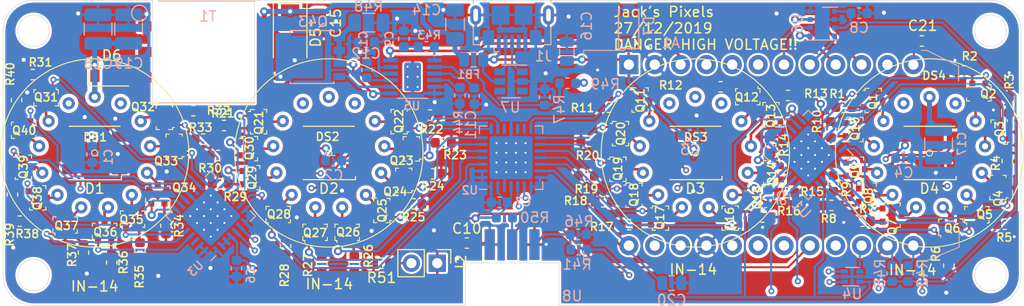
<source format=kicad_pcb>
(kicad_pcb (version 20171130) (host pcbnew "(5.1.5)-3")
  (layers (0 Top.Cu signal) (1 In1.Cu signal hide) (2 In2.Cu signal hide) (31 Bottom.Cu signal hide) (34 B.Paste user hide) (35 F.Paste user) (36 B.SilkS user hide) (37 F.SilkS user) (38 B.Mask user hide) (39 F.Mask user) (44 Edge.Cuts user))
  (net 0 "")
  (net 1 GND)
  (net 2 ANODE)
  (net 3 Pixel_Data)
  (net 4 /DS1_0)
  (net 5 /DS1_9)
  (net 6 /DS1_8)
  (net 7 /DS1_7)
  (net 8 /DS1_6)
  (net 9 /DS1_5)
  (net 10 /DS1_4)
  (net 11 /DS1_3)
  (net 12 /DS1_2)
  (net 13 /DS1_1)
  (net 14 /DS2_1)
  (net 15 /DS2_2)
  (net 16 /DS2_3)
  (net 17 /DS2_4)
  (net 18 /DS2_5)
  (net 19 /DS2_6)
  (net 20 /DS2_7)
  (net 21 /DS2_8)
  (net 22 /DS2_9)
  (net 23 /DS2_0)
  (net 24 /DS3_1)
  (net 25 /DS3_2)
  (net 26 /DS3_3)
  (net 27 /DS3_4)
  (net 28 /DS3_5)
  (net 29 /DS3_6)
  (net 30 /DS3_7)
  (net 31 /DS3_8)
  (net 32 /DS3_9)
  (net 33 /DS3_0)
  (net 34 /DS4_0)
  (net 35 /DS4_9)
  (net 36 /DS4_8)
  (net 37 /DS4_7)
  (net 38 /DS4_6)
  (net 39 /DS4_5)
  (net 40 /DS4_4)
  (net 41 /DS4_3)
  (net 42 /DS4_2)
  (net 43 /DS4_1)
  (net 44 /DS1_0_G)
  (net 45 "Net-(Q1-Pad2)")
  (net 46 /DS2_0_G)
  (net 47 "Net-(Q2-Pad2)")
  (net 48 /DS3_0_G)
  (net 49 "Net-(Q3-Pad2)")
  (net 50 "Net-(Q4-Pad2)")
  (net 51 /DS4_0_G)
  (net 52 /DS1_1_G)
  (net 53 "Net-(Q5-Pad2)")
  (net 54 "Net-(Q6-Pad2)")
  (net 55 /DS2_1_G)
  (net 56 /DS3_1_G)
  (net 57 "Net-(Q7-Pad2)")
  (net 58 /DS4_1_G)
  (net 59 "Net-(Q8-Pad2)")
  (net 60 /DS1_2_G)
  (net 61 "Net-(Q9-Pad2)")
  (net 62 /DS2_2_G)
  (net 63 "Net-(Q10-Pad2)")
  (net 64 "Net-(Q11-Pad2)")
  (net 65 /DS3_2_G)
  (net 66 "Net-(Q12-Pad2)")
  (net 67 /DS4_2_G)
  (net 68 "Net-(Q13-Pad2)")
  (net 69 /DS1_3_G)
  (net 70 /DS2_3_G)
  (net 71 "Net-(Q14-Pad2)")
  (net 72 "Net-(Q15-Pad2)")
  (net 73 /DS3_3_G)
  (net 74 /DS4_3_G)
  (net 75 "Net-(Q16-Pad2)")
  (net 76 "Net-(Q17-Pad2)")
  (net 77 /DS1_4_G)
  (net 78 "Net-(Q18-Pad2)")
  (net 79 /DS2_4_G)
  (net 80 /DS3_4_G)
  (net 81 "Net-(Q19-Pad2)")
  (net 82 "Net-(Q20-Pad2)")
  (net 83 /DS4_4_G)
  (net 84 "Net-(Q21-Pad2)")
  (net 85 /DS1_5_G)
  (net 86 "Net-(Q22-Pad2)")
  (net 87 /DS2_5_G)
  (net 88 /DS3_5_G)
  (net 89 "Net-(Q23-Pad2)")
  (net 90 /DS4_5_G)
  (net 91 "Net-(Q24-Pad2)")
  (net 92 "Net-(Q25-Pad2)")
  (net 93 /DS1_6_G)
  (net 94 /DS2_6_G)
  (net 95 "Net-(Q26-Pad2)")
  (net 96 "Net-(Q27-Pad2)")
  (net 97 /DS3_6_G)
  (net 98 "Net-(Q28-Pad2)")
  (net 99 /DS4_6_G)
  (net 100 "Net-(Q29-Pad2)")
  (net 101 /DS1_7_G)
  (net 102 /DS2_7_G)
  (net 103 "Net-(Q30-Pad2)")
  (net 104 "Net-(Q31-Pad2)")
  (net 105 /DS3_7_G)
  (net 106 /DS4_7_G)
  (net 107 "Net-(Q32-Pad2)")
  (net 108 "Net-(Q33-Pad2)")
  (net 109 /DS1_8_G)
  (net 110 "Net-(Q34-Pad2)")
  (net 111 /DS2_8_G)
  (net 112 /DS3_8_G)
  (net 113 "Net-(Q35-Pad2)")
  (net 114 /DS4_8_G)
  (net 115 "Net-(Q36-Pad2)")
  (net 116 "Net-(Q37-Pad2)")
  (net 117 /DS1_9_G)
  (net 118 "Net-(Q38-Pad2)")
  (net 119 /DS2_9_G)
  (net 120 /DS3_9_G)
  (net 121 "Net-(Q39-Pad2)")
  (net 122 /DS4_9_G)
  (net 123 "Net-(Q40-Pad2)")
  (net 124 SDA)
  (net 125 SCL)
  (net 126 "Net-(D1-Pad2)")
  (net 127 "Net-(R44-Pad1)")
  (net 128 BOOSTEN)
  (net 129 MOTION)
  (net 130 VUSB)
  (net 131 "Net-(C9-Pad2)")
  (net 132 +3V3)
  (net 133 "Net-(C11-Pad2)")
  (net 134 /MCU&Power/V5F)
  (net 135 "Net-(D1-Pad4)")
  (net 136 /MCU&Power/T_POLE)
  (net 137 /MCU&Power/T_HIGH)
  (net 138 "Net-(DS1-Pad13)")
  (net 139 "Net-(DS1-Pad2)")
  (net 140 "Net-(DS2-Pad13)")
  (net 141 "Net-(DS2-Pad2)")
  (net 142 "Net-(DS3-Pad13)")
  (net 143 "Net-(DS3-Pad2)")
  (net 144 "Net-(DS4-Pad13)")
  (net 145 "Net-(DS4-Pad2)")
  (net 146 "Net-(J1-Pad4)")
  (net 147 /MCU&Power/Gate)
  (net 148 /MCU&Power/Sense)
  (net 149 "Net-(R43-Pad1)")
  (net 150 /MCU&Power/FBx)
  (net 151 "Net-(R50-Pad1)")
  (net 152 "Net-(T1-Pad5)")
  (net 153 "Net-(T1-Pad2)")
  (net 154 "Net-(U7-Pad4)")
  (net 155 "Net-(A1-Pad23)")
  (net 156 "Net-(A1-Pad22)")
  (net 157 "Net-(A1-Pad19)")
  (net 158 "Net-(A1-Pad18)")
  (net 159 "Net-(A1-Pad15)")
  (net 160 "Net-(A1-Pad4)")
  (net 161 "Net-(A1-Pad5)")
  (net 162 "Net-(A1-Pad6)")
  (net 163 /MCU&Power/SPI_MOSI)
  (net 164 /MCU&Power/SPI_MISO)
  (net 165 /MCU&Power/SPI_CLK)
  (net 166 /MCU&Power/SPI_CS)
  (net 167 "Net-(A1-Pad11)")
  (net 168 "Net-(J1-Pad3)")
  (net 169 "Net-(J1-Pad2)")
  (net 170 "Net-(U7-Pad3)")
  (net 171 "Net-(A1-Pad16)")
  (net 172 "Net-(U1-Pad4)")
  (net 173 "Net-(U1-Pad3)")
  (net 174 "Net-(U2-Pad12)")
  (net 175 "Net-(U2-Pad13)")
  (net 176 "Net-(U2-Pad10)")
  (net 177 "Net-(U3-Pad16)")
  (net 178 "Net-(U3-Pad3)")
  (net 179 "Net-(U3-Pad7)")
  (net 180 SenseHigh)
  (net 181 "Net-(C13-Pad2)")
  (net 182 "Net-(R41-Pad2)")
  (net 183 "Net-(D2-Pad4)")
  (net 184 "Net-(D3-Pad4)")
  (net 185 Ambient)
  (module Capacitor_SMD:C_0805_2012Metric (layer Bottom.Cu) (at 105.375 55.025 90)
    (fp_text reference C16 (at 2.5 1.95 90) (layer B.SilkS) (effects (justify mirror)))
    (fp_text value 10uF)
    (pad 2 smd roundrect (at 0.9375 0 90) (size 0.975 1.4) (layers Bottom.Cu B.Paste B.Mask) (net 1 GND))
    (pad 1 smd roundrect (at -0.9375 0 90) (size 0.975 1.4) (layers Bottom.Cu B.Paste B.Mask) (net 130 VUSB))
  )
  (module Diode_SMD:D_SOD-123 (layer Bottom.Cu) (at 111.45 52.5 90)
    (fp_text reference D7 (at 0 2 90) (layer B.SilkS) (effects (justify mirror)))
    (fp_text value D_Schottky)
    (pad 2 smd rect (at 1.65 0 90) (size 0.9 1.2) (layers Bottom.Cu B.Paste B.Mask) (net 1 GND))
    (pad 1 smd rect (at -1.65 0 90) (size 0.9 1.2) (layers Bottom.Cu B.Paste B.Mask) (net 130 VUSB))
  )
  (module Capacitor_SMD:C_0603_1608Metric (layer Top.Cu) (at 140.25 54 180)
    (fp_text reference C21 (at -0.075 1.5) (layer F.SilkS))
    (fp_text value 0.1uF)
    (pad 2 smd roundrect (at 0.7875 0 180) (size 0.875 0.95) (layers Top.Cu F.Paste F.Mask) (net 185 Ambient))
    (pad 1 smd roundrect (at -0.7875 0 180) (size 0.875 0.95) (layers Top.Cu F.Paste F.Mask) (net 1 GND))
  )
  (module Connector_PinHeader_2.54mm:PinHeader_1x02_P2.54mm_Vertical (layer Top.Cu) (at 92.65 75.825 270)
    (fp_text reference J2 (at 0 -2.33 90) (layer F.SilkS))
    (fp_text value Conn_01x02_Female)
    (pad 2 thru_hole oval (at 0 2.54 270) (size 1.7 1.7) (drill 1) (layers *.Cu *.Mask) (net 185 Ambient))
    (pad 1 thru_hole rect (at 0 0 270) (size 1.7 1.7) (drill 1) (layers *.Cu *.Mask) (net 132 +3V3))
  )
  (module Resistor_SMD:R_0603_1608Metric (layer Top.Cu) (at 87.175 75.825 180)
    (fp_text reference R51 (at 0 -1.43 180) (layer F.SilkS))
    (fp_text value 4.7k)
    (pad 2 smd roundrect (at 0.7875 0 180) (size 0.875 0.95) (layers Top.Cu F.Paste F.Mask) (net 1 GND))
    (pad 1 smd roundrect (at -0.7875 0 180) (size 0.875 0.95) (layers Top.Cu F.Paste F.Mask) (net 185 Ambient))
  )
  (module Capacitor_SMD:C_0805_2012Metric (layer Bottom.Cu) (at 115.675 77.775)
    (fp_text reference C20 (at 0 1.65) (layer B.SilkS) (effects (justify mirror)))
    (fp_text value 22uF)
    (pad 2 smd roundrect (at 0.9375 0) (size 0.975 1.4) (layers Bottom.Cu B.Paste B.Mask) (net 1 GND))
    (pad 1 smd roundrect (at -0.9375 0) (size 0.975 1.4) (layers Bottom.Cu B.Paste B.Mask) (net 132 +3V3))
  )
  (module Resistor_SMD:R_0603_1608Metric (layer Bottom.Cu) (at 106.5 73)
    (fp_text reference R46 (at 0.075 -1.275) (layer B.SilkS) (effects (justify mirror)))
    (fp_text value 86.6k)
    (pad 2 smd roundrect (at 0.7875 0) (size 0.875 0.95) (layers Bottom.Cu B.Paste B.Mask) (net 1 GND))
    (pad 1 smd roundrect (at -0.7875 0) (size 0.875 0.95) (layers Bottom.Cu B.Paste B.Mask) (net 182 "Net-(R41-Pad2)"))
  )
  (module Resistor_SMD:R_0603_1608Metric (layer Bottom.Cu) (at 106.5375 74.5 180)
    (fp_text reference R41 (at 0.1625 -1.45) (layer B.SilkS) (effects (justify mirror)))
    (fp_text value 1M)
    (pad 2 smd roundrect (at 0.7875 0 180) (size 0.875 0.95) (layers Bottom.Cu B.Paste B.Mask) (net 182 "Net-(R41-Pad2)"))
    (pad 1 smd roundrect (at -0.7875 0 180) (size 0.875 0.95) (layers Bottom.Cu B.Paste B.Mask) (net 180 SenseHigh))
  )
  (module LED_SMD:LED_Inolux_IN-PI554FCH_PLCC4_5.0x5.0mm_P3.2mm (layer Top.Cu) (at 141 65 180)
    (fp_text reference D4 (at 0 -3.5) (layer F.SilkS))
    (fp_text value IN-PI55QATPRPGPBPW)
    (pad 1 smd rect (at -2.45 -1.6 180) (size 1.5 1) (layers Top.Cu F.Paste F.Mask) (net 1 GND))
    (pad 2 smd rect (at -2.45 1.6 180) (size 1.5 1) (layers Top.Cu F.Paste F.Mask) (net 184 "Net-(D3-Pad4)"))
    (pad 4 smd rect (at 2.45 -1.6 180) (size 1.5 1) (layers Top.Cu F.Paste F.Mask) (net 3 Pixel_Data))
    (pad 3 smd rect (at 2.45 1.6 180) (size 1.5 1) (layers Top.Cu F.Paste F.Mask) (net 130 VUSB))
  )
  (module LED_SMD:LED_Inolux_IN-PI554FCH_PLCC4_5.0x5.0mm_P3.2mm (layer Top.Cu) (at 118 65 180)
    (fp_text reference D3 (at 0 -3.5) (layer F.SilkS))
    (fp_text value IN-PI55QATPRPGPBPW)
    (pad 1 smd rect (at -2.45 -1.6 180) (size 1.5 1) (layers Top.Cu F.Paste F.Mask) (net 1 GND))
    (pad 2 smd rect (at -2.45 1.6 180) (size 1.5 1) (layers Top.Cu F.Paste F.Mask) (net 183 "Net-(D2-Pad4)"))
    (pad 4 smd rect (at 2.45 -1.6 180) (size 1.5 1) (layers Top.Cu F.Paste F.Mask) (net 184 "Net-(D3-Pad4)"))
    (pad 3 smd rect (at 2.45 1.6 180) (size 1.5 1) (layers Top.Cu F.Paste F.Mask) (net 130 VUSB))
  )
  (module LED_SMD:LED_Inolux_IN-PI554FCH_PLCC4_5.0x5.0mm_P3.2mm (layer Top.Cu) (at 82 65 180)
    (fp_text reference D2 (at 0 -3.5) (layer F.SilkS))
    (fp_text value IN-PI55QATPRPGPBPW)
    (pad 1 smd rect (at -2.45 -1.6 180) (size 1.5 1) (layers Top.Cu F.Paste F.Mask) (net 1 GND))
    (pad 2 smd rect (at -2.45 1.6 180) (size 1.5 1) (layers Top.Cu F.Paste F.Mask) (net 135 "Net-(D1-Pad4)"))
    (pad 4 smd rect (at 2.45 -1.6 180) (size 1.5 1) (layers Top.Cu F.Paste F.Mask) (net 183 "Net-(D2-Pad4)"))
    (pad 3 smd rect (at 2.45 1.6 180) (size 1.5 1) (layers Top.Cu F.Paste F.Mask) (net 130 VUSB))
  )
  (module LED_SMD:LED_Inolux_IN-PI554FCH_PLCC4_5.0x5.0mm_P3.2mm (layer Top.Cu) (at 59 65 180)
    (fp_text reference D1 (at 0 -3.5) (layer F.SilkS))
    (fp_text value IN-PI55QATPRPGPBPW)
    (pad 1 smd rect (at -2.45 -1.6 180) (size 1.5 1) (layers Top.Cu F.Paste F.Mask) (net 1 GND))
    (pad 2 smd rect (at -2.45 1.6 180) (size 1.5 1) (layers Top.Cu F.Paste F.Mask) (net 126 "Net-(D1-Pad2)"))
    (pad 4 smd rect (at 2.45 -1.6 180) (size 1.5 1) (layers Top.Cu F.Paste F.Mask) (net 135 "Net-(D1-Pad4)"))
    (pad 3 smd rect (at 2.45 1.6 180) (size 1.5 1) (layers Top.Cu F.Paste F.Mask) (net 130 VUSB))
  )
  (module Capacitor_SMD:C_0603_1608Metric (layer Bottom.Cu) (at 138.4625 65.5)
    (fp_text reference C4 (at 0 1.43) (layer B.SilkS) (effects (justify mirror)))
    (fp_text value 0.1uF)
    (pad 2 smd roundrect (at 0.7875 0) (size 0.875 0.95) (layers Bottom.Cu B.Paste B.Mask) (net 1 GND))
    (pad 1 smd roundrect (at -0.7875 0) (size 0.875 0.95) (layers Bottom.Cu B.Paste B.Mask) (net 130 VUSB))
  )
  (module Capacitor_SMD:C_0603_1608Metric (layer Bottom.Cu) (at 117.4625 63.25)
    (fp_text reference C3 (at 0 1.43) (layer B.SilkS) (effects (justify mirror)))
    (fp_text value 0.1uF)
    (pad 2 smd roundrect (at 0.7875 0) (size 0.875 0.95) (layers Bottom.Cu B.Paste B.Mask) (net 1 GND))
    (pad 1 smd roundrect (at -0.7875 0) (size 0.875 0.95) (layers Bottom.Cu B.Paste B.Mask) (net 130 VUSB))
  )
  (module Capacitor_SMD:C_0603_1608Metric (layer Bottom.Cu) (at 82.4625 65.75)
    (fp_text reference C2 (at 0 1.43) (layer B.SilkS) (effects (justify mirror)))
    (fp_text value 0.1uF)
    (pad 2 smd roundrect (at 0.7875 0) (size 0.875 0.95) (layers Bottom.Cu B.Paste B.Mask) (net 1 GND))
    (pad 1 smd roundrect (at -0.7875 0) (size 0.875 0.95) (layers Bottom.Cu B.Paste B.Mask) (net 130 VUSB))
  )
  (module VeridianDesigns:AM612_Horz (layer Bottom.Cu) (at 100 75.5 180)
    (fp_text reference U8 (at -5.9 -3.55) (layer B.SilkS) (effects (justify mirror)))
    (fp_text value AM612)
    (pad 6 smd rect (at -2.2 1.5 180) (size 1 3) (layers Top.Cu F.Paste F.Mask) (net 1 GND))
    (pad 5 smd rect (at 0 1.5 180) (size 1 3) (layers Top.Cu F.Paste F.Mask) (net 129 MOTION))
    (pad 4 smd rect (at 2.2 1.5 180) (size 1 3) (layers Top.Cu F.Paste F.Mask) (net 132 +3V3))
    (pad 3 smd rect (at 2.2 1.5 180) (size 1 3) (layers Bottom.Cu B.Paste B.Mask) (net 1 GND))
    (pad 2 smd rect (at 0 1.5 180) (size 1 3) (layers Bottom.Cu B.Paste B.Mask) (net 151 "Net-(R50-Pad1)"))
    (pad 1 smd rect (at -2.2 1.5 180) (size 1 3) (layers Bottom.Cu B.Paste B.Mask) (net 182 "Net-(R41-Pad2)"))
  )
  (module Package_TO_SOT_SMD:SOT-23-6 (layer Bottom.Cu) (at 99.9 57.975 180)
    (fp_text reference U7 (at 0.075 -2.55) (layer B.SilkS) (effects (justify mirror)))
    (fp_text value TPS2514)
    (pad 5 smd rect (at 1.1 0 180) (size 1.06 0.65) (layers Bottom.Cu B.Paste B.Mask) (net 130 VUSB))
    (pad 6 smd rect (at 1.1 0.95 180) (size 1.06 0.65) (layers Bottom.Cu B.Paste B.Mask) (net 169 "Net-(J1-Pad2)"))
    (pad 4 smd rect (at 1.1 -0.95 180) (size 1.06 0.65) (layers Bottom.Cu B.Paste B.Mask) (net 154 "Net-(U7-Pad4)"))
    (pad 3 smd rect (at -1.1 -0.95 180) (size 1.06 0.65) (layers Bottom.Cu B.Paste B.Mask) (net 170 "Net-(U7-Pad3)"))
    (pad 2 smd rect (at -1.1 0 180) (size 1.06 0.65) (layers Bottom.Cu B.Paste B.Mask) (net 1 GND))
    (pad 1 smd rect (at -1.1 0.95 180) (size 1.06 0.65) (layers Bottom.Cu B.Paste B.Mask) (net 168 "Net-(J1-Pad3)"))
  )
  (module Connector_USB:USB_Micro-B_GCT_USB3076-30-A (layer Bottom.Cu) (at 100 52.65)
    (fp_text reference J1 (at 3.075 2.85) (layer B.SilkS) (effects (justify mirror)))
    (fp_text value USB_B_Micro)
    (pad 6 smd rect (at -2.32 1.03) (size 1.15 1.45) (layers Bottom.Cu B.Paste B.Mask) (net 1 GND))
    (pad 6 smd rect (at 2.32 1.03) (size 1.15 1.45) (layers Bottom.Cu B.Paste B.Mask) (net 1 GND))
    (pad 6 thru_hole oval (at 3.575 -1.2) (size 1.05 1.9) (drill oval 0.45 1.25) (layers *.Cu *.Mask) (net 1 GND))
    (pad 6 thru_hole oval (at -3.575 -1.2 180) (size 1.05 1.9) (drill oval 0.45 1.25) (layers *.Cu *.Mask) (net 1 GND))
    (pad 6 smd rect (at -1.125 -1.2) (size 1.75 1.9) (layers Bottom.Cu B.Paste B.Mask) (net 1 GND))
    (pad 3 smd rect (at 0 1.45) (size 0.4 1.4) (layers Bottom.Cu B.Paste B.Mask) (net 168 "Net-(J1-Pad3)"))
    (pad 4 smd rect (at 0.65 1.45) (size 0.4 1.4) (layers Bottom.Cu B.Paste B.Mask) (net 146 "Net-(J1-Pad4)"))
    (pad 5 smd rect (at 1.3 1.45) (size 0.4 1.4) (layers Bottom.Cu B.Paste B.Mask) (net 1 GND))
    (pad 1 smd rect (at -1.3 1.45) (size 0.4 1.4) (layers Bottom.Cu B.Paste B.Mask) (net 130 VUSB))
    (pad 2 smd rect (at -0.65 1.45) (size 0.4 1.4) (layers Bottom.Cu B.Paste B.Mask) (net 169 "Net-(J1-Pad2)"))
    (pad 6 smd rect (at 1.125 -1.2) (size 1.75 1.9) (layers Bottom.Cu B.Paste B.Mask) (net 1 GND))
  )
  (module Package_LGA:Bosch_LGA-8_3x3mm_P0.8mm_ClockwisePinNumbering (layer Bottom.Cu) (at 130.475 52.295 270)
    (fp_text reference U6 (at 0 2.45 90) (layer B.SilkS) (effects (justify mirror)))
    (fp_text value BME680)
    (pad 8 smd roundrect (at -1.2 -1.1875 270) (size 0.5 0.525) (layers Bottom.Cu B.Paste B.Mask) (net 132 +3V3))
    (pad 7 smd roundrect (at -0.4 -1.1875 270) (size 0.5 0.525) (layers Bottom.Cu B.Paste B.Mask) (net 1 GND))
    (pad 6 smd roundrect (at 0.4 -1.1875 270) (size 0.5 0.525) (layers Bottom.Cu B.Paste B.Mask) (net 132 +3V3))
    (pad 5 smd roundrect (at 1.2 -1.1875 270) (size 0.5 0.525) (layers Bottom.Cu B.Paste B.Mask) (net 164 /MCU&Power/SPI_MISO))
    (pad 4 smd roundrect (at 1.2 1.1875 270) (size 0.5 0.525) (layers Bottom.Cu B.Paste B.Mask) (net 165 /MCU&Power/SPI_CLK))
    (pad 3 smd roundrect (at 0.4 1.1875 270) (size 0.5 0.525) (layers Bottom.Cu B.Paste B.Mask) (net 163 /MCU&Power/SPI_MOSI))
    (pad 2 smd roundrect (at -0.4 1.1875 270) (size 0.5 0.525) (layers Bottom.Cu B.Paste B.Mask) (net 166 /MCU&Power/SPI_CS))
    (pad 1 smd roundrect (at -1.2 1.1875 270) (size 0.5 0.525) (layers Bottom.Cu B.Paste B.Mask) (net 1 GND))
  )
  (module Package_TO_SOT_SMD:SOT-563 (layer Bottom.Cu) (at 133.4 77.15)
    (fp_text reference U4 (at 0 1.7) (layer B.SilkS) (effects (justify mirror)))
    (fp_text value SN74LVC1T45DRL)
    (pad 5 smd rect (at 0.75 0) (size 0.7 0.4) (layers Bottom.Cu B.Paste B.Mask) (net 1 GND))
    (pad 4 smd rect (at 0.75 -0.5) (size 0.7 0.4) (layers Bottom.Cu B.Paste B.Mask) (net 159 "Net-(A1-Pad15)"))
    (pad 2 smd rect (at -0.75 0) (size 0.7 0.4) (layers Bottom.Cu B.Paste B.Mask) (net 1 GND))
    (pad 6 smd rect (at 0.75 0.5) (size 0.7 0.4) (layers Bottom.Cu B.Paste B.Mask) (net 132 +3V3))
    (pad 3 smd rect (at -0.75 -0.5) (size 0.7 0.4) (layers Bottom.Cu B.Paste B.Mask) (net 3 Pixel_Data))
    (pad 1 smd rect (at -0.75 0.5) (size 0.7 0.4) (layers Bottom.Cu B.Paste B.Mask) (net 130 VUSB))
  )
  (module Resistor_SMD:R_0603_1608Metric (layer Bottom.Cu) (at 137.335 76.825 90)
    (fp_text reference R45 (at 0 -1.185 90) (layer B.SilkS) (effects (justify mirror)))
    (fp_text value 4.7k)
    (pad 2 smd roundrect (at 0.7875 0 90) (size 0.875 0.95) (layers Bottom.Cu B.Paste B.Mask) (net 125 SCL))
    (pad 1 smd roundrect (at -0.7875 0 90) (size 0.875 0.95) (layers Bottom.Cu B.Paste B.Mask) (net 132 +3V3))
  )
  (module Resistor_SMD:R_0603_1608Metric (layer Bottom.Cu) (at 138.885 76.8375 90)
    (fp_text reference R42 (at 0 1.43 90) (layer B.SilkS) (effects (justify mirror)))
    (fp_text value 4.7k)
    (pad 2 smd roundrect (at 0.7875 0 90) (size 0.875 0.95) (layers Bottom.Cu B.Paste B.Mask) (net 124 SDA))
    (pad 1 smd roundrect (at -0.7875 0 90) (size 0.875 0.95) (layers Bottom.Cu B.Paste B.Mask) (net 132 +3V3))
  )
  (module Capacitor_SMD:C_0603_1608Metric (layer Top.Cu) (at 95.55 73.85)
    (fp_text reference C10 (at 0 -1.43) (layer F.SilkS))
    (fp_text value 0.1uF)
    (pad 2 smd roundrect (at 0.7875 0) (size 0.875 0.95) (layers Top.Cu F.Paste F.Mask) (net 132 +3V3))
    (pad 1 smd roundrect (at -0.7875 0) (size 0.875 0.95) (layers Top.Cu F.Paste F.Mask) (net 1 GND))
  )
  (module Capacitor_SMD:C_0603_1608Metric (layer Bottom.Cu) (at 134.0875 51.27)
    (fp_text reference C8 (at 0 1.43) (layer B.SilkS) (effects (justify mirror)))
    (fp_text value 0.1uF)
    (pad 2 smd roundrect (at 0.7875 0) (size 0.875 0.95) (layers Bottom.Cu B.Paste B.Mask) (net 1 GND))
    (pad 1 smd roundrect (at -0.7875 0) (size 0.875 0.95) (layers Bottom.Cu B.Paste B.Mask) (net 132 +3V3))
  )
  (module digikey-footprints:Particle_Photon (layer Bottom.Cu) (at 139.41 56.32 270)
    (fp_text reference A1 (at -2.145 23.835 180) (layer B.SilkS) (effects (justify mirror)))
    (fp_text value PHOTONH)
    (pad 24 thru_hole circle (at 17.78 27.94 270) (size 1.8796 1.8796) (drill 1.016) (layers *.Cu *.Mask) (net 132 +3V3))
    (pad 23 thru_hole circle (at 17.78 25.4 270) (size 1.8796 1.8796) (drill 1.016) (layers *.Cu *.Mask) (net 155 "Net-(A1-Pad23)"))
    (pad 22 thru_hole circle (at 17.78 22.86 270) (size 1.8796 1.8796) (drill 1.016) (layers *.Cu *.Mask) (net 156 "Net-(A1-Pad22)"))
    (pad 21 thru_hole circle (at 17.78 20.32 270) (size 1.8796 1.8796) (drill 1.016) (layers *.Cu *.Mask) (net 1 GND))
    (pad 20 thru_hole circle (at 17.78 17.78 270) (size 1.8796 1.8796) (drill 1.016) (layers *.Cu *.Mask) (net 180 SenseHigh))
    (pad 19 thru_hole circle (at 17.78 15.24 270) (size 1.8796 1.8796) (drill 1.016) (layers *.Cu *.Mask) (net 157 "Net-(A1-Pad19)"))
    (pad 18 thru_hole circle (at 17.78 12.7 270) (size 1.8796 1.8796) (drill 1.016) (layers *.Cu *.Mask) (net 158 "Net-(A1-Pad18)"))
    (pad 17 thru_hole circle (at 17.78 10.16 270) (size 1.8796 1.8796) (drill 1.016) (layers *.Cu *.Mask) (net 129 MOTION))
    (pad 16 thru_hole circle (at 17.78 7.62 270) (size 1.8796 1.8796) (drill 1.016) (layers *.Cu *.Mask) (net 171 "Net-(A1-Pad16)"))
    (pad 15 thru_hole circle (at 17.78 5.08 270) (size 1.8796 1.8796) (drill 1.016) (layers *.Cu *.Mask) (net 159 "Net-(A1-Pad15)"))
    (pad 14 thru_hole circle (at 17.78 2.54 270) (size 1.8796 1.8796) (drill 1.016) (layers *.Cu *.Mask) (net 125 SCL))
    (pad 13 thru_hole circle (at 17.78 0 270) (size 1.8796 1.8796) (drill 1.016) (layers *.Cu *.Mask) (net 124 SDA))
    (pad 1 thru_hole rect (at 0 27.94 270) (size 1.8796 1.8796) (drill 1.016) (layers *.Cu *.Mask) (net 130 VUSB))
    (pad 2 thru_hole circle (at 0 25.4 270) (size 1.8796 1.8796) (drill 1.016) (layers *.Cu *.Mask) (net 1 GND))
    (pad 3 thru_hole circle (at 0 22.86 270) (size 1.8796 1.8796) (drill 1.016) (layers *.Cu *.Mask) (net 128 BOOSTEN))
    (pad 4 thru_hole circle (at 0 20.32 270) (size 1.8796 1.8796) (drill 1.016) (layers *.Cu *.Mask) (net 160 "Net-(A1-Pad4)"))
    (pad 5 thru_hole circle (at 0 17.78 270) (size 1.8796 1.8796) (drill 1.016) (layers *.Cu *.Mask) (net 161 "Net-(A1-Pad5)"))
    (pad 6 thru_hole circle (at 0 15.24 270) (size 1.8796 1.8796) (drill 1.016) (layers *.Cu *.Mask) (net 162 "Net-(A1-Pad6)"))
    (pad 7 thru_hole circle (at 0 12.7 270) (size 1.8796 1.8796) (drill 1.016) (layers *.Cu *.Mask) (net 163 /MCU&Power/SPI_MOSI))
    (pad 8 thru_hole circle (at 0 10.16 270) (size 1.8796 1.8796) (drill 1.016) (layers *.Cu *.Mask) (net 164 /MCU&Power/SPI_MISO))
    (pad 9 thru_hole circle (at 0 7.62 270) (size 1.8796 1.8796) (drill 1.016) (layers *.Cu *.Mask) (net 165 /MCU&Power/SPI_CLK))
    (pad 10 thru_hole circle (at 0 5.08 270) (size 1.8796 1.8796) (drill 1.016) (layers *.Cu *.Mask) (net 166 /MCU&Power/SPI_CS))
    (pad 11 thru_hole circle (at 0 2.54 270) (size 1.8796 1.8796) (drill 1.016) (layers *.Cu *.Mask) (net 167 "Net-(A1-Pad11)"))
    (pad 12 thru_hole circle (at 0 0 270) (size 1.8796 1.8796) (drill 1.016) (layers *.Cu *.Mask) (net 185 Ambient))
  )
  (module VeridianDesigns:750312367 (layer Bottom.Cu) (at 69.755 55.075)
    (fp_text reference T1 (at 0.35 -3.5 180) (layer B.SilkS) (effects (justify mirror)))
    (fp_text value 750312367)
    (pad 1 smd rect (at -5.83 -2.5) (size 1.3 1) (layers Top.Cu F.Paste F.Mask) (net 1 GND))
    (pad 2 smd rect (at -5.83 0) (size 1.3 1) (layers Top.Cu F.Paste F.Mask) (net 153 "Net-(T1-Pad2)"))
    (pad 3 smd rect (at -5.83 2.5) (size 1.3 1) (layers Top.Cu F.Paste F.Mask) (net 137 /MCU&Power/T_HIGH))
    (pad 4 smd rect (at 5.83 2.5) (size 1.3 1) (layers Top.Cu F.Paste F.Mask) (net 136 /MCU&Power/T_POLE))
    (pad 5 smd rect (at 5.83 0) (size 1.3 1) (layers Top.Cu F.Paste F.Mask) (net 152 "Net-(T1-Pad5)"))
    (pad 6 smd rect (at 5.83 -2.5) (size 1.3 1) (layers Top.Cu F.Paste F.Mask) (net 134 /MCU&Power/V5F))
  )
  (module Package_DFN_QFN:QFN-28-1EP_6x6mm_P0.65mm_EP4.25x4.25mm_ThermalVias (layer Bottom.Cu) (at 129.09 65.2 315)
    (fp_text reference U1 (at 3.27744 4.217892 135) (layer B.SilkS) (effects (justify mirror)))
    (fp_text value PCA9685BS)
    (pad 28 smd roundrect (at -1.95 2.8375 315) (size 0.3 1.025) (layers Bottom.Cu B.Paste B.Mask) (net 1 GND))
    (pad 27 smd roundrect (at -1.3 2.8375 315) (size 0.3 1.025) (layers Bottom.Cu B.Paste B.Mask) (net 1 GND))
    (pad 26 smd roundrect (at -0.65 2.8375 315) (size 0.3 1.025) (layers Bottom.Cu B.Paste B.Mask) (net 132 +3V3))
    (pad 25 smd roundrect (at 0 2.8375 315) (size 0.3 1.025) (layers Bottom.Cu B.Paste B.Mask) (net 132 +3V3))
    (pad 24 smd roundrect (at 0.65 2.8375 315) (size 0.3 1.025) (layers Bottom.Cu B.Paste B.Mask) (net 124 SDA))
    (pad 23 smd roundrect (at 1.3 2.8375 315) (size 0.3 1.025) (layers Bottom.Cu B.Paste B.Mask) (net 125 SCL))
    (pad 22 smd roundrect (at 1.95 2.8375 315) (size 0.3 1.025) (layers Bottom.Cu B.Paste B.Mask) (net 1 GND))
    (pad 21 smd roundrect (at 2.8375 1.95 315) (size 1.025 0.3) (layers Bottom.Cu B.Paste B.Mask) (net 1 GND))
    (pad 20 smd roundrect (at 2.8375 1.3 315) (size 1.025 0.3) (layers Bottom.Cu B.Paste B.Mask) (net 132 +3V3))
    (pad 19 smd roundrect (at 2.8375 0.65 315) (size 1.025 0.3) (layers Bottom.Cu B.Paste B.Mask) (net 85 /DS1_5_G))
    (pad 18 smd roundrect (at 2.8375 0 315) (size 1.025 0.3) (layers Bottom.Cu B.Paste B.Mask) (net 77 /DS1_4_G))
    (pad 17 smd roundrect (at 2.8375 -0.65 315) (size 1.025 0.3) (layers Bottom.Cu B.Paste B.Mask) (net 93 /DS1_6_G))
    (pad 16 smd roundrect (at 2.8375 -1.3 315) (size 1.025 0.3) (layers Bottom.Cu B.Paste B.Mask) (net 101 /DS1_7_G))
    (pad 15 smd roundrect (at 2.8375 -1.95 315) (size 1.025 0.3) (layers Bottom.Cu B.Paste B.Mask) (net 109 /DS1_8_G))
    (pad 14 smd roundrect (at 1.95 -2.8375 315) (size 0.3 1.025) (layers Bottom.Cu B.Paste B.Mask) (net 69 /DS1_3_G))
    (pad 13 smd roundrect (at 1.3 -2.8375 315) (size 0.3 1.025) (layers Bottom.Cu B.Paste B.Mask) (net 60 /DS1_2_G))
    (pad 12 smd roundrect (at 0.65 -2.8375 315) (size 0.3 1.025) (layers Bottom.Cu B.Paste B.Mask) (net 117 /DS1_9_G))
    (pad 11 smd roundrect (at 0 -2.8375 315) (size 0.3 1.025) (layers Bottom.Cu B.Paste B.Mask) (net 1 GND))
    (pad 10 smd roundrect (at -0.65 -2.8375 315) (size 0.3 1.025) (layers Bottom.Cu B.Paste B.Mask) (net 52 /DS1_1_G))
    (pad 9 smd roundrect (at -1.3 -2.8375 315) (size 0.3 1.025) (layers Bottom.Cu B.Paste B.Mask) (net 44 /DS1_0_G))
    (pad 8 smd roundrect (at -1.95 -2.8375 315) (size 0.3 1.025) (layers Bottom.Cu B.Paste B.Mask) (net 55 /DS2_1_G))
    (pad 7 smd roundrect (at -2.8375 -1.95 315) (size 1.025 0.3) (layers Bottom.Cu B.Paste B.Mask) (net 62 /DS2_2_G))
    (pad 6 smd roundrect (at -2.8375 -1.3 315) (size 1.025 0.3) (layers Bottom.Cu B.Paste B.Mask) (net 79 /DS2_4_G))
    (pad 5 smd roundrect (at -2.8375 -0.65 315) (size 1.025 0.3) (layers Bottom.Cu B.Paste B.Mask) (net 70 /DS2_3_G))
    (pad 4 smd roundrect (at -2.8375 0 315) (size 1.025 0.3) (layers Bottom.Cu B.Paste B.Mask) (net 172 "Net-(U1-Pad4)"))
    (pad 3 smd roundrect (at -2.8375 0.65 315) (size 1.025 0.3) (layers Bottom.Cu B.Paste B.Mask) (net 173 "Net-(U1-Pad3)"))
    (pad 2 smd roundrect (at -2.8375 1.3 315) (size 1.025 0.3) (layers Bottom.Cu B.Paste B.Mask) (net 1 GND))
    (pad 1 smd roundrect (at -2.8375 1.95 315) (size 1.025 0.3) (layers Bottom.Cu B.Paste B.Mask) (net 1 GND))
    (pad 29 smd roundrect (at 0 0 315) (size 3.35 3.35) (layers Top.Cu) (roundrect_rratio 0.074627) (net 1 GND))
    (pad 29 thru_hole circle (at 1.425 -1.425 315) (size 0.5 0.5) (drill 0.2) (layers *.Cu) (net 1 GND))
    (pad 29 thru_hole circle (at 0.475 -1.425 315) (size 0.5 0.5) (drill 0.2) (layers *.Cu) (net 1 GND))
    (pad 29 thru_hole circle (at -0.475 -1.425 315) (size 0.5 0.5) (drill 0.2) (layers *.Cu) (net 1 GND))
    (pad 29 thru_hole circle (at -1.425 -1.425 315) (size 0.5 0.5) (drill 0.2) (layers *.Cu) (net 1 GND))
    (pad 29 thru_hole circle (at 1.425 -0.475 315) (size 0.5 0.5) (drill 0.2) (layers *.Cu) (net 1 GND))
    (pad 29 thru_hole circle (at 0.475 -0.475 315) (size 0.5 0.5) (drill 0.2) (layers *.Cu) (net 1 GND))
    (pad 29 thru_hole circle (at -0.475 -0.475 315) (size 0.5 0.5) (drill 0.2) (layers *.Cu) (net 1 GND))
    (pad 29 thru_hole circle (at -1.425 -0.475 315) (size 0.5 0.5) (drill 0.2) (layers *.Cu) (net 1 GND))
    (pad 29 thru_hole circle (at 1.425 0.475 315) (size 0.5 0.5) (drill 0.2) (layers *.Cu) (net 1 GND))
    (pad 29 thru_hole circle (at 0.475 0.475 315) (size 0.5 0.5) (drill 0.2) (layers *.Cu) (net 1 GND))
    (pad 29 thru_hole circle (at -0.475 0.475 315) (size 0.5 0.5) (drill 0.2) (layers *.Cu) (net 1 GND))
    (pad 29 thru_hole circle (at -1.425 0.475 315) (size 0.5 0.5) (drill 0.2) (layers *.Cu) (net 1 GND))
    (pad 29 thru_hole circle (at 1.425 1.425 315) (size 0.5 0.5) (drill 0.2) (layers *.Cu) (net 1 GND))
    (pad 29 thru_hole circle (at 0.475 1.425 315) (size 0.5 0.5) (drill 0.2) (layers *.Cu) (net 1 GND))
    (pad 29 thru_hole circle (at -0.475 1.425 315) (size 0.5 0.5) (drill 0.2) (layers *.Cu) (net 1 GND))
    (pad 29 thru_hole circle (at -1.425 1.425 315) (size 0.5 0.5) (drill 0.2) (layers *.Cu) (net 1 GND))
    (pad 29 smd roundrect (at 0 0 315) (size 4.25 4.25) (layers Bottom.Cu B.Mask) (roundrect_rratio 0.058824) (net 1 GND))
  )
  (module Resistor_SMD:R_0603_1608Metric (layer Bottom.Cu) (at 99.25 71.35 180)
    (fp_text reference R50 (at -2.975 0 180) (layer B.SilkS) (effects (justify mirror)))
    (fp_text value 1M)
    (pad 2 smd roundrect (at 0.7875 0 180) (size 0.875 0.95) (layers Bottom.Cu B.Paste B.Mask) (net 132 +3V3))
    (pad 1 smd roundrect (at -0.7875 0 180) (size 0.875 0.95) (layers Bottom.Cu B.Paste B.Mask) (net 151 "Net-(R50-Pad1)"))
  )
  (module Resistor_SMD:R_0603_1608Metric (layer Bottom.Cu) (at 105.45 58.15 180)
    (fp_text reference R49 (at -3.7 -0.1) (layer B.SilkS) (effects (justify mirror)))
    (fp_text value 1.6M)
    (pad 2 smd roundrect (at 0.7875 0 180) (size 0.875 0.95) (layers Bottom.Cu B.Paste B.Mask) (net 150 /MCU&Power/FBx))
    (pad 1 smd roundrect (at -0.7875 0 180) (size 0.875 0.95) (layers Bottom.Cu B.Paste B.Mask) (net 2 ANODE))
  )
  (module Resistor_SMD:R_1206_3216Metric (layer Bottom.Cu) (at 85.925 52.2 180)
    (fp_text reference R48 (at 0.025 1.6) (layer B.SilkS) (effects (justify mirror)))
    (fp_text value 10m)
    (pad 2 smd roundrect (at 1.4 0 180) (size 1.25 1.75) (layers Bottom.Cu B.Paste B.Mask) (roundrect_rratio 0.2) (net 148 /MCU&Power/Sense))
    (pad 1 smd roundrect (at -1.4 0 180) (size 1.25 1.75) (layers Bottom.Cu B.Paste B.Mask) (roundrect_rratio 0.2) (net 1 GND))
  )
  (module Resistor_SMD:R_0603_1608Metric (layer Bottom.Cu) (at 103.2 59.5125 90)
    (fp_text reference R47 (at -1.1875 1.45 90) (layer B.SilkS) (effects (justify mirror)))
    (fp_text value 13k)
    (pad 2 smd roundrect (at 0.7875 0 90) (size 0.875 0.95) (layers Bottom.Cu B.Paste B.Mask) (net 1 GND))
    (pad 1 smd roundrect (at -0.7875 0 90) (size 0.875 0.95) (layers Bottom.Cu B.Paste B.Mask) (net 150 /MCU&Power/FBx))
  )
  (module Package_TO_SOT_SMD:LFPAK56 (layer Bottom.Cu) (at 80.185 55.575 180)
    (fp_text reference Q43 (at -0.245 3.48) (layer B.SilkS) (effects (justify mirror)))
    (fp_text value PSMN5R2-60YL)
    (pad 4 smd rect (at -2.835 -1.91 270) (size 0.7 1.15) (layers Bottom.Cu B.Paste B.Mask) (net 147 /MCU&Power/Gate))
    (pad 5 smd rect (at 0.435 0 270) (size 4.2 3.3) (layers Bottom.Cu B.Mask) (net 136 /MCU&Power/T_POLE))
    (pad 5 smd rect (at 2.635 0 270) (size 4.7 1.55) (layers Bottom.Cu B.Mask) (net 136 /MCU&Power/T_POLE))
    (pad 3 smd rect (at -2.835 -0.64 270) (size 0.7 1.15) (layers Bottom.Cu B.Paste B.Mask) (net 148 /MCU&Power/Sense))
    (pad 1 smd rect (at -2.835 1.91 270) (size 0.7 1.15) (layers Bottom.Cu B.Paste B.Mask) (net 148 /MCU&Power/Sense))
    (pad 2 smd rect (at -2.835 0.64 270) (size 0.7 1.15) (layers Bottom.Cu B.Paste B.Mask) (net 148 /MCU&Power/Sense))
  )
  (module Diode_SMD:D_SOD-123 (layer Top.Cu) (at 60.675 57.425)
    (fp_text reference D6 (at 0 -2) (layer F.SilkS))
    (fp_text value D_Small)
    (pad 2 smd rect (at 1.65 0) (size 0.9 1.2) (layers Top.Cu F.Paste F.Mask) (net 137 /MCU&Power/T_HIGH))
    (pad 1 smd rect (at -1.65 0) (size 0.9 1.2) (layers Top.Cu F.Paste F.Mask) (net 2 ANODE))
  )
  (module Diode_SMD:D_SMA (layer Top.Cu) (at 78.2 53.65 270)
    (fp_text reference D5 (at 0 -2.5 270) (layer F.SilkS))
    (fp_text value 5.6V)
    (pad 2 smd rect (at 2 0 270) (size 2.5 1.8) (layers Top.Cu F.Paste F.Mask) (net 136 /MCU&Power/T_POLE))
    (pad 1 smd rect (at -2 0 270) (size 2.5 1.8) (layers Top.Cu F.Paste F.Mask) (net 134 /MCU&Power/V5F))
  )
  (module Capacitor_SMD:C_1210_3225Metric (layer Bottom.Cu) (at 62.33 52.83 270)
    (fp_text reference C19 (at 3.37 -0.02) (layer B.SilkS) (effects (justify mirror)))
    (fp_text value 4.7uF)
    (pad 2 smd roundrect (at 1.4 0 270) (size 1.25 2.65) (layers Bottom.Cu B.Paste B.Mask) (roundrect_rratio 0.2) (net 2 ANODE))
    (pad 1 smd roundrect (at -1.4 0 270) (size 1.25 2.65) (layers Bottom.Cu B.Paste B.Mask) (roundrect_rratio 0.2) (net 1 GND))
  )
  (module Capacitor_SMD:C_1210_3225Metric (layer Bottom.Cu) (at 59.33 52.83 270)
    (fp_text reference C18 (at 3.395 -0.02) (layer B.SilkS) (effects (justify mirror)))
    (fp_text value 4.7uF)
    (pad 2 smd roundrect (at 1.4 0 270) (size 1.25 2.65) (layers Bottom.Cu B.Paste B.Mask) (roundrect_rratio 0.2) (net 2 ANODE))
    (pad 1 smd roundrect (at -1.4 0 270) (size 1.25 2.65) (layers Bottom.Cu B.Paste B.Mask) (roundrect_rratio 0.2) (net 1 GND))
  )
  (module Capacitor_SMD:C_0805_2012Metric (layer Top.Cu) (at 81.025 52.25 270)
    (fp_text reference C15 (at 0 -1.65 270) (layer F.SilkS))
    (fp_text value 10uF)
    (pad 2 smd roundrect (at 0.9375 0 270) (size 0.975 1.4) (layers Top.Cu F.Paste F.Mask) (net 1 GND))
    (pad 1 smd roundrect (at -0.9375 0 270) (size 0.975 1.4) (layers Top.Cu F.Paste F.Mask) (net 134 /MCU&Power/V5F))
  )
  (module Capacitor_SMD:C_1206_3216Metric (layer Bottom.Cu) (at 94.4 52.35 90)
    (fp_text reference C14 (at 1.4 -2.8 180) (layer B.SilkS) (effects (justify mirror)))
    (fp_text value 100uF)
    (pad 2 smd roundrect (at 1.4 0 90) (size 1.25 1.75) (layers Bottom.Cu B.Paste B.Mask) (roundrect_rratio 0.2) (net 1 GND))
    (pad 1 smd roundrect (at -1.4 0 90) (size 1.25 1.75) (layers Bottom.Cu B.Paste B.Mask) (roundrect_rratio 0.2) (net 134 /MCU&Power/V5F))
  )
  (module Capacitor_SMD:C_0603_1608Metric (layer Bottom.Cu) (at 85.6625 54.1)
    (fp_text reference C12 (at -0.0125 1.125) (layer B.SilkS) (effects (justify mirror)))
    (fp_text value 0.1uF)
    (pad 2 smd roundrect (at 0.7875 0) (size 0.875 0.95) (layers Bottom.Cu B.Paste B.Mask) (net 134 /MCU&Power/V5F))
    (pad 1 smd roundrect (at -0.7875 0) (size 0.875 0.95) (layers Bottom.Cu B.Paste B.Mask) (net 1 GND))
  )
  (module Capacitor_SMD:C_0603_1608Metric (layer Bottom.Cu) (at 96.275 59.4125 90)
    (fp_text reference C11 (at -2.8125 -0.325 90) (layer B.SilkS) (effects (justify mirror)))
    (fp_text value 150nF)
    (pad 2 smd roundrect (at 0.7875 0 90) (size 0.875 0.95) (layers Bottom.Cu B.Paste B.Mask) (net 133 "Net-(C11-Pad2)"))
    (pad 1 smd roundrect (at -0.7875 0 90) (size 0.875 0.95) (layers Bottom.Cu B.Paste B.Mask) (net 1 GND))
  )
  (module Capacitor_SMD:C_0603_1608Metric (layer Bottom.Cu) (at 89.375 53.7875 270)
    (fp_text reference C9 (at 0 1.43 90) (layer B.SilkS) (effects (font (size 0.8 0.8)) (justify mirror)))
    (fp_text value 560pF)
    (pad 2 smd roundrect (at 0.7875 0 270) (size 0.875 0.95) (layers Bottom.Cu B.Paste B.Mask) (net 131 "Net-(C9-Pad2)"))
    (pad 1 smd roundrect (at -0.7875 0 270) (size 0.875 0.95) (layers Bottom.Cu B.Paste B.Mask) (net 1 GND))
  )
  (module Capacitor_SMD:C_1210_3225Metric (layer Bottom.Cu) (at 141.9 64.1 90)
    (fp_text reference C17 (at 0 2.28 90) (layer B.SilkS) (effects (font (size 0.8 0.8)) (justify mirror)))
    (fp_text value 2.2uF)
    (pad 2 smd roundrect (at 1.4 0 90) (size 1.25 2.65) (layers Bottom.Cu B.Paste B.Mask) (roundrect_rratio 0.2) (net 2 ANODE))
    (pad 1 smd roundrect (at -1.4 0 90) (size 1.25 2.65) (layers Bottom.Cu B.Paste B.Mask) (roundrect_rratio 0.2) (net 1 GND))
  )
  (module VeridianDesigns:Nixie_IN_14 (layer Top.Cu) (at 82 65)
    (fp_text reference DS2 (at -0.125 -1.6) (layer F.SilkS) (effects (font (size 0.8 0.8))))
    (fp_text value NIXIE_IN14)
    (fp_text user IN-14 (at 0.05 12.875) (layer F.SilkS))
    (pad 13 thru_hole circle (at -2.548128 -4.87412) (size 1.2 1.2) (drill 0.6) (layers *.Cu *.Mask) (net 140 "Net-(DS2-Pad13)"))
    (pad 12 thru_hole circle (at -4.521792 -3.131037) (size 1.2 1.2) (drill 0.6) (layers *.Cu *.Mask) (net 33 /DS3_0))
    (pad 11 thru_hole circle (at -5.459004 -0.670281) (size 1.2 1.2) (drill 0.6) (layers *.Cu *.Mask) (net 32 /DS3_9))
    (pad 10 thru_hole circle (at -5.144942 1.944112) (size 1.2 1.2) (drill 0.6) (layers *.Cu *.Mask) (net 31 /DS3_8))
    (pad 9 thru_hole circle (at -3.651594 4.112889) (size 1.2 1.2) (drill 0.6) (layers *.Cu *.Mask) (net 30 /DS3_7))
    (pad 8 thru_hole circle (at -1.321254 5.338941) (size 1.2 1.2) (drill 0.6) (layers *.Cu *.Mask) (net 29 /DS3_6))
    (pad 7 thru_hole circle (at 1.311934 5.341239) (size 1.2 1.2) (drill 0.6) (layers *.Cu *.Mask) (net 28 /DS3_5))
    (pad 6 thru_hole circle (at 3.64441 4.119256) (size 1.2 1.2) (drill 0.6) (layers *.Cu *.Mask) (net 27 /DS3_4))
    (pad 5 thru_hole circle (at 5.141541 1.953088) (size 1.2 1.2) (drill 0.6) (layers *.Cu *.Mask) (net 26 /DS3_3))
    (pad 4 thru_hole circle (at 5.460165 -0.660753) (size 1.2 1.2) (drill 0.6) (layers *.Cu *.Mask) (net 25 /DS3_2))
    (pad 3 thru_hole circle (at 4.52725 -3.123141) (size 1.2 1.2) (drill 0.6) (layers *.Cu *.Mask) (net 24 /DS3_1))
    (pad 2 thru_hole circle (at 2.556631 -4.869665) (size 1.2 1.2) (drill 0.6) (layers *.Cu *.Mask) (net 141 "Net-(DS2-Pad2)"))
    (pad 1 thru_hole circle (at 0 -5.5) (size 1.2 1.2) (drill 0.6) (layers *.Cu *.Mask) (net 2 ANODE))
  )
  (module VeridianDesigns:Nixie_IN_14 (layer Top.Cu) (at 59 65)
    (fp_text reference DS1 (at 0.05 -1.55) (layer F.SilkS) (effects (font (size 0.8 0.8))))
    (fp_text value NIXIE_IN14)
    (fp_text user IN-14 (at 0 13.1) (layer F.SilkS))
    (pad 13 thru_hole circle (at -2.548128 -4.87412) (size 1.2 1.2) (drill 0.6) (layers *.Cu *.Mask) (net 138 "Net-(DS1-Pad13)"))
    (pad 12 thru_hole circle (at -4.521792 -3.131037) (size 1.2 1.2) (drill 0.6) (layers *.Cu *.Mask) (net 34 /DS4_0))
    (pad 11 thru_hole circle (at -5.459004 -0.670281) (size 1.2 1.2) (drill 0.6) (layers *.Cu *.Mask) (net 35 /DS4_9))
    (pad 10 thru_hole circle (at -5.144942 1.944112) (size 1.2 1.2) (drill 0.6) (layers *.Cu *.Mask) (net 36 /DS4_8))
    (pad 9 thru_hole circle (at -3.651594 4.112889) (size 1.2 1.2) (drill 0.6) (layers *.Cu *.Mask) (net 37 /DS4_7))
    (pad 8 thru_hole circle (at -1.321254 5.338941) (size 1.2 1.2) (drill 0.6) (layers *.Cu *.Mask) (net 38 /DS4_6))
    (pad 7 thru_hole circle (at 1.311934 5.341239) (size 1.2 1.2) (drill 0.6) (layers *.Cu *.Mask) (net 39 /DS4_5))
    (pad 6 thru_hole circle (at 3.64441 4.119256) (size 1.2 1.2) (drill 0.6) (layers *.Cu *.Mask) (net 40 /DS4_4))
    (pad 5 thru_hole circle (at 5.141541 1.953088) (size 1.2 1.2) (drill 0.6) (layers *.Cu *.Mask) (net 41 /DS4_3))
    (pad 4 thru_hole circle (at 5.460165 -0.660753) (size 1.2 1.2) (drill 0.6) (layers *.Cu *.Mask) (net 42 /DS4_2))
    (pad 3 thru_hole circle (at 4.52725 -3.123141) (size 1.2 1.2) (drill 0.6) (layers *.Cu *.Mask) (net 43 /DS4_1))
    (pad 2 thru_hole circle (at 2.556631 -4.869665) (size 1.2 1.2) (drill 0.6) (layers *.Cu *.Mask) (net 139 "Net-(DS1-Pad2)"))
    (pad 1 thru_hole circle (at 0 -5.5) (size 1.2 1.2) (drill 0.6) (layers *.Cu *.Mask) (net 2 ANODE))
  )
  (module VeridianDesigns:Nixie_IN_14 (layer Top.Cu) (at 118 65)
    (fp_text reference DS3 (at 0.05 -1.55) (layer F.SilkS) (effects (font (size 0.8 0.8))))
    (fp_text value NIXIE_IN14)
    (fp_text user IN-14 (at -0.2 11.45) (layer F.SilkS))
    (pad 13 thru_hole circle (at -2.548128 -4.87412) (size 1.2 1.2) (drill 0.6) (layers *.Cu *.Mask) (net 142 "Net-(DS3-Pad13)"))
    (pad 12 thru_hole circle (at -4.521792 -3.131037) (size 1.2 1.2) (drill 0.6) (layers *.Cu *.Mask) (net 23 /DS2_0))
    (pad 11 thru_hole circle (at -5.459004 -0.670281) (size 1.2 1.2) (drill 0.6) (layers *.Cu *.Mask) (net 22 /DS2_9))
    (pad 10 thru_hole circle (at -5.144942 1.944112) (size 1.2 1.2) (drill 0.6) (layers *.Cu *.Mask) (net 21 /DS2_8))
    (pad 9 thru_hole circle (at -3.651594 4.112889) (size 1.2 1.2) (drill 0.6) (layers *.Cu *.Mask) (net 20 /DS2_7))
    (pad 8 thru_hole circle (at -1.321254 5.338941) (size 1.2 1.2) (drill 0.6) (layers *.Cu *.Mask) (net 19 /DS2_6))
    (pad 7 thru_hole circle (at 1.311934 5.341239) (size 1.2 1.2) (drill 0.6) (layers *.Cu *.Mask) (net 18 /DS2_5))
    (pad 6 thru_hole circle (at 3.64441 4.119256) (size 1.2 1.2) (drill 0.6) (layers *.Cu *.Mask) (net 17 /DS2_4))
    (pad 5 thru_hole circle (at 5.141541 1.953088) (size 1.2 1.2) (drill 0.6) (layers *.Cu *.Mask) (net 16 /DS2_3))
    (pad 4 thru_hole circle (at 5.460165 -0.660753) (size 1.2 1.2) (drill 0.6) (layers *.Cu *.Mask) (net 15 /DS2_2))
    (pad 3 thru_hole circle (at 4.52725 -3.123141) (size 1.2 1.2) (drill 0.6) (layers *.Cu *.Mask) (net 14 /DS2_1))
    (pad 2 thru_hole circle (at 2.556631 -4.869665) (size 1.2 1.2) (drill 0.6) (layers *.Cu *.Mask) (net 143 "Net-(DS3-Pad2)"))
    (pad 1 thru_hole circle (at 0 -5.5) (size 1.2 1.2) (drill 0.6) (layers *.Cu *.Mask) (net 2 ANODE))
  )
  (module VeridianDesigns:Nixie_IN_14 (layer Top.Cu) (at 141 65)
    (fp_text reference DS4 (at 0.45 -7.6) (layer F.SilkS) (effects (font (size 0.8 0.8))))
    (fp_text value NIXIE_IN14)
    (fp_text user IN-14 (at -1.65 11.5) (layer F.SilkS))
    (pad 13 thru_hole circle (at -2.548128 -4.87412) (size 1.2 1.2) (drill 0.6) (layers *.Cu *.Mask) (net 144 "Net-(DS4-Pad13)"))
    (pad 12 thru_hole circle (at -4.521792 -3.131037) (size 1.2 1.2) (drill 0.6) (layers *.Cu *.Mask) (net 4 /DS1_0))
    (pad 11 thru_hole circle (at -5.459004 -0.670281) (size 1.2 1.2) (drill 0.6) (layers *.Cu *.Mask) (net 5 /DS1_9))
    (pad 10 thru_hole circle (at -5.144942 1.944112) (size 1.2 1.2) (drill 0.6) (layers *.Cu *.Mask) (net 6 /DS1_8))
    (pad 9 thru_hole circle (at -3.651594 4.112889) (size 1.2 1.2) (drill 0.6) (layers *.Cu *.Mask) (net 7 /DS1_7))
    (pad 8 thru_hole circle (at -1.321254 5.338941) (size 1.2 1.2) (drill 0.6) (layers *.Cu *.Mask) (net 8 /DS1_6))
    (pad 7 thru_hole circle (at 1.311934 5.341239) (size 1.2 1.2) (drill 0.6) (layers *.Cu *.Mask) (net 9 /DS1_5))
    (pad 6 thru_hole circle (at 3.64441 4.119256) (size 1.2 1.2) (drill 0.6) (layers *.Cu *.Mask) (net 10 /DS1_4))
    (pad 5 thru_hole circle (at 5.141541 1.953088) (size 1.2 1.2) (drill 0.6) (layers *.Cu *.Mask) (net 11 /DS1_3))
    (pad 4 thru_hole circle (at 5.460165 -0.660753) (size 1.2 1.2) (drill 0.6) (layers *.Cu *.Mask) (net 12 /DS1_2))
    (pad 3 thru_hole circle (at 4.52725 -3.123141) (size 1.2 1.2) (drill 0.6) (layers *.Cu *.Mask) (net 13 /DS1_1))
    (pad 2 thru_hole circle (at 2.556631 -4.869665) (size 1.2 1.2) (drill 0.6) (layers *.Cu *.Mask) (net 145 "Net-(DS4-Pad2)"))
    (pad 1 thru_hole circle (at 0 -5.5) (size 1.2 1.2) (drill 0.6) (layers *.Cu *.Mask) (net 2 ANODE))
  )
  (module digikey-footprints:SOT-323 (layer Top.Cu) (at 59.975 72.7 90)
    (fp_text reference Q36 (at -0.075 0.075) (layer F.SilkS) (effects (font (size 0.8 0.8))))
    (fp_text value Q_NPN_BEC)
    (pad 1 smd rect (at -0.925 -0.65 90) (size 0.55 0.6) (layers Top.Cu F.Paste F.Mask) (net 90 /DS4_5_G))
    (pad 2 smd rect (at -0.925 0.65 90) (size 0.55 0.6) (layers Top.Cu F.Paste F.Mask) (net 115 "Net-(Q36-Pad2)"))
    (pad 3 smd rect (at 0.925 0 90) (size 0.55 0.6) (layers Top.Cu F.Paste F.Mask) (net 39 /DS4_5))
  )
  (module digikey-footprints:SOT-323 (layer Top.Cu) (at 114.575 71.4)
    (fp_text reference Q17 (at -0.05 -0.05 90) (layer F.SilkS) (effects (font (size 0.8 0.8))))
    (fp_text value Q_NPN_BEC)
    (pad 3 smd rect (at 0.925 0) (size 0.55 0.6) (layers Top.Cu F.Paste F.Mask) (net 19 /DS2_6))
    (pad 2 smd rect (at -0.925 0.65) (size 0.55 0.6) (layers Top.Cu F.Paste F.Mask) (net 76 "Net-(Q17-Pad2)"))
    (pad 1 smd rect (at -0.925 -0.65) (size 0.55 0.6) (layers Top.Cu F.Paste F.Mask) (net 94 /DS2_6_G))
  )
  (module digikey-footprints:SOT-323 (layer Top.Cu) (at 125.425 61.25 180)
    (fp_text reference Q13 (at 0 -0.1 90) (layer F.SilkS) (effects (font (size 0.8 0.8))))
    (fp_text value Q_NPN_BEC)
    (pad 3 smd rect (at 0.925 0 180) (size 0.55 0.6) (layers Top.Cu F.Paste F.Mask) (net 15 /DS2_2))
    (pad 2 smd rect (at -0.925 0.65 180) (size 0.55 0.6) (layers Top.Cu F.Paste F.Mask) (net 68 "Net-(Q13-Pad2)"))
    (pad 1 smd rect (at -0.925 -0.65 180) (size 0.55 0.6) (layers Top.Cu F.Paste F.Mask) (net 62 /DS2_2_G))
  )
  (module Capacitor_SMD:C_0603_1608Metric (layer Bottom.Cu) (at 58.75 65.15 270)
    (fp_text reference C1 (at 0.25 -1.6 90) (layer B.SilkS) (effects (font (size 0.8 0.8)) (justify mirror)))
    (fp_text value 0.1uF)
    (pad 2 smd roundrect (at 0.7875 0 270) (size 0.875 0.95) (layers Bottom.Cu B.Paste B.Mask) (net 1 GND))
    (pad 1 smd roundrect (at -0.7875 0 270) (size 0.875 0.95) (layers Bottom.Cu B.Paste B.Mask) (net 130 VUSB))
  )
  (module Capacitor_SMD:C_0603_1608Metric (layer Bottom.Cu) (at 125.15 69.425 270)
    (fp_text reference C5 (at 0 -1.35 90) (layer B.SilkS) (effects (font (size 0.8 0.8)) (justify mirror)))
    (fp_text value 0.1uF)
    (pad 1 smd roundrect (at -0.7875 0 270) (size 0.875 0.95) (layers Bottom.Cu B.Paste B.Mask) (net 132 +3V3))
    (pad 2 smd roundrect (at 0.7875 0 270) (size 0.875 0.95) (layers Bottom.Cu B.Paste B.Mask) (net 1 GND))
  )
  (module Capacitor_SMD:C_0603_1608Metric (layer Bottom.Cu) (at 72.925 76.3375 270)
    (fp_text reference C6 (at 0.7 -1.4 270) (layer B.SilkS) (effects (font (size 0.8 0.8)) (justify mirror)))
    (fp_text value 0.1uF)
    (pad 1 smd roundrect (at -0.7875 0 270) (size 0.875 0.95) (layers Bottom.Cu B.Paste B.Mask) (net 132 +3V3))
    (pad 2 smd roundrect (at 0.7875 0 270) (size 0.875 0.95) (layers Bottom.Cu B.Paste B.Mask) (net 1 GND))
  )
  (module Capacitor_SMD:C_0603_1608Metric (layer Bottom.Cu) (at 98.75 69.85 180)
    (fp_text reference C7 (at -2.35 0.025 180) (layer B.SilkS) (effects (font (size 0.8 0.8)) (justify mirror)))
    (fp_text value 0.1uF)
    (pad 2 smd roundrect (at 0.7875 0 180) (size 0.875 0.95) (layers Bottom.Cu B.Paste B.Mask) (net 1 GND))
    (pad 1 smd roundrect (at -0.7875 0 180) (size 0.875 0.95) (layers Bottom.Cu B.Paste B.Mask) (net 132 +3V3))
  )
  (module digikey-footprints:SOT-323 (layer Top.Cu) (at 135.475 59.85)
    (fp_text reference Q1 (at -0.05 0.1 -90) (layer F.SilkS) (effects (font (size 0.8 0.8))))
    (fp_text value Q_NPN_BEC)
    (pad 1 smd rect (at -0.925 -0.65) (size 0.55 0.6) (layers Top.Cu F.Paste F.Mask) (net 44 /DS1_0_G))
    (pad 2 smd rect (at -0.925 0.65) (size 0.55 0.6) (layers Top.Cu F.Paste F.Mask) (net 45 "Net-(Q1-Pad2)"))
    (pad 3 smd rect (at 0.925 0) (size 0.55 0.6) (layers Top.Cu F.Paste F.Mask) (net 4 /DS1_0))
  )
  (module digikey-footprints:SOT-323 (layer Top.Cu) (at 145.85 59.1 270)
    (fp_text reference Q2 (at 0.1 -0.925 180) (layer F.SilkS) (effects (font (size 0.8 0.8))))
    (fp_text value Q_NPN_BEC)
    (pad 1 smd rect (at -0.925 -0.65 270) (size 0.55 0.6) (layers Top.Cu F.Paste F.Mask) (net 52 /DS1_1_G))
    (pad 2 smd rect (at -0.925 0.65 270) (size 0.55 0.6) (layers Top.Cu F.Paste F.Mask) (net 47 "Net-(Q2-Pad2)"))
    (pad 3 smd rect (at 0.925 0 270) (size 0.55 0.6) (layers Top.Cu F.Paste F.Mask) (net 13 /DS1_1))
  )
  (module digikey-footprints:SOT-323 (layer Top.Cu) (at 147.85 62.95 180)
    (fp_text reference Q3 (at -0.025 0.3 270) (layer F.SilkS) (effects (font (size 0.8 0.8))))
    (fp_text value Q_NPN_BEC)
    (pad 1 smd rect (at -0.925 -0.65 180) (size 0.55 0.6) (layers Top.Cu F.Paste F.Mask) (net 60 /DS1_2_G))
    (pad 2 smd rect (at -0.925 0.65 180) (size 0.55 0.6) (layers Top.Cu F.Paste F.Mask) (net 49 "Net-(Q3-Pad2)"))
    (pad 3 smd rect (at 0.925 0 180) (size 0.55 0.6) (layers Top.Cu F.Paste F.Mask) (net 12 /DS1_2))
  )
  (module digikey-footprints:SOT-323 (layer Top.Cu) (at 147.725 68.4 180)
    (fp_text reference Q4 (at -0.025 -1.05 270) (layer F.SilkS) (effects (font (size 0.8 0.8))))
    (fp_text value Q_NPN_BEC)
    (pad 3 smd rect (at 0.925 0 180) (size 0.55 0.6) (layers Top.Cu F.Paste F.Mask) (net 11 /DS1_3))
    (pad 2 smd rect (at -0.925 0.65 180) (size 0.55 0.6) (layers Top.Cu F.Paste F.Mask) (net 50 "Net-(Q4-Pad2)"))
    (pad 1 smd rect (at -0.925 -0.65 180) (size 0.55 0.6) (layers Top.Cu F.Paste F.Mask) (net 69 /DS1_3_G))
  )
  (module digikey-footprints:SOT-323 (layer Top.Cu) (at 145.65 71.075 90)
    (fp_text reference Q5 (at 0.025 0.775) (layer F.SilkS) (effects (font (size 0.8 0.8))))
    (fp_text value Q_NPN_BEC)
    (pad 1 smd rect (at -0.925 -0.65 90) (size 0.55 0.6) (layers Top.Cu F.Paste F.Mask) (net 77 /DS1_4_G))
    (pad 2 smd rect (at -0.925 0.65 90) (size 0.55 0.6) (layers Top.Cu F.Paste F.Mask) (net 53 "Net-(Q5-Pad2)"))
    (pad 3 smd rect (at 0.925 0 90) (size 0.55 0.6) (layers Top.Cu F.Paste F.Mask) (net 10 /DS1_4))
  )
  (module digikey-footprints:SOT-323 (layer Top.Cu) (at 143.1 72.3 90)
    (fp_text reference Q6 (at -0.1 0.125) (layer F.SilkS) (effects (font (size 0.8 0.8))))
    (fp_text value Q_NPN_BEC)
    (pad 3 smd rect (at 0.925 0 90) (size 0.55 0.6) (layers Top.Cu F.Paste F.Mask) (net 9 /DS1_5))
    (pad 2 smd rect (at -0.925 0.65 90) (size 0.55 0.6) (layers Top.Cu F.Paste F.Mask) (net 54 "Net-(Q6-Pad2)"))
    (pad 1 smd rect (at -0.925 -0.65 90) (size 0.55 0.6) (layers Top.Cu F.Paste F.Mask) (net 85 /DS1_5_G))
  )
  (module digikey-footprints:SOT-323 (layer Top.Cu) (at 137.325 71.1)
    (fp_text reference Q7 (at 0.025 1.17 270) (layer F.SilkS) (effects (font (size 0.8 0.8))))
    (fp_text value Q_NPN_BEC)
    (pad 1 smd rect (at -0.925 -0.65) (size 0.55 0.6) (layers Top.Cu F.Paste F.Mask) (net 93 /DS1_6_G))
    (pad 2 smd rect (at -0.925 0.65) (size 0.55 0.6) (layers Top.Cu F.Paste F.Mask) (net 57 "Net-(Q7-Pad2)"))
    (pad 3 smd rect (at 0.925 0) (size 0.55 0.6) (layers Top.Cu F.Paste F.Mask) (net 8 /DS1_6))
  )
  (module digikey-footprints:SOT-323 (layer Top.Cu) (at 134.975 69.15)
    (fp_text reference Q8 (at 0.05 0.05 90) (layer F.SilkS) (effects (font (size 0.8 0.8))))
    (fp_text value Q_NPN_BEC)
    (pad 1 smd rect (at -0.925 -0.65) (size 0.55 0.6) (layers Top.Cu F.Paste F.Mask) (net 101 /DS1_7_G))
    (pad 2 smd rect (at -0.925 0.65) (size 0.55 0.6) (layers Top.Cu F.Paste F.Mask) (net 59 "Net-(Q8-Pad2)"))
    (pad 3 smd rect (at 0.925 0) (size 0.55 0.6) (layers Top.Cu F.Paste F.Mask) (net 7 /DS1_7))
  )
  (module digikey-footprints:SOT-323 (layer Top.Cu) (at 133.725 66.6)
    (fp_text reference Q9 (at 0 0.1 -90) (layer F.SilkS) (effects (font (size 0.8 0.8))))
    (fp_text value Q_NPN_BEC)
    (pad 1 smd rect (at -0.925 -0.65) (size 0.55 0.6) (layers Top.Cu F.Paste F.Mask) (net 109 /DS1_8_G))
    (pad 2 smd rect (at -0.925 0.65) (size 0.55 0.6) (layers Top.Cu F.Paste F.Mask) (net 61 "Net-(Q9-Pad2)"))
    (pad 3 smd rect (at 0.925 0) (size 0.55 0.6) (layers Top.Cu F.Paste F.Mask) (net 6 /DS1_8))
  )
  (module digikey-footprints:SOT-323 (layer Top.Cu) (at 133.675 62.7)
    (fp_text reference Q10 (at 0.025 -0.1 90) (layer F.SilkS) (effects (font (size 0.8 0.8))))
    (fp_text value Q_NPN_BEC)
    (pad 1 smd rect (at -0.925 -0.65) (size 0.55 0.6) (layers Top.Cu F.Paste F.Mask) (net 117 /DS1_9_G))
    (pad 2 smd rect (at -0.925 0.65) (size 0.55 0.6) (layers Top.Cu F.Paste F.Mask) (net 63 "Net-(Q10-Pad2)"))
    (pad 3 smd rect (at 0.925 0) (size 0.55 0.6) (layers Top.Cu F.Paste F.Mask) (net 5 /DS1_9))
  )
  (module digikey-footprints:SOT-323 (layer Top.Cu) (at 112.575 59.8)
    (fp_text reference Q11 (at 0.025 0.05 -90) (layer F.SilkS) (effects (font (size 0.8 0.8))))
    (fp_text value Q_NPN_BEC)
    (pad 3 smd rect (at 0.925 0) (size 0.55 0.6) (layers Top.Cu F.Paste F.Mask) (net 23 /DS2_0))
    (pad 2 smd rect (at -0.925 0.65) (size 0.55 0.6) (layers Top.Cu F.Paste F.Mask) (net 64 "Net-(Q11-Pad2)"))
    (pad 1 smd rect (at -0.925 -0.65) (size 0.55 0.6) (layers Top.Cu F.Paste F.Mask) (net 46 /DS2_0_G))
  )
  (module digikey-footprints:SOT-323 (layer Top.Cu) (at 123.15 59.475 270)
    (fp_text reference Q12 (at 0.05 0.1) (layer F.SilkS) (effects (font (size 0.8 0.8))))
    (fp_text value Q_NPN_BEC)
    (pad 3 smd rect (at 0.925 0 270) (size 0.55 0.6) (layers Top.Cu F.Paste F.Mask) (net 14 /DS2_1))
    (pad 2 smd rect (at -0.925 0.65 270) (size 0.55 0.6) (layers Top.Cu F.Paste F.Mask) (net 66 "Net-(Q12-Pad2)"))
    (pad 1 smd rect (at -0.925 -0.65 270) (size 0.55 0.6) (layers Top.Cu F.Paste F.Mask) (net 55 /DS2_1_G))
  )
  (module digikey-footprints:SOT-323 (layer Top.Cu) (at 125.5 66.95 180)
    (fp_text reference Q14 (at -0.025 -0.05 90) (layer F.SilkS) (effects (font (size 0.8 0.8))))
    (fp_text value Q_NPN_BEC)
    (pad 1 smd rect (at -0.925 -0.65 180) (size 0.55 0.6) (layers Top.Cu F.Paste F.Mask) (net 70 /DS2_3_G))
    (pad 2 smd rect (at -0.925 0.65 180) (size 0.55 0.6) (layers Top.Cu F.Paste F.Mask) (net 71 "Net-(Q14-Pad2)"))
    (pad 3 smd rect (at 0.925 0 180) (size 0.55 0.6) (layers Top.Cu F.Paste F.Mask) (net 16 /DS2_3))
  )
  (module digikey-footprints:SOT-323 (layer Top.Cu) (at 124.025 69.35 180)
    (fp_text reference Q15 (at -0.05 0 90) (layer F.SilkS) (effects (font (size 0.8 0.8))))
    (fp_text value Q_NPN_BEC)
    (pad 3 smd rect (at 0.925 0 180) (size 0.55 0.6) (layers Top.Cu F.Paste F.Mask) (net 17 /DS2_4))
    (pad 2 smd rect (at -0.925 0.65 180) (size 0.55 0.6) (layers Top.Cu F.Paste F.Mask) (net 72 "Net-(Q15-Pad2)"))
    (pad 1 smd rect (at -0.925 -0.65 180) (size 0.55 0.6) (layers Top.Cu F.Paste F.Mask) (net 79 /DS2_4_G))
  )
  (module digikey-footprints:SOT-323 (layer Top.Cu) (at 121.425 71.4 180)
    (fp_text reference Q16 (at 0.05 -0.075 90) (layer F.SilkS) (effects (font (size 0.8 0.8))))
    (fp_text value Q_NPN_BEC)
    (pad 1 smd rect (at -0.925 -0.65 180) (size 0.55 0.6) (layers Top.Cu F.Paste F.Mask) (net 87 /DS2_5_G))
    (pad 2 smd rect (at -0.925 0.65 180) (size 0.55 0.6) (layers Top.Cu F.Paste F.Mask) (net 75 "Net-(Q16-Pad2)"))
    (pad 3 smd rect (at 0.925 0 180) (size 0.55 0.6) (layers Top.Cu F.Paste F.Mask) (net 18 /DS2_5))
  )
  (module digikey-footprints:SOT-323 (layer Top.Cu) (at 111.975 69.15)
    (fp_text reference Q18 (at 0 -0.05 90) (layer F.SilkS) (effects (font (size 0.8 0.8))))
    (fp_text value Q_NPN_BEC)
    (pad 3 smd rect (at 0.925 0) (size 0.55 0.6) (layers Top.Cu F.Paste F.Mask) (net 20 /DS2_7))
    (pad 2 smd rect (at -0.925 0.65) (size 0.55 0.6) (layers Top.Cu F.Paste F.Mask) (net 78 "Net-(Q18-Pad2)"))
    (pad 1 smd rect (at -0.925 -0.65) (size 0.55 0.6) (layers Top.Cu F.Paste F.Mask) (net 102 /DS2_7_G))
  )
  (module digikey-footprints:SOT-323 (layer Top.Cu) (at 110.4 66.6)
    (fp_text reference Q19 (at 0 -0.05 90) (layer F.SilkS) (effects (font (size 0.8 0.8))))
    (fp_text value Q_NPN_BEC)
    (pad 1 smd rect (at -0.925 -0.65) (size 0.55 0.6) (layers Top.Cu F.Paste F.Mask) (net 111 /DS2_8_G))
    (pad 2 smd rect (at -0.925 0.65) (size 0.55 0.6) (layers Top.Cu F.Paste F.Mask) (net 81 "Net-(Q19-Pad2)"))
    (pad 3 smd rect (at 0.925 0) (size 0.55 0.6) (layers Top.Cu F.Paste F.Mask) (net 21 /DS2_8))
  )
  (module digikey-footprints:SOT-323 (layer Top.Cu) (at 110.65 63.1)
    (fp_text reference Q20 (at 0.025 0 90) (layer F.SilkS) (effects (font (size 0.8 0.8))))
    (fp_text value Q_NPN_BEC)
    (pad 3 smd rect (at 0.925 0) (size 0.55 0.6) (layers Top.Cu F.Paste F.Mask) (net 22 /DS2_9))
    (pad 2 smd rect (at -0.925 0.65) (size 0.55 0.6) (layers Top.Cu F.Paste F.Mask) (net 82 "Net-(Q20-Pad2)"))
    (pad 1 smd rect (at -0.925 -0.65) (size 0.55 0.6) (layers Top.Cu F.Paste F.Mask) (net 119 /DS2_9_G))
  )
  (module digikey-footprints:SOT-323 (layer Top.Cu) (at 75.1 61.925)
    (fp_text reference Q21 (at 0.025 0.1 -270) (layer F.SilkS) (effects (font (size 0.8 0.8))))
    (fp_text value Q_NPN_BEC)
    (pad 3 smd rect (at 0.925 0) (size 0.55 0.6) (layers Top.Cu F.Paste F.Mask) (net 33 /DS3_0))
    (pad 2 smd rect (at -0.925 0.65) (size 0.55 0.6) (layers Top.Cu F.Paste F.Mask) (net 84 "Net-(Q21-Pad2)"))
    (pad 1 smd rect (at -0.925 -0.65) (size 0.55 0.6) (layers Top.Cu F.Paste F.Mask) (net 48 /DS3_0_G))
  )
  (module digikey-footprints:SOT-323 (layer Top.Cu) (at 88.9 61.925 180)
    (fp_text reference Q22 (at 0 0.05 90) (layer F.SilkS) (effects (font (size 0.8 0.8))))
    (fp_text value Q_NPN_BEC)
    (pad 3 smd rect (at 0.925 0 180) (size 0.55 0.6) (layers Top.Cu F.Paste F.Mask) (net 24 /DS3_1))
    (pad 2 smd rect (at -0.925 0.65 180) (size 0.55 0.6) (layers Top.Cu F.Paste F.Mask) (net 86 "Net-(Q22-Pad2)"))
    (pad 1 smd rect (at -0.925 -0.65 180) (size 0.55 0.6) (layers Top.Cu F.Paste F.Mask) (net 56 /DS3_1_G))
  )
  (module digikey-footprints:SOT-323 (layer Top.Cu) (at 90.1 64.6 180)
    (fp_text reference Q23 (at 0.95 -1.15 180) (layer F.SilkS) (effects (font (size 0.8 0.8))))
    (fp_text value Q_NPN_BEC)
    (pad 1 smd rect (at -0.925 -0.65 180) (size 0.55 0.6) (layers Top.Cu F.Paste F.Mask) (net 65 /DS3_2_G))
    (pad 2 smd rect (at -0.925 0.65 180) (size 0.55 0.6) (layers Top.Cu F.Paste F.Mask) (net 89 "Net-(Q23-Pad2)"))
    (pad 3 smd rect (at 0.925 0 180) (size 0.55 0.6) (layers Top.Cu F.Paste F.Mask) (net 25 /DS3_2))
  )
  (module digikey-footprints:SOT-323 (layer Top.Cu) (at 89.35 67.7 180)
    (fp_text reference Q24 (at 0.825 -1.1 180) (layer F.SilkS) (effects (font (size 0.8 0.8))))
    (fp_text value Q_NPN_BEC)
    (pad 1 smd rect (at -0.925 -0.65 180) (size 0.55 0.6) (layers Top.Cu F.Paste F.Mask) (net 73 /DS3_3_G))
    (pad 2 smd rect (at -0.925 0.65 180) (size 0.55 0.6) (layers Top.Cu F.Paste F.Mask) (net 91 "Net-(Q24-Pad2)"))
    (pad 3 smd rect (at 0.925 0 180) (size 0.55 0.6) (layers Top.Cu F.Paste F.Mask) (net 26 /DS3_3))
  )
  (module digikey-footprints:SOT-323 (layer Top.Cu) (at 87.2 70.65 180)
    (fp_text reference Q25 (at -0.05 0 90) (layer F.SilkS) (effects (font (size 0.8 0.8))))
    (fp_text value Q_NPN_BEC)
    (pad 3 smd rect (at 0.925 0 180) (size 0.55 0.6) (layers Top.Cu F.Paste F.Mask) (net 27 /DS3_4))
    (pad 2 smd rect (at -0.925 0.65 180) (size 0.55 0.6) (layers Top.Cu F.Paste F.Mask) (net 92 "Net-(Q25-Pad2)"))
    (pad 1 smd rect (at -0.925 -0.65 180) (size 0.55 0.6) (layers Top.Cu F.Paste F.Mask) (net 80 /DS3_4_G))
  )
  (module digikey-footprints:SOT-323 (layer Top.Cu) (at 83.8 72.8 90)
    (fp_text reference Q26 (at 0.025 0.1) (layer F.SilkS) (effects (font (size 0.8 0.8))))
    (fp_text value Q_NPN_BEC)
    (pad 1 smd rect (at -0.925 -0.65 90) (size 0.55 0.6) (layers Top.Cu F.Paste F.Mask) (net 88 /DS3_5_G))
    (pad 2 smd rect (at -0.925 0.65 90) (size 0.55 0.6) (layers Top.Cu F.Paste F.Mask) (net 95 "Net-(Q26-Pad2)"))
    (pad 3 smd rect (at 0.925 0 90) (size 0.55 0.6) (layers Top.Cu F.Paste F.Mask) (net 28 /DS3_5))
  )
  (module digikey-footprints:SOT-323 (layer Top.Cu) (at 80.65 72.8 90)
    (fp_text reference Q27 (at -0.05 0 180) (layer F.SilkS) (effects (font (size 0.8 0.8))))
    (fp_text value Q_NPN_BEC)
    (pad 3 smd rect (at 0.925 0 90) (size 0.55 0.6) (layers Top.Cu F.Paste F.Mask) (net 29 /DS3_6))
    (pad 2 smd rect (at -0.925 0.65 90) (size 0.55 0.6) (layers Top.Cu F.Paste F.Mask) (net 96 "Net-(Q27-Pad2)"))
    (pad 1 smd rect (at -0.925 -0.65 90) (size 0.55 0.6) (layers Top.Cu F.Paste F.Mask) (net 97 /DS3_6_G))
  )
  (module digikey-footprints:SOT-323 (layer Top.Cu) (at 77.025 71.05 90)
    (fp_text reference Q28 (at 0.025 0.075) (layer F.SilkS) (effects (font (size 0.8 0.8))))
    (fp_text value Q_NPN_BEC)
    (pad 3 smd rect (at 0.925 0 90) (size 0.55 0.6) (layers Top.Cu F.Paste F.Mask) (net 30 /DS3_7))
    (pad 2 smd rect (at -0.925 0.65 90) (size 0.55 0.6) (layers Top.Cu F.Paste F.Mask) (net 98 "Net-(Q28-Pad2)"))
    (pad 1 smd rect (at -0.925 -0.65 90) (size 0.55 0.6) (layers Top.Cu F.Paste F.Mask) (net 105 /DS3_7_G))
  )
  (module digikey-footprints:SOT-323 (layer Top.Cu) (at 74.425 67.425)
    (fp_text reference Q29 (at 0.025 0 -90) (layer F.SilkS) (effects (font (size 0.8 0.8))))
    (fp_text value Q_NPN_BEC)
    (pad 3 smd rect (at 0.925 0) (size 0.55 0.6) (layers Top.Cu F.Paste F.Mask) (net 31 /DS3_8))
    (pad 2 smd rect (at -0.925 0.65) (size 0.55 0.6) (layers Top.Cu F.Paste F.Mask) (net 100 "Net-(Q29-Pad2)"))
    (pad 1 smd rect (at -0.925 -0.65) (size 0.55 0.6) (layers Top.Cu F.Paste F.Mask) (net 112 /DS3_8_G))
  )
  (module digikey-footprints:SOT-323 (layer Top.Cu) (at 74.2 64.575)
    (fp_text reference Q30 (at 0 -0.05 90) (layer F.SilkS) (effects (font (size 0.8 0.8))))
    (fp_text value Q_NPN_BEC)
    (pad 1 smd rect (at -0.925 -0.65) (size 0.55 0.6) (layers Top.Cu F.Paste F.Mask) (net 120 /DS3_9_G))
    (pad 2 smd rect (at -0.925 0.65) (size 0.55 0.6) (layers Top.Cu F.Paste F.Mask) (net 103 "Net-(Q30-Pad2)"))
    (pad 3 smd rect (at 0.925 0) (size 0.55 0.6) (layers Top.Cu F.Paste F.Mask) (net 32 /DS3_9))
  )
  (module digikey-footprints:SOT-323 (layer Top.Cu) (at 54.225 59.575 270)
    (fp_text reference Q31 (at -0.05 0 180) (layer F.SilkS) (effects (font (size 0.8 0.8))))
    (fp_text value Q_NPN_BEC)
    (pad 3 smd rect (at 0.925 0 270) (size 0.55 0.6) (layers Top.Cu F.Paste F.Mask) (net 34 /DS4_0))
    (pad 2 smd rect (at -0.925 0.65 270) (size 0.55 0.6) (layers Top.Cu F.Paste F.Mask) (net 104 "Net-(Q31-Pad2)"))
    (pad 1 smd rect (at -0.925 -0.65 270) (size 0.55 0.6) (layers Top.Cu F.Paste F.Mask) (net 51 /DS4_0_G))
  )
  (module digikey-footprints:SOT-323 (layer Top.Cu) (at 65.85 61.5 180)
    (fp_text reference Q32 (at 2.1 1.025) (layer F.SilkS) (effects (font (size 0.8 0.8))))
    (fp_text value Q_NPN_BEC)
    (pad 1 smd rect (at -0.925 -0.65 180) (size 0.55 0.6) (layers Top.Cu F.Paste F.Mask) (net 58 /DS4_1_G))
    (pad 2 smd rect (at -0.925 0.65 180) (size 0.55 0.6) (layers Top.Cu F.Paste F.Mask) (net 107 "Net-(Q32-Pad2)"))
    (pad 3 smd rect (at 0.925 0 180) (size 0.55 0.6) (layers Top.Cu F.Paste F.Mask) (net 43 /DS4_1))
  )
  (module digikey-footprints:SOT-323 (layer Top.Cu) (at 66.8 64.35 180)
    (fp_text reference Q33 (at 0.775 -1.45) (layer F.SilkS) (effects (font (size 0.8 0.8))))
    (fp_text value Q_NPN_BEC)
    (pad 3 smd rect (at 0.925 0 180) (size 0.55 0.6) (layers Top.Cu F.Paste F.Mask) (net 42 /DS4_2))
    (pad 2 smd rect (at -0.925 0.65 180) (size 0.55 0.6) (layers Top.Cu F.Paste F.Mask) (net 108 "Net-(Q33-Pad2)"))
    (pad 1 smd rect (at -0.925 -0.65 180) (size 0.55 0.6) (layers Top.Cu F.Paste F.Mask) (net 67 /DS4_2_G))
  )
  (module digikey-footprints:SOT-323 (layer Top.Cu) (at 65.2 69.05 90)
    (fp_text reference Q34 (at 0.65 2.6 180) (layer F.SilkS) (effects (font (size 0.8 0.8))))
    (fp_text value Q_NPN_BEC)
    (pad 3 smd rect (at 0.925 0 90) (size 0.55 0.6) (layers Top.Cu F.Paste F.Mask) (net 41 /DS4_3))
    (pad 2 smd rect (at -0.925 0.65 90) (size 0.55 0.6) (layers Top.Cu F.Paste F.Mask) (net 110 "Net-(Q34-Pad2)"))
    (pad 1 smd rect (at -0.925 -0.65 90) (size 0.55 0.6) (layers Top.Cu F.Paste F.Mask) (net 74 /DS4_3_G))
  )
  (module digikey-footprints:SOT-323 (layer Top.Cu) (at 62.725 71.5 90)
    (fp_text reference Q35 (at -0.05 -0.1 180) (layer F.SilkS) (effects (font (size 0.8 0.8))))
    (fp_text value Q_NPN_BEC)
    (pad 1 smd rect (at -0.925 -0.65 90) (size 0.55 0.6) (layers Top.Cu F.Paste F.Mask) (net 83 /DS4_4_G))
    (pad 2 smd rect (at -0.925 0.65 90) (size 0.55 0.6) (layers Top.Cu F.Paste F.Mask) (net 113 "Net-(Q35-Pad2)"))
    (pad 3 smd rect (at 0.925 0 90) (size 0.55 0.6) (layers Top.Cu F.Paste F.Mask) (net 40 /DS4_4))
  )
  (module digikey-footprints:SOT-323 (layer Top.Cu) (at 56.1 72.075 90)
    (fp_text reference Q37 (at -0.075 0.125 180) (layer F.SilkS) (effects (font (size 0.8 0.8))))
    (fp_text value Q_NPN_BEC)
    (pad 3 smd rect (at 0.925 0 90) (size 0.55 0.6) (layers Top.Cu F.Paste F.Mask) (net 38 /DS4_6))
    (pad 2 smd rect (at -0.925 0.65 90) (size 0.55 0.6) (layers Top.Cu F.Paste F.Mask) (net 116 "Net-(Q37-Pad2)"))
    (pad 1 smd rect (at -0.925 -0.65 90) (size 0.55 0.6) (layers Top.Cu F.Paste F.Mask) (net 99 /DS4_6_G))
  )
  (module digikey-footprints:SOT-323 (layer Top.Cu) (at 53.4 69.4)
    (fp_text reference Q38 (at -0.025 0.05 270) (layer F.SilkS) (effects (font (size 0.8 0.8))))
    (fp_text value Q_NPN_BEC)
    (pad 3 smd rect (at 0.925 0) (size 0.55 0.6) (layers Top.Cu F.Paste F.Mask) (net 37 /DS4_7))
    (pad 2 smd rect (at -0.925 0.65) (size 0.55 0.6) (layers Top.Cu F.Paste F.Mask) (net 118 "Net-(Q38-Pad2)"))
    (pad 1 smd rect (at -0.925 -0.65) (size 0.55 0.6) (layers Top.Cu F.Paste F.Mask) (net 106 /DS4_7_G))
  )
  (module digikey-footprints:SOT-323 (layer Top.Cu) (at 52 66.4)
    (fp_text reference Q39 (at 0 -0.025 270) (layer F.SilkS) (effects (font (size 0.8 0.8))))
    (fp_text value Q_NPN_BEC)
    (pad 1 smd rect (at -0.925 -0.65) (size 0.55 0.6) (layers Top.Cu F.Paste F.Mask) (net 114 /DS4_8_G))
    (pad 2 smd rect (at -0.925 0.65) (size 0.55 0.6) (layers Top.Cu F.Paste F.Mask) (net 121 "Net-(Q39-Pad2)"))
    (pad 3 smd rect (at 0.925 0) (size 0.55 0.6) (layers Top.Cu F.Paste F.Mask) (net 36 /DS4_8))
  )
  (module digikey-footprints:SOT-323 (layer Top.Cu) (at 52.025 62.775 270)
    (fp_text reference Q40 (at 0.025 -0.05 180) (layer F.SilkS) (effects (font (size 0.8 0.8))))
    (fp_text value Q_NPN_BEC)
    (pad 1 smd rect (at -0.925 -0.65 270) (size 0.55 0.6) (layers Top.Cu F.Paste F.Mask) (net 122 /DS4_9_G))
    (pad 2 smd rect (at -0.925 0.65 270) (size 0.55 0.6) (layers Top.Cu F.Paste F.Mask) (net 123 "Net-(Q40-Pad2)"))
    (pad 3 smd rect (at 0.925 0 270) (size 0.55 0.6) (layers Top.Cu F.Paste F.Mask) (net 35 /DS4_9))
  )
  (module Resistor_SMD:R_0603_1608Metric (layer Top.Cu) (at 132.5875 60.5 180)
    (fp_text reference R1 (at 0.6375 1.3) (layer F.SilkS) (effects (font (size 0.8 0.8))))
    (fp_text value 1k)
    (pad 2 smd roundrect (at 0.7875 0 180) (size 0.875 0.95) (layers Top.Cu F.Paste F.Mask) (net 1 GND))
    (pad 1 smd roundrect (at -0.7875 0 180) (size 0.875 0.95) (layers Top.Cu F.Paste F.Mask) (net 45 "Net-(Q1-Pad2)"))
  )
  (module Resistor_SMD:R_0603_1608Metric (layer Top.Cu) (at 144.4125 56.95 180)
    (fp_text reference R2 (at -0.5375 1.45) (layer F.SilkS) (effects (font (size 0.8 0.8))))
    (fp_text value 1k)
    (pad 1 smd roundrect (at -0.7875 0 180) (size 0.875 0.95) (layers Top.Cu F.Paste F.Mask) (net 47 "Net-(Q2-Pad2)"))
    (pad 2 smd roundrect (at 0.7875 0 180) (size 0.875 0.95) (layers Top.Cu F.Paste F.Mask) (net 1 GND))
  )
  (module Resistor_SMD:R_0603_1608Metric (layer Top.Cu) (at 148.8 60.2875 90)
    (fp_text reference R3 (at 2.3 0.05 270) (layer F.SilkS) (effects (font (size 0.8 0.8))))
    (fp_text value 1k)
    (pad 1 smd roundrect (at -0.7875 0 90) (size 0.875 0.95) (layers Top.Cu F.Paste F.Mask) (net 49 "Net-(Q3-Pad2)"))
    (pad 2 smd roundrect (at 0.7875 0 90) (size 0.875 0.95) (layers Top.Cu F.Paste F.Mask) (net 1 GND))
  )
  (module Resistor_SMD:R_0603_1608Metric (layer Top.Cu) (at 148.65 65.8 90)
    (fp_text reference R4 (at -0.2 -1.15 270) (layer F.SilkS) (effects (font (size 0.8 0.8))))
    (fp_text value 1k)
    (pad 2 smd roundrect (at 0.7875 0 90) (size 0.875 0.95) (layers Top.Cu F.Paste F.Mask) (net 1 GND))
    (pad 1 smd roundrect (at -0.7875 0 90) (size 0.875 0.95) (layers Top.Cu F.Paste F.Mask) (net 50 "Net-(Q4-Pad2)"))
  )
  (module Resistor_SMD:R_0603_1608Metric (layer Top.Cu) (at 148.3875 72)
    (fp_text reference R5 (at -0.05 1.3 180) (layer F.SilkS) (effects (font (size 0.8 0.8))))
    (fp_text value 1k)
    (pad 1 smd roundrect (at -0.7875 0) (size 0.875 0.95) (layers Top.Cu F.Paste F.Mask) (net 53 "Net-(Q5-Pad2)"))
    (pad 2 smd roundrect (at 0.7875 0) (size 0.875 0.95) (layers Top.Cu F.Paste F.Mask) (net 1 GND))
  )
  (module Resistor_SMD:R_0603_1608Metric (layer Top.Cu) (at 142.9 76.0625 270)
    (fp_text reference R6 (at -1.1375 1.275 270) (layer F.SilkS) (effects (font (size 0.8 0.8))))
    (fp_text value 1k)
    (pad 2 smd roundrect (at 0.7875 0 270) (size 0.875 0.95) (layers Top.Cu F.Paste F.Mask) (net 1 GND))
    (pad 1 smd roundrect (at -0.7875 0 270) (size 0.875 0.95) (layers Top.Cu F.Paste F.Mask) (net 54 "Net-(Q6-Pad2)"))
  )
  (module Resistor_SMD:R_0603_1608Metric (layer Top.Cu) (at 134.4125 71.7 180)
    (fp_text reference R7 (at -0.45 1.2 180) (layer F.SilkS) (effects (font (size 0.8 0.8))))
    (fp_text value 1k)
    (pad 2 smd roundrect (at 0.7875 0 180) (size 0.875 0.95) (layers Top.Cu F.Paste F.Mask) (net 1 GND))
    (pad 1 smd roundrect (at -0.7875 0 180) (size 0.875 0.95) (layers Top.Cu F.Paste F.Mask) (net 57 "Net-(Q7-Pad2)"))
  )
  (module Resistor_SMD:R_0603_1608Metric (layer Top.Cu) (at 131.3625 70.15 180)
    (fp_text reference R8 (at 0.2625 -1.3) (layer F.SilkS) (effects (font (size 0.8 0.8))))
    (fp_text value 1k)
    (pad 1 smd roundrect (at -0.7875 0 180) (size 0.875 0.95) (layers Top.Cu F.Paste F.Mask) (net 59 "Net-(Q8-Pad2)"))
    (pad 2 smd roundrect (at 0.7875 0 180) (size 0.875 0.95) (layers Top.Cu F.Paste F.Mask) (net 1 GND))
  )
  (module Resistor_SMD:R_0603_1608Metric (layer Top.Cu) (at 131.55 67.9875 270)
    (fp_text reference R9 (at 0.5875 -1.3 90) (layer F.SilkS) (effects (font (size 0.8 0.8))))
    (fp_text value 1k)
    (pad 1 smd roundrect (at -0.7875 0 270) (size 0.875 0.95) (layers Top.Cu F.Paste F.Mask) (net 61 "Net-(Q9-Pad2)"))
    (pad 2 smd roundrect (at 0.7875 0 270) (size 0.875 0.95) (layers Top.Cu F.Paste F.Mask) (net 1 GND))
  )
  (module Resistor_SMD:R_0603_1608Metric (layer Top.Cu) (at 131.3 62.7 90)
    (fp_text reference R10 (at 0.8 -1.35 270) (layer F.SilkS) (effects (font (size 0.8 0.8))))
    (fp_text value 1k)
    (pad 1 smd roundrect (at -0.7875 0 90) (size 0.875 0.95) (layers Top.Cu F.Paste F.Mask) (net 63 "Net-(Q10-Pad2)"))
    (pad 2 smd roundrect (at 0.7875 0 90) (size 0.875 0.95) (layers Top.Cu F.Paste F.Mask) (net 1 GND))
  )
  (module Resistor_SMD:R_0603_1608Metric (layer Top.Cu) (at 109.5 60.5 180)
    (fp_text reference R11 (at 2.575 -0.075) (layer F.SilkS) (effects (font (size 0.8 0.8))))
    (fp_text value 1k)
    (pad 1 smd roundrect (at -0.7875 0 180) (size 0.875 0.95) (layers Top.Cu F.Paste F.Mask) (net 64 "Net-(Q11-Pad2)"))
    (pad 2 smd roundrect (at 0.7875 0 180) (size 0.875 0.95) (layers Top.Cu F.Paste F.Mask) (net 1 GND))
  )
  (module Resistor_SMD:R_0603_1608Metric (layer Top.Cu) (at 120.4875 58.5 180)
    (fp_text reference R12 (at 4.9 0.15) (layer F.SilkS) (effects (font (size 0.8 0.8))))
    (fp_text value 1k)
    (pad 2 smd roundrect (at 0.7875 0 180) (size 0.875 0.95) (layers Top.Cu F.Paste F.Mask) (net 1 GND))
    (pad 1 smd roundrect (at -0.7875 0 180) (size 0.875 0.95) (layers Top.Cu F.Paste F.Mask) (net 66 "Net-(Q12-Pad2)"))
  )
  (module Resistor_SMD:R_0603_1608Metric (layer Top.Cu) (at 127.1 59.35)
    (fp_text reference R13 (at 2.75 -0.175 180) (layer F.SilkS) (effects (font (size 0.8 0.8))))
    (fp_text value 1k)
    (pad 2 smd roundrect (at 0.7875 0) (size 0.875 0.95) (layers Top.Cu F.Paste F.Mask) (net 1 GND))
    (pad 1 smd roundrect (at -0.7875 0) (size 0.875 0.95) (layers Top.Cu F.Paste F.Mask) (net 68 "Net-(Q13-Pad2)"))
  )
  (module Resistor_SMD:R_0603_1608Metric (layer Top.Cu) (at 125.4 64.2125 90)
    (fp_text reference R14 (at 0 1.3 90) (layer F.SilkS) (effects (font (size 0.8 0.8))))
    (fp_text value 1k)
    (pad 1 smd roundrect (at -0.7875 0 90) (size 0.875 0.95) (layers Top.Cu F.Paste F.Mask) (net 71 "Net-(Q14-Pad2)"))
    (pad 2 smd roundrect (at 0.7875 0 90) (size 0.875 0.95) (layers Top.Cu F.Paste F.Mask) (net 1 GND))
  )
  (module Resistor_SMD:R_0603_1608Metric (layer Top.Cu) (at 126.9875 68.9)
    (fp_text reference R15 (at 2.4875 -0.1 180) (layer F.SilkS) (effects (font (size 0.8 0.8))))
    (fp_text value 1k)
    (pad 2 smd roundrect (at 0.7875 0) (size 0.875 0.95) (layers Top.Cu F.Paste F.Mask) (net 1 GND))
    (pad 1 smd roundrect (at -0.7875 0) (size 0.875 0.95) (layers Top.Cu F.Paste F.Mask) (net 72 "Net-(Q15-Pad2)"))
  )
  (module Resistor_SMD:R_0603_1608Metric (layer Top.Cu) (at 124.6 71.3)
    (fp_text reference R16 (at 2.6 -0.6 180) (layer F.SilkS) (effects (font (size 0.8 0.8))))
    (fp_text value 1k)
    (pad 2 smd roundrect (at 0.7875 0) (size 0.875 0.95) (layers Top.Cu F.Paste F.Mask) (net 1 GND))
    (pad 1 smd roundrect (at -0.7875 0) (size 0.875 0.95) (layers Top.Cu F.Paste F.Mask) (net 75 "Net-(Q16-Pad2)"))
  )
  (module Resistor_SMD:R_0603_1608Metric (layer Top.Cu) (at 111.5 72.05 180)
    (fp_text reference R17 (at 2.7 -0.2 180) (layer F.SilkS) (effects (font (size 0.8 0.8))))
    (fp_text value 1k)
    (pad 1 smd roundrect (at -0.7875 0 180) (size 0.875 0.95) (layers Top.Cu F.Paste F.Mask) (net 76 "Net-(Q17-Pad2)"))
    (pad 2 smd roundrect (at 0.7875 0 180) (size 0.875 0.95) (layers Top.Cu F.Paste F.Mask) (net 1 GND))
  )
  (module Resistor_SMD:R_0603_1608Metric (layer Top.Cu) (at 108.95 69.8 180)
    (fp_text reference R18 (at 2.7 0.1 180) (layer F.SilkS) (effects (font (size 0.8 0.8))))
    (fp_text value 1k)
    (pad 2 smd roundrect (at 0.7875 0 180) (size 0.875 0.95) (layers Top.Cu F.Paste F.Mask) (net 1 GND))
    (pad 1 smd roundrect (at -0.7875 0 180) (size 0.875 0.95) (layers Top.Cu F.Paste F.Mask) (net 78 "Net-(Q18-Pad2)"))
  )
  (module Resistor_SMD:R_0603_1608Metric (layer Top.Cu) (at 107.3 67.25 180)
    (fp_text reference R19 (at 0 -1.3 180) (layer F.SilkS) (effects (font (size 0.8 0.8))))
    (fp_text value 1k)
    (pad 1 smd roundrect (at -0.7875 0 180) (size 0.875 0.95) (layers Top.Cu F.Paste F.Mask) (net 81 "Net-(Q19-Pad2)"))
    (pad 2 smd roundrect (at 0.7875 0 180) (size 0.875 0.95) (layers Top.Cu F.Paste F.Mask) (net 1 GND))
  )
  (module Resistor_SMD:R_0603_1608Metric (layer Top.Cu) (at 107.55 63.85 180)
    (fp_text reference R20 (at 0.1375 -1.4 180) (layer F.SilkS) (effects (font (size 0.8 0.8))))
    (fp_text value 1k)
    (pad 2 smd roundrect (at 0.7875 0 180) (size 0.875 0.95) (layers Top.Cu F.Paste F.Mask) (net 1 GND))
    (pad 1 smd roundrect (at -0.7875 0 180) (size 0.875 0.95) (layers Top.Cu F.Paste F.Mask) (net 82 "Net-(Q20-Pad2)"))
  )
  (module Resistor_SMD:R_0603_1608Metric (layer Top.Cu) (at 71.7 62.3 180)
    (fp_text reference R21 (at 0.1 1.2 180) (layer F.SilkS) (effects (font (size 0.8 0.8))))
    (fp_text value 1k)
    (pad 1 smd roundrect (at -0.7875 0 180) (size 0.875 0.95) (layers Top.Cu F.Paste F.Mask) (net 84 "Net-(Q21-Pad2)"))
    (pad 2 smd roundrect (at 0.7875 0 180) (size 0.875 0.95) (layers Top.Cu F.Paste F.Mask) (net 1 GND))
  )
  (module Resistor_SMD:R_0603_1608Metric (layer Top.Cu) (at 91.95 61.275)
    (fp_text reference R22 (at 0.15 1.4) (layer F.SilkS) (effects (font (size 0.8 0.8))))
    (fp_text value 1k)
    (pad 2 smd roundrect (at 0.7875 0) (size 0.875 0.95) (layers Top.Cu F.Paste F.Mask) (net 1 GND))
    (pad 1 smd roundrect (at -0.7875 0) (size 0.875 0.95) (layers Top.Cu F.Paste F.Mask) (net 86 "Net-(Q22-Pad2)"))
  )
  (module Resistor_SMD:R_0603_1608Metric (layer Top.Cu) (at 93.25 64)
    (fp_text reference R23 (at 1.15 1.2) (layer F.SilkS) (effects (font (size 0.8 0.8))))
    (fp_text value 1k)
    (pad 2 smd roundrect (at 0.7875 0) (size 0.875 0.95) (layers Top.Cu F.Paste F.Mask) (net 1 GND))
    (pad 1 smd roundrect (at -0.7875 0) (size 0.875 0.95) (layers Top.Cu F.Paste F.Mask) (net 89 "Net-(Q23-Pad2)"))
  )
  (module Resistor_SMD:R_0603_1608Metric (layer Top.Cu) (at 92.25 67.05)
    (fp_text reference R24 (at -0.05 1.2) (layer F.SilkS) (effects (font (size 0.8 0.8))))
    (fp_text value 1k)
    (pad 1 smd roundrect (at -0.7875 0) (size 0.875 0.95) (layers Top.Cu F.Paste F.Mask) (net 91 "Net-(Q24-Pad2)"))
    (pad 2 smd roundrect (at 0.7875 0) (size 0.875 0.95) (layers Top.Cu F.Paste F.Mask) (net 1 GND))
  )
  (module Resistor_SMD:R_0603_1608Metric (layer Top.Cu) (at 90.35 70)
    (fp_text reference R25 (at -0.0375 1.3 180) (layer F.SilkS) (effects (font (size 0.8 0.8))))
    (fp_text value 1k)
    (pad 2 smd roundrect (at 0.7875 0) (size 0.875 0.95) (layers Top.Cu F.Paste F.Mask) (net 1 GND))
    (pad 1 smd roundrect (at -0.7875 0) (size 0.875 0.95) (layers Top.Cu F.Paste F.Mask) (net 92 "Net-(Q25-Pad2)"))
  )
  (module Resistor_SMD:R_0603_1608Metric (layer Top.Cu) (at 84.5 75.9125 270)
    (fp_text reference R26 (at -0.8 -1.4 270) (layer F.SilkS) (effects (font (size 0.8 0.8))))
    (fp_text value 1k)
    (pad 1 smd roundrect (at -0.7875 0 270) (size 0.875 0.95) (layers Top.Cu F.Paste F.Mask) (net 95 "Net-(Q26-Pad2)"))
    (pad 2 smd roundrect (at 0.7875 0 270) (size 0.875 0.95) (layers Top.Cu F.Paste F.Mask) (net 1 GND))
  )
  (module Resistor_SMD:R_0603_1608Metric (layer Top.Cu) (at 81.3 75.9 270)
    (fp_text reference R27 (at 0.1375 1.35 270) (layer F.SilkS) (effects (font (size 0.8 0.8))))
    (fp_text value 1k)
    (pad 1 smd roundrect (at -0.7875 0 270) (size 0.875 0.95) (layers Top.Cu F.Paste F.Mask) (net 96 "Net-(Q27-Pad2)"))
    (pad 2 smd roundrect (at 0.7875 0 270) (size 0.875 0.95) (layers Top.Cu F.Paste F.Mask) (net 1 GND))
  )
  (module Resistor_SMD:R_0603_1608Metric (layer Top.Cu) (at 77.75 74.1625 270)
    (fp_text reference R28 (at 2.8625 0.1 270) (layer F.SilkS) (effects (font (size 0.8 0.8))))
    (fp_text value 1k)
    (pad 2 smd roundrect (at 0.7875 0 270) (size 0.875 0.95) (layers Top.Cu F.Paste F.Mask) (net 1 GND))
    (pad 1 smd roundrect (at -0.7875 0 270) (size 0.875 0.95) (layers Top.Cu F.Paste F.Mask) (net 98 "Net-(Q28-Pad2)"))
  )
  (module Resistor_SMD:R_0603_1608Metric (layer Top.Cu) (at 71.35 68.025 180)
    (fp_text reference R29 (at -1.4625 -1.275 180) (layer F.SilkS) (effects (font (size 0.8 0.8))))
    (fp_text value 1k)
    (pad 1 smd roundrect (at -0.7875 0 180) (size 0.875 0.95) (layers Top.Cu F.Paste F.Mask) (net 100 "Net-(Q29-Pad2)"))
    (pad 2 smd roundrect (at 0.7875 0 180) (size 0.875 0.95) (layers Top.Cu F.Paste F.Mask) (net 1 GND))
  )
  (module Resistor_SMD:R_0603_1608Metric (layer Top.Cu) (at 71.1375 65.25 180)
    (fp_text reference R30 (at 0.8 -1.25) (layer F.SilkS) (effects (font (size 0.8 0.8))))
    (fp_text value 1k)
    (pad 2 smd roundrect (at 0.7875 0 180) (size 0.875 0.95) (layers Top.Cu F.Paste F.Mask) (net 1 GND))
    (pad 1 smd roundrect (at -0.7875 0 180) (size 0.875 0.95) (layers Top.Cu F.Paste F.Mask) (net 103 "Net-(Q30-Pad2)"))
  )
  (module Resistor_SMD:R_0603_1608Metric (layer Top.Cu) (at 52.925 57.3 180)
    (fp_text reference R31 (at -0.75 1.2 180) (layer F.SilkS) (effects (font (size 0.8 0.8))))
    (fp_text value 1k)
    (pad 2 smd roundrect (at 0.7875 0 180) (size 0.875 0.95) (layers Top.Cu F.Paste F.Mask) (net 1 GND))
    (pad 1 smd roundrect (at -0.7875 0 180) (size 0.875 0.95) (layers Top.Cu F.Paste F.Mask) (net 104 "Net-(Q31-Pad2)"))
  )
  (module Resistor_SMD:R_0603_1608Metric (layer Top.Cu) (at 68.6875 60.85)
    (fp_text reference R32 (at 2.4875 -0.025 180) (layer F.SilkS) (effects (font (size 0.8 0.8))))
    (fp_text value 1k)
    (pad 2 smd roundrect (at 0.7875 0) (size 0.875 0.95) (layers Top.Cu F.Paste F.Mask) (net 1 GND))
    (pad 1 smd roundrect (at -0.7875 0) (size 0.875 0.95) (layers Top.Cu F.Paste F.Mask) (net 107 "Net-(Q32-Pad2)"))
  )
  (module Resistor_SMD:R_0603_1608Metric (layer Top.Cu) (at 69.65 63.65)
    (fp_text reference R33 (at -0.25 -1.15) (layer F.SilkS) (effects (font (size 0.8 0.8))))
    (fp_text value 1k)
    (pad 2 smd roundrect (at 0.7875 0) (size 0.875 0.95) (layers Top.Cu F.Paste F.Mask) (net 1 GND))
    (pad 1 smd roundrect (at -0.7875 0) (size 0.875 0.95) (layers Top.Cu F.Paste F.Mask) (net 108 "Net-(Q33-Pad2)"))
  )
  (module Resistor_SMD:R_0603_1608Metric (layer Top.Cu) (at 66 72.15 270)
    (fp_text reference R34 (at 0 -1.3 270) (layer F.SilkS) (effects (font (size 0.8 0.8))))
    (fp_text value 1k)
    (pad 1 smd roundrect (at -0.7875 0 270) (size 0.875 0.95) (layers Top.Cu F.Paste F.Mask) (net 110 "Net-(Q34-Pad2)"))
    (pad 2 smd roundrect (at 0.7875 0 270) (size 0.875 0.95) (layers Top.Cu F.Paste F.Mask) (net 1 GND))
  )
  (module Resistor_SMD:R_0603_1608Metric (layer Top.Cu) (at 63.45 74.6 270)
    (fp_text reference R35 (at 2.55 0.05 270) (layer F.SilkS) (effects (font (size 0.8 0.8))))
    (fp_text value 1k)
    (pad 1 smd roundrect (at -0.7875 0 270) (size 0.875 0.95) (layers Top.Cu F.Paste F.Mask) (net 113 "Net-(Q35-Pad2)"))
    (pad 2 smd roundrect (at 0.7875 0 270) (size 0.875 0.95) (layers Top.Cu F.Paste F.Mask) (net 1 GND))
  )
  (module Resistor_SMD:R_0603_1608Metric (layer Top.Cu) (at 60.675 75.7625 270)
    (fp_text reference R36 (at -0.0125 -1.15 270) (layer F.SilkS) (effects (font (size 0.8 0.8))))
    (fp_text value 1k)
    (pad 2 smd roundrect (at 0.7875 0 270) (size 0.875 0.95) (layers Top.Cu F.Paste F.Mask) (net 1 GND))
    (pad 1 smd roundrect (at -0.7875 0 270) (size 0.875 0.95) (layers Top.Cu F.Paste F.Mask) (net 115 "Net-(Q36-Pad2)"))
  )
  (module Resistor_SMD:R_0603_1608Metric (layer Top.Cu) (at 57.9 74.7875 270)
    (fp_text reference R37 (at 0.2625 1.125 270) (layer F.SilkS) (effects (font (size 0.8 0.8))))
    (fp_text value 1k)
    (pad 2 smd roundrect (at 0.7875 0 270) (size 0.875 0.95) (layers Top.Cu F.Paste F.Mask) (net 1 GND))
    (pad 1 smd roundrect (at -0.7875 0 270) (size 0.875 0.95) (layers Top.Cu F.Paste F.Mask) (net 116 "Net-(Q37-Pad2)"))
  )
  (module Resistor_SMD:R_0603_1608Metric (layer Top.Cu) (at 51.6375 71.7 180)
    (fp_text reference R38 (at -0.7375 -1.25) (layer F.SilkS) (effects (font (size 0.8 0.8))))
    (fp_text value 1k)
    (pad 2 smd roundrect (at 0.7875 0 180) (size 0.875 0.95) (layers Top.Cu F.Paste F.Mask) (net 1 GND))
    (pad 1 smd roundrect (at -0.7875 0 180) (size 0.875 0.95) (layers Top.Cu F.Paste F.Mask) (net 118 "Net-(Q38-Pad2)"))
  )
  (module Resistor_SMD:R_0603_1608Metric (layer Top.Cu) (at 50.925 69.0875 270)
    (fp_text reference R39 (at 3.9375 0.275 270) (layer F.SilkS) (effects (font (size 0.8 0.8))))
    (fp_text value 1k)
    (pad 2 smd roundrect (at 0.7875 0 270) (size 0.875 0.95) (layers Top.Cu F.Paste F.Mask) (net 1 GND))
    (pad 1 smd roundrect (at -0.7875 0 270) (size 0.875 0.95) (layers Top.Cu F.Paste F.Mask) (net 121 "Net-(Q39-Pad2)"))
  )
  (module Resistor_SMD:R_0603_1608Metric (layer Top.Cu) (at 51.325 59.8125 90)
    (fp_text reference R40 (at 2.5625 -0.625 90) (layer F.SilkS) (effects (font (size 0.8 0.8))))
    (fp_text value 1k)
    (pad 1 smd roundrect (at -0.7875 0 90) (size 0.875 0.95) (layers Top.Cu F.Paste F.Mask) (net 123 "Net-(Q40-Pad2)"))
    (pad 2 smd roundrect (at 0.7875 0 90) (size 0.875 0.95) (layers Top.Cu F.Paste F.Mask) (net 1 GND))
  )
  (module Package_DFN_QFN:QFN-28-1EP_6x6mm_P0.65mm_EP4.25x4.25mm_ThermalVias (layer Bottom.Cu) (at 99.9 65.4625)
    (fp_text reference U2 (at -4.05 3.2 180) (layer B.SilkS) (effects (font (size 0.8 0.8)) (justify mirror)))
    (fp_text value PCA9685BS)
    (pad 29 smd roundrect (at 0 0) (size 4.25 4.25) (layers Bottom.Cu B.Mask) (roundrect_rratio 0.058824) (net 1 GND))
    (pad 29 thru_hole circle (at -1.425 1.425) (size 0.5 0.5) (drill 0.2) (layers *.Cu) (net 1 GND))
    (pad 29 thru_hole circle (at -0.475 1.425) (size 0.5 0.5) (drill 0.2) (layers *.Cu) (net 1 GND))
    (pad 29 thru_hole circle (at 0.475 1.425) (size 0.5 0.5) (drill 0.2) (layers *.Cu) (net 1 GND))
    (pad 29 thru_hole circle (at 1.425 1.425) (size 0.5 0.5) (drill 0.2) (layers *.Cu) (net 1 GND))
    (pad 29 thru_hole circle (at -1.425 0.475) (size 0.5 0.5) (drill 0.2) (layers *.Cu) (net 1 GND))
    (pad 29 thru_hole circle (at -0.475 0.475) (size 0.5 0.5) (drill 0.2) (layers *.Cu) (net 1 GND))
    (pad 29 thru_hole circle (at 0.475 0.475) (size 0.5 0.5) (drill 0.2) (layers *.Cu) (net 1 GND))
    (pad 29 thru_hole circle (at 1.425 0.475) (size 0.5 0.5) (drill 0.2) (layers *.Cu) (net 1 GND))
    (pad 29 thru_hole circle (at -1.425 -0.475) (size 0.5 0.5) (drill 0.2) (layers *.Cu) (net 1 GND))
    (pad 29 thru_hole circle (at -0.475 -0.475) (size 0.5 0.5) (drill 0.2) (layers *.Cu) (net 1 GND))
    (pad 29 thru_hole circle (at 0.475 -0.475) (size 0.5 0.5) (drill 0.2) (layers *.Cu) (net 1 GND))
    (pad 29 thru_hole circle (at 1.425 -0.475) (size 0.5 0.5) (drill 0.2) (layers *.Cu) (net 1 GND))
    (pad 29 thru_hole circle (at -1.425 -1.425) (size 0.5 0.5) (drill 0.2) (layers *.Cu) (net 1 GND))
    (pad 29 thru_hole circle (at -0.475 -1.425) (size 0.5 0.5) (drill 0.2) (layers *.Cu) (net 1 GND))
    (pad 29 thru_hole circle (at 0.475 -1.425) (size 0.5 0.5) (drill 0.2) (layers *.Cu) (net 1 GND))
    (pad 29 thru_hole circle (at 1.425 -1.425) (size 0.5 0.5) (drill 0.2) (layers *.Cu) (net 1 GND))
    (pad 29 smd roundrect (at 0 0) (size 3.35 3.35) (layers Top.Cu) (roundrect_rratio 0.074627) (net 1 GND))
    (pad 1 smd roundrect (at -2.8375 1.95) (size 1.025 0.3) (layers Bottom.Cu B.Paste B.Mask) (net 1 GND))
    (pad 2 smd roundrect (at -2.8375 1.3) (size 1.025 0.3) (layers Bottom.Cu B.Paste B.Mask) (net 1 GND))
    (pad 3 smd roundrect (at -2.8375 0.65) (size 1.025 0.3) (layers Bottom.Cu B.Paste B.Mask) (net 105 /DS3_7_G))
    (pad 4 smd roundrect (at -2.8375 0) (size 1.025 0.3) (layers Bottom.Cu B.Paste B.Mask) (net 97 /DS3_6_G))
    (pad 5 smd roundrect (at -2.8375 -0.65) (size 1.025 0.3) (layers Bottom.Cu B.Paste B.Mask) (net 88 /DS3_5_G))
    (pad 6 smd roundrect (at -2.8375 -1.3) (size 1.025 0.3) (layers Bottom.Cu B.Paste B.Mask) (net 80 /DS3_4_G))
    (pad 7 smd roundrect (at -2.8375 -1.95) (size 1.025 0.3) (layers Bottom.Cu B.Paste B.Mask) (net 73 /DS3_3_G))
    (pad 8 smd roundrect (at -1.95 -2.8375) (size 0.3 1.025) (layers Bottom.Cu B.Paste B.Mask) (net 65 /DS3_2_G))
    (pad 9 smd roundrect (at -1.3 -2.8375) (size 0.3 1.025) (layers Bottom.Cu B.Paste B.Mask) (net 56 /DS3_1_G))
    (pad 10 smd roundrect (at -0.65 -2.8375) (size 0.3 1.025) (layers Bottom.Cu B.Paste B.Mask) (net 176 "Net-(U2-Pad10)"))
    (pad 11 smd roundrect (at 0 -2.8375) (size 0.3 1.025) (layers Bottom.Cu B.Paste B.Mask) (net 1 GND))
    (pad 12 smd roundrect (at 0.65 -2.8375) (size 0.3 1.025) (layers Bottom.Cu B.Paste B.Mask) (net 174 "Net-(U2-Pad12)"))
    (pad 13 smd roundrect (at 1.3 -2.8375) (size 0.3 1.025) (layers Bottom.Cu B.Paste B.Mask) (net 175 "Net-(U2-Pad13)"))
    (pad 14 smd roundrect (at 1.95 -2.8375) (size 0.3 1.025) (layers Bottom.Cu B.Paste B.Mask) (net 46 /DS2_0_G))
    (pad 15 smd roundrect (at 2.8375 -1.95) (size 1.025 0.3) (layers Bottom.Cu B.Paste B.Mask) (net 119 /DS2_9_G))
    (pad 16 smd roundrect (at 2.8375 -1.3) (size 1.025 0.3) (layers Bottom.Cu B.Paste B.Mask) (net 111 /DS2_8_G))
    (pad 17 smd roundrect (at 2.8375 -0.65) (size 1.025 0.3) (layers Bottom.Cu B.Paste B.Mask) (net 102 /DS2_7_G))
    (pad 18 smd roundrect (at 2.8375 0) (size 1.025 0.3) (layers Bottom.Cu B.Paste B.Mask) (net 94 /DS2_6_G))
    (pad 19 smd roundrect (at 2.8375 0.65) (size 1.025 0.3) (layers Bottom.Cu B.Paste B.Mask) (net 87 /DS2_5_G))
    (pad 20 smd roundrect (at 2.8375 1.3) (size 1.025 0.3) (layers Bottom.Cu B.Paste B.Mask) (net 132 +3V3))
    (pad 21 smd roundrect (at 2.8375 1.95) (size 1.025 0.3) (layers Bottom.Cu B.Paste B.Mask) (net 1 GND))
    (pad 22 smd roundrect (at 1.95 2.8375) (size 0.3 1.025) (layers Bottom.Cu B.Paste B.Mask) (net 1 GND))
    (pad 23 smd roundrect (at 1.3 2.8375) (size 0.3 1.025) (layers Bottom.Cu B.Paste B.Mask) (net 125 SCL))
    (pad 24 smd roundrect (at 0.65 2.8375) (size 0.3 1.025) (layers Bottom.Cu B.Paste B.Mask) (net 124 SDA))
    (pad 25 smd roundrect (at 0 2.8375) (size 0.3 1.025) (layers Bottom.Cu B.Paste B.Mask) (net 132 +3V3))
    (pad 26 smd roundrect (at -0.65 2.8375) (size 0.3 1.025) (layers Bottom.Cu B.Paste B.Mask) (net 1 GND))
    (pad 27 smd roundrect (at -1.3 2.8375) (size 0.3 1.025) (layers Bottom.Cu B.Paste B.Mask) (net 132 +3V3))
    (pad 28 smd roundrect (at -1.95 2.8375) (size 0.3 1.025) (layers Bottom.Cu B.Paste B.Mask) (net 1 GND))
  )
  (module Package_DFN_QFN:QFN-28-1EP_6x6mm_P0.65mm_EP4.25x4.25mm_ThermalVias (layer Bottom.Cu) (at 70.4 71.2 45)
    (fp_text reference U3 (at -4.7 2.600001 45) (layer B.SilkS) (effects (font (size 0.8 0.8)) (justify mirror)))
    (fp_text value PCA9685BS)
    (pad 28 smd roundrect (at -1.95 2.8375 45) (size 0.3 1.025) (layers Bottom.Cu B.Paste B.Mask) (net 1 GND))
    (pad 27 smd roundrect (at -1.3 2.8375 45) (size 0.3 1.025) (layers Bottom.Cu B.Paste B.Mask) (net 132 +3V3))
    (pad 26 smd roundrect (at -0.65 2.8375 45) (size 0.3 1.025) (layers Bottom.Cu B.Paste B.Mask) (net 132 +3V3))
    (pad 25 smd roundrect (at 0 2.8375 45) (size 0.3 1.025) (layers Bottom.Cu B.Paste B.Mask) (net 132 +3V3))
    (pad 24 smd roundrect (at 0.65 2.8375 45) (size 0.3 1.025) (layers Bottom.Cu B.Paste B.Mask) (net 124 SDA))
    (pad 23 smd roundrect (at 1.3 2.8375 45) (size 0.3 1.025) (layers Bottom.Cu B.Paste B.Mask) (net 125 SCL))
    (pad 22 smd roundrect (at 1.95 2.8375 45) (size 0.3 1.025) (layers Bottom.Cu B.Paste B.Mask) (net 1 GND))
    (pad 21 smd roundrect (at 2.8375 1.95 45) (size 1.025 0.3) (layers Bottom.Cu B.Paste B.Mask) (net 1 GND))
    (pad 20 smd roundrect (at 2.8375 1.3 45) (size 1.025 0.3) (layers Bottom.Cu B.Paste B.Mask) (net 132 +3V3))
    (pad 19 smd roundrect (at 2.8375 0.65 45) (size 1.025 0.3) (layers Bottom.Cu B.Paste B.Mask) (net 48 /DS3_0_G))
    (pad 18 smd roundrect (at 2.8375 0 45) (size 1.025 0.3) (layers Bottom.Cu B.Paste B.Mask) (net 120 /DS3_9_G))
    (pad 17 smd roundrect (at 2.8375 -0.65 45) (size 1.025 0.3) (layers Bottom.Cu B.Paste B.Mask) (net 112 /DS3_8_G))
    (pad 16 smd roundrect (at 2.8375 -1.3 45) (size 1.025 0.3) (layers Bottom.Cu B.Paste B.Mask) (net 177 "Net-(U3-Pad16)"))
    (pad 15 smd roundrect (at 2.8375 -1.95 45) (size 1.025 0.3) (layers Bottom.Cu B.Paste B.Mask) (net 58 /DS4_1_G))
    (pad 14 smd roundrect (at 1.95 -2.8375 45) (size 0.3 1.025) (layers Bottom.Cu B.Paste B.Mask) (net 67 /DS4_2_G))
    (pad 13 smd roundrect (at 1.3 -2.8375 45) (size 0.3 1.025) (layers Bottom.Cu B.Paste B.Mask) (net 51 /DS4_0_G))
    (pad 12 smd roundrect (at 0.65 -2.8375 45) (size 0.3 1.025) (layers Bottom.Cu B.Paste B.Mask) (net 122 /DS4_9_G))
    (pad 11 smd roundrect (at 0 -2.8375 45) (size 0.3 1.025) (layers Bottom.Cu B.Paste B.Mask) (net 1 GND))
    (pad 10 smd roundrect (at -0.65 -2.8375 45) (size 0.3 1.025) (layers Bottom.Cu B.Paste B.Mask) (net 114 /DS4_8_G))
    (pad 9 smd roundrect (at -1.3 -2.8375 45) (size 0.3 1.025) (layers Bottom.Cu B.Paste B.Mask) (net 106 /DS4_7_G))
    (pad 8 smd roundrect (at -1.95 -2.8375 45) (size 0.3 1.025) (layers Bottom.Cu B.Paste B.Mask) (net 74 /DS4_3_G))
    (pad 7 smd roundrect (at -2.8375 -1.95 45) (size 1.025 0.3) (layers Bottom.Cu B.Paste B.Mask) (net 179 "Net-(U3-Pad7)"))
    (pad 6 smd roundrect (at -2.8375 -1.3 45) (size 1.025 0.3) (layers Bottom.Cu B.Paste B.Mask) (net 83 /DS4_4_G))
    (pad 5 smd roundrect (at -2.8375 -0.65 45) (size 1.025 0.3) (layers Bottom.Cu B.Paste B.Mask) (net 99 /DS4_6_G))
    (pad 4 smd roundrect (at -2.8375 0 45) (size 1.025 0.3) (layers Bottom.Cu B.Paste B.Mask) (net 90 /DS4_5_G))
    (pad 3 smd roundrect (at -2.8375 0.65 45) (size 1.025 0.3) (layers Bottom.Cu B.Paste B.Mask) (net 178 "Net-(U3-Pad3)"))
    (pad 2 smd roundrect (at -2.8375 1.3 45) (size 1.025 0.3) (layers Bottom.Cu B.Paste B.Mask) (net 1 GND))
    (pad 1 smd roundrect (at -2.8375 1.95 45) (size 1.025 0.3) (layers Bottom.Cu B.Paste B.Mask) (net 1 GND))
    (pad 29 smd roundrect (at 0 0 45) (size 3.35 3.35) (layers Top.Cu) (roundrect_rratio 0.074627) (net 1 GND))
    (pad 29 thru_hole circle (at 1.425 -1.425 45) (size 0.5 0.5) (drill 0.2) (layers *.Cu) (net 1 GND))
    (pad 29 thru_hole circle (at 0.475 -1.425 45) (size 0.5 0.5) (drill 0.2) (layers *.Cu) (net 1 GND))
    (pad 29 thru_hole circle (at -0.475 -1.425 45) (size 0.5 0.5) (drill 0.2) (layers *.Cu) (net 1 GND))
    (pad 29 thru_hole circle (at -1.425 -1.425 45) (size 0.5 0.5) (drill 0.2) (layers *.Cu) (net 1 GND))
    (pad 29 thru_hole circle (at 1.425 -0.475 45) (size 0.5 0.5) (drill 0.2) (layers *.Cu) (net 1 GND))
    (pad 29 thru_hole circle (at 0.475 -0.475 45) (size 0.5 0.5) (drill 0.2) (layers *.Cu) (net 1 GND))
    (pad 29 thru_hole circle (at -0.475 -0.475 45) (size 0.5 0.5) (drill 0.2) (layers *.Cu) (net 1 GND))
    (pad 29 thru_hole circle (at -1.425 -0.475 45) (size 0.5 0.5) (drill 0.2) (layers *.Cu) (net 1 GND))
    (pad 29 thru_hole circle (at 1.425 0.475 45) (size 0.5 0.5) (drill 0.2) (layers *.Cu) (net 1 GND))
    (pad 29 thru_hole circle (at 0.475 0.475 45) (size 0.5 0.5) (drill 0.2) (layers *.Cu) (net 1 GND))
    (pad 29 thru_hole circle (at -0.475 0.475 45) (size 0.5 0.5) (drill 0.2) (layers *.Cu) (net 1 GND))
    (pad 29 thru_hole circle (at -1.425 0.475 45) (size 0.5 0.5) (drill 0.2) (layers *.Cu) (net 1 GND))
    (pad 29 thru_hole circle (at 1.425 1.425 45) (size 0.5 0.5) (drill 0.2) (layers *.Cu) (net 1 GND))
    (pad 29 thru_hole circle (at 0.475 1.425 45) (size 0.5 0.5) (drill 0.2) (layers *.Cu) (net 1 GND))
    (pad 29 thru_hole circle (at -0.475 1.425 45) (size 0.5 0.5) (drill 0.2) (layers *.Cu) (net 1 GND))
    (pad 29 thru_hole circle (at -1.425 1.425 45) (size 0.5 0.5) (drill 0.2) (layers *.Cu) (net 1 GND))
    (pad 29 smd roundrect (at 0 0 45) (size 4.25 4.25) (layers Bottom.Cu B.Mask) (roundrect_rratio 0.058824) (net 1 GND))
  )
  (module Capacitor_SMD:C_0603_1608Metric (layer Bottom.Cu) (at 85.75 56.825 270)
    (fp_text reference C13 (at -2.65 0.375 270) (layer B.SilkS) (effects (font (size 0.8 0.8)) (justify mirror)))
    (fp_text value 100nF)
    (pad 2 smd roundrect (at 0.7875 0 270) (size 0.875 0.95) (layers Bottom.Cu B.Paste B.Mask) (net 181 "Net-(C13-Pad2)"))
    (pad 1 smd roundrect (at -0.7875 0 270) (size 0.875 0.95) (layers Bottom.Cu B.Paste B.Mask) (net 1 GND))
  )
  (module Resistor_SMD:R_0603_1608Metric (layer Bottom.Cu) (at 91.575 54.575 180)
    (fp_text reference R43 (at -0.275 1.15 180) (layer B.SilkS) (effects (font (size 0.8 0.8)) (justify mirror)))
    (fp_text value 300k)
    (pad 1 smd roundrect (at -0.7875 0 180) (size 0.875 0.95) (layers Bottom.Cu B.Paste B.Mask) (net 149 "Net-(R43-Pad1)"))
    (pad 2 smd roundrect (at 0.7875 0 180) (size 0.875 0.95) (layers Bottom.Cu B.Paste B.Mask) (net 131 "Net-(C9-Pad2)"))
  )
  (module Resistor_SMD:R_0603_1608Metric (layer Bottom.Cu) (at 94.875 59.35 270)
    (fp_text reference R44 (at 2.65 0.15 90) (layer B.SilkS) (effects (font (size 0.8 0.8)) (justify mirror)))
    (fp_text value 86.6K)
    (pad 2 smd roundrect (at 0.7875 0 270) (size 0.875 0.95) (layers Bottom.Cu B.Paste B.Mask) (net 1 GND))
    (pad 1 smd roundrect (at -0.7875 0 270) (size 0.875 0.95) (layers Bottom.Cu B.Paste B.Mask) (net 127 "Net-(R44-Pad1)"))
  )
  (module Package_SO:MSOP-12-1EP_3x4mm_P0.65mm_EP1.65x2.85mm_ThermalVias (layer Bottom.Cu) (at 90.225 57.525 180)
    (fp_text reference U5 (at 0.05 -2.85 180) (layer B.SilkS) (effects (font (size 0.8 0.8)) (justify mirror)))
    (fp_text value LT3759)
    (pad 13 smd roundrect (at 0 0 180) (size 1.65 2.85) (layers Bottom.Cu B.Mask) (roundrect_rratio 0.151515) (net 1 GND))
    (pad 13 thru_hole circle (at -0.5 1 180) (size 0.5 0.5) (drill 0.2) (layers *.Cu) (net 1 GND))
    (pad 13 thru_hole circle (at 0.5 1 180) (size 0.5 0.5) (drill 0.2) (layers *.Cu) (net 1 GND))
    (pad 13 thru_hole circle (at -0.5 0 180) (size 0.5 0.5) (drill 0.2) (layers *.Cu) (net 1 GND))
    (pad 13 thru_hole circle (at 0.5 0 180) (size 0.5 0.5) (drill 0.2) (layers *.Cu) (net 1 GND))
    (pad 13 thru_hole circle (at -0.5 -1 180) (size 0.5 0.5) (drill 0.2) (layers *.Cu) (net 1 GND))
    (pad 13 thru_hole circle (at 0.5 -1 180) (size 0.5 0.5) (drill 0.2) (layers *.Cu) (net 1 GND))
    (pad 13 smd roundrect (at 0 0 180) (size 1.5 2.5) (layers Top.Cu) (roundrect_rratio 0.166667) (net 1 GND))
    (pad 1 smd roundrect (at -2.15 1.625 180) (size 1.45 0.4) (layers Bottom.Cu B.Paste B.Mask) (net 149 "Net-(R43-Pad1)"))
    (pad 2 smd roundrect (at -2.15 0.975 180) (size 1.45 0.4) (layers Bottom.Cu B.Paste B.Mask) (net 150 /MCU&Power/FBx))
    (pad 3 smd roundrect (at -2.15 0.325 180) (size 1.45 0.4) (layers Bottom.Cu B.Paste B.Mask) (net 133 "Net-(C11-Pad2)"))
    (pad 4 smd roundrect (at -2.15 -0.325 180) (size 1.45 0.4) (layers Bottom.Cu B.Paste B.Mask) (net 127 "Net-(R44-Pad1)"))
    (pad 5 smd roundrect (at -2.15 -0.975 180) (size 1.45 0.4) (layers Bottom.Cu B.Paste B.Mask) (net 1 GND))
    (pad 6 smd roundrect (at -2.15 -1.625 180) (size 1.45 0.4) (layers Bottom.Cu B.Paste B.Mask) (net 1 GND))
    (pad 7 smd roundrect (at 2.15 -1.625 180) (size 1.45 0.4) (layers Bottom.Cu B.Paste B.Mask) (net 148 /MCU&Power/Sense))
    (pad 8 smd roundrect (at 2.15 -0.975 180) (size 1.45 0.4) (layers Bottom.Cu B.Paste B.Mask) (net 147 /MCU&Power/Gate))
    (pad 9 smd roundrect (at 2.15 -0.325 180) (size 1.45 0.4) (layers Bottom.Cu B.Paste B.Mask) (net 181 "Net-(C13-Pad2)"))
    (pad 10 smd roundrect (at 2.15 0.325 180) (size 1.45 0.4) (layers Bottom.Cu B.Paste B.Mask) (net 134 /MCU&Power/V5F))
    (pad 11 smd roundrect (at 2.15 0.975 180) (size 1.45 0.4) (layers Bottom.Cu B.Paste B.Mask) (net 134 /MCU&Power/V5F))
    (pad 12 smd roundrect (at 2.15 1.625 180) (size 1.45 0.4) (layers Bottom.Cu B.Paste B.Mask) (net 128 BOOSTEN))
  )
  (module Resistor_SMD:R_0805_2012Metric (layer Bottom.Cu) (at 96.225 55.825)
    (fp_text reference FB1 (at -0.5 1.475) (layer B.SilkS) (effects (font (size 0.8 0.8)) (justify mirror)))
    (fp_text value Ferrite_Bead_Small)
    (pad 1 smd roundrect (at -0.9375 0) (size 0.975 1.4) (layers Bottom.Cu B.Paste B.Mask) (net 134 /MCU&Power/V5F))
    (pad 2 smd roundrect (at 0.9375 0) (size 0.975 1.4) (layers Bottom.Cu B.Paste B.Mask) (net 130 VUSB))
  )
  (gr_line (start 104.6 80) (end 147 80) (layer Edge.Cuts) (width 0.05))
  (gr_line (start 95.4 80) (end 53 80) (layer Edge.Cuts) (width 0.05))
  (gr_line (start 95.4 75.8) (end 95.4 80) (layer Edge.Cuts) (width 0.05))
  (gr_line (start 104.6 75.8) (end 95.4 75.8) (layer Edge.Cuts) (width 0.05))
  (gr_line (start 104.6 80) (end 104.6 75.8) (layer Edge.Cuts) (width 0.05))
  (gr_line (start 74.7 50) (end 147 50) (layer Edge.Cuts) (width 0.05))
  (gr_line (start 64.7 50) (end 53 50) (layer Edge.Cuts) (width 0.05))
  (gr_line (start 64.7 60.1) (end 64.7 50) (layer Edge.Cuts) (width 0.05))
  (gr_line (start 74.7 60.1) (end 64.7 60.1) (layer Edge.Cuts) (width 0.05))
  (gr_line (start 74.7 50) (end 74.7 60.1) (layer Edge.Cuts) (width 0.05))
  (gr_text "Jack's Pixels\n27/12/2019\nDANGER HIGH VOLTAGE!!" (at 109.875 52.75) (layer F.SilkS) (effects (font (size 1 1)) (justify left)))
  (gr_circle (center 53 53) (end 54.55 53) (layer Edge.Cuts) (width 0.05))
  (gr_arc (start 53 53) (end 53 50) (angle -90) (layer Edge.Cuts) (width 0.05))
  (gr_arc (start 53 77) (end 50 77) (angle -90) (layer Edge.Cuts) (width 0.05))
  (gr_arc (start 147 77) (end 147 80) (angle -90) (layer Edge.Cuts) (width 0.05))
  (gr_circle (center 53 77) (end 54.55 77) (layer Edge.Cuts) (width 0.05))
  (gr_circle (center 147 77) (end 148.55 77) (layer Edge.Cuts) (width 0.05))
  (gr_circle (center 147 53) (end 148.55 53) (layer Edge.Cuts) (width 0.05))
  (gr_arc (start 147 53) (end 150 53) (angle -90) (layer Edge.Cuts) (width 0.05))
  (gr_line (start 50 53) (end 50 77) (layer Edge.Cuts) (width 0.05))
  (gr_line (start 150 53) (end 150 77) (layer Edge.Cuts) (width 0.05))
  (via (at 93.25 50.95) (size 0.8) (drill 0.4) (layers Top.Cu Bottom.Cu) (net 1))
  (via (at 88.7 51.8) (size 0.8) (drill 0.4) (layers Top.Cu Bottom.Cu) (net 1))
  (via (at 90.5 53) (size 0.8) (drill 0.4) (layers Top.Cu Bottom.Cu) (net 1))
  (via (at 96.5 53.75) (size 0.8) (drill 0.4) (layers Top.Cu Bottom.Cu) (net 1))
  (via (at 97.45 60.25) (size 0.8) (drill 0.4) (layers Top.Cu Bottom.Cu) (net 1))
  (via (at 92.4 60) (size 0.8) (drill 0.4) (layers Top.Cu Bottom.Cu) (net 1))
  (via (at 85.05 55.1) (size 0.8) (drill 0.4) (layers Top.Cu Bottom.Cu) (net 1))
  (via (at 82.7 52.05) (size 0.8) (drill 0.4) (layers Top.Cu Bottom.Cu) (net 1))
  (via (at 64.1 51.35) (size 0.8) (drill 0.4) (layers Top.Cu Bottom.Cu) (net 1))
  (segment (start 68.393585 69.193585) (end 70.4 71.2) (width 0.2) (layer Bottom.Cu) (net 1))
  (segment (start 130.663313 63.626687) (end 129.09 65.2) (width 0.2) (layer Bottom.Cu) (net 1))
  (segment (start 131.096415 63.193585) (end 130.663313 63.626687) (width 0.2) (layer Bottom.Cu) (net 1))
  (via (at 124.6 72.3) (size 0.6) (drill 0.3) (layers Top.Cu Bottom.Cu) (net 1))
  (via (at 103.35 73.975) (size 0.6) (drill 0.3) (layers Top.Cu Bottom.Cu) (net 1))
  (via (at 148.825 57.125) (size 0.6) (drill 0.3) (layers Top.Cu Bottom.Cu) (net 1))
  (via (at 143.5 55.9) (size 0.6) (drill 0.3) (layers Top.Cu Bottom.Cu) (net 1))
  (via (at 147.275 60.775) (size 0.6) (drill 0.3) (layers Top.Cu Bottom.Cu) (net 1))
  (via (at 147.35 65.725) (size 0.6) (drill 0.3) (layers Top.Cu Bottom.Cu) (net 1))
  (via (at 149.325 73.225) (size 0.6) (drill 0.3) (layers Top.Cu Bottom.Cu) (net 1))
  (via (at 128.975 70.1) (size 0.6) (drill 0.3) (layers Top.Cu Bottom.Cu) (net 1))
  (segment (start 127.275 65.2) (end 129.09 65.2) (width 0.2) (layer Bottom.Cu) (net 1))
  (segment (start 126.675 64.6) (end 127.275 65.2) (width 0.2) (layer Bottom.Cu) (net 1))
  (segment (start 126.164346 64.112823) (end 126.651523 64.6) (width 0.2) (layer Bottom.Cu) (net 1))
  (segment (start 126.651523 64.6) (end 126.675 64.6) (width 0.2) (layer Bottom.Cu) (net 1))
  (via (at 132.575 71.825) (size 0.6) (drill 0.3) (layers Top.Cu Bottom.Cu) (net 1))
  (segment (start 99.25 66.1125) (end 99.9 65.4625) (width 0.2) (layer Bottom.Cu) (net 1))
  (segment (start 99.25 68.3) (end 99.25 66.1125) (width 0.2) (layer Bottom.Cu) (net 1))
  (via (at 103.3 57.175) (size 0.8) (drill 0.4) (layers Top.Cu Bottom.Cu) (net 1))
  (via (at 105.55 51.6) (size 0.8) (drill 0.4) (layers Top.Cu Bottom.Cu) (net 1))
  (via (at 113.325 54.625) (size 0.8) (drill 0.4) (layers Top.Cu Bottom.Cu) (net 1))
  (via (at 136.525 51.225) (size 0.8) (drill 0.4) (layers Top.Cu Bottom.Cu) (net 1))
  (via (at 125.975 51.3) (size 0.8) (drill 0.4) (layers Top.Cu Bottom.Cu) (net 1))
  (via (at 57.375 51.3) (size 0.8) (drill 0.4) (layers Top.Cu Bottom.Cu) (net 1))
  (via (at 52.025 55.85) (size 0.8) (drill 0.4) (layers Top.Cu Bottom.Cu) (net 1))
  (via (at 52.375 59.05) (size 0.8) (drill 0.4) (layers Top.Cu Bottom.Cu) (net 1))
  (via (at 58.025 61.475) (size 0.8) (drill 0.4) (layers Top.Cu Bottom.Cu) (net 1))
  (via (at 61.025 61.625) (size 0.8) (drill 0.4) (layers Top.Cu Bottom.Cu) (net 1))
  (via (at 66.075 66.825) (size 0.8) (drill 0.4) (layers Top.Cu Bottom.Cu) (net 1))
  (via (at 61.275 65.1) (size 0.8) (drill 0.4) (layers Top.Cu Bottom.Cu) (net 1))
  (via (at 65.25 77.075) (size 0.8) (drill 0.4) (layers Top.Cu Bottom.Cu) (net 1))
  (via (at 58.225 76.85) (size 0.8) (drill 0.4) (layers Top.Cu Bottom.Cu) (net 1))
  (via (at 51 74.3) (size 0.8) (drill 0.4) (layers Top.Cu Bottom.Cu) (net 1))
  (via (at 70.375 76.3) (size 0.8) (drill 0.4) (layers Top.Cu Bottom.Cu) (net 1))
  (via (at 83.3 68.7) (size 0.8) (drill 0.4) (layers Top.Cu Bottom.Cu) (net 1))
  (via (at 86.2 72.65) (size 0.8) (drill 0.4) (layers Top.Cu Bottom.Cu) (net 1))
  (via (at 78.85 71.325) (size 0.8) (drill 0.4) (layers Top.Cu Bottom.Cu) (net 1))
  (via (at 94.6 75.375) (size 0.8) (drill 0.4) (layers Top.Cu Bottom.Cu) (net 1))
  (via (at 92.325 72.6) (size 0.8) (drill 0.4) (layers Top.Cu Bottom.Cu) (net 1))
  (via (at 117.8 68.75) (size 0.8) (drill 0.4) (layers Top.Cu Bottom.Cu) (net 1))
  (via (at 118.125 61.325) (size 0.8) (drill 0.4) (layers Top.Cu Bottom.Cu) (net 1))
  (via (at 142.65 78.725) (size 0.8) (drill 0.4) (layers Top.Cu Bottom.Cu) (net 1))
  (via (at 141.625 66.95) (size 0.8) (drill 0.4) (layers Top.Cu Bottom.Cu) (net 1))
  (via (at 108.4 56.85) (size 0.6) (drill 0.3) (layers Top.Cu Bottom.Cu) (net 1))
  (segment (start 141 61.8) (end 141.85 62.65) (width 0.5) (layer Bottom.Cu) (net 2))
  (segment (start 141 59.5) (end 141 61.8) (width 0.5) (layer Bottom.Cu) (net 2))
  (segment (start 62.33 54.23) (end 59.33 54.23) (width 0.5) (layer Bottom.Cu) (net 2))
  (segment (start 59 54.56) (end 59.33 54.23) (width 0.5) (layer Bottom.Cu) (net 2))
  (segment (start 59.025 59.475) (end 59 59.5) (width 0.5) (layer Top.Cu) (net 2))
  (segment (start 59.025 57.425) (end 59.025 59.475) (width 0.5) (layer Top.Cu) (net 2))
  (via (at 59 56.35) (size 0.8) (drill 0.4) (layers Top.Cu Bottom.Cu) (net 2))
  (segment (start 59.025 56.375) (end 59 56.35) (width 0.5) (layer Top.Cu) (net 2))
  (segment (start 59.025 57.425) (end 59.025 56.375) (width 0.5) (layer Top.Cu) (net 2))
  (segment (start 59 59.5) (end 59 56.35) (width 0.5) (layer Bottom.Cu) (net 2))
  (segment (start 59 56.35) (end 59 54.56) (width 0.5) (layer Bottom.Cu) (net 2))
  (via (at 107.05 58.1) (size 0.8) (drill 0.4) (layers Top.Cu Bottom.Cu) (net 2))
  (segment (start 106.2875 58.1) (end 106.2375 58.15) (width 0.5) (layer Bottom.Cu) (net 2))
  (segment (start 107.05 58.1) (end 106.2875 58.1) (width 0.5) (layer Bottom.Cu) (net 2))
  (via (at 131.1 76.65) (size 0.6) (drill 0.3) (layers Top.Cu Bottom.Cu) (net 3))
  (segment (start 139.55 66.6) (end 141.2 68.25) (width 0.25) (layer Top.Cu) (net 3))
  (segment (start 138.55 66.6) (end 139.55 66.6) (width 0.25) (layer Top.Cu) (net 3))
  (segment (start 141.2 68.25) (end 142.75 68.25) (width 0.25) (layer Top.Cu) (net 3))
  (via (at 142.75 68.25) (size 0.6) (drill 0.3) (layers Top.Cu Bottom.Cu) (net 3))
  (segment (start 132.65 76.65) (end 131.1 76.65) (width 0.2) (layer Bottom.Cu) (net 3))
  (segment (start 136.4 61.790755) (end 136.478208 61.868963) (width 0.25) (layer Top.Cu) (net 4))
  (segment (start 136.4 59.85) (end 136.4 61.790755) (width 0.25) (layer Top.Cu) (net 4))
  (segment (start 134.6 63.388723) (end 135.540996 64.329719) (width 0.25) (layer Top.Cu) (net 5))
  (segment (start 134.6 62.7) (end 134.6 63.388723) (width 0.25) (layer Top.Cu) (net 5))
  (segment (start 135.510946 66.6) (end 135.855058 66.944112) (width 0.25) (layer Top.Cu) (net 6))
  (segment (start 134.65 66.6) (end 135.510946 66.6) (width 0.25) (layer Top.Cu) (net 6))
  (segment (start 137.311295 69.15) (end 137.348406 69.112889) (width 0.25) (layer Top.Cu) (net 7))
  (segment (start 135.9 69.15) (end 137.311295 69.15) (width 0.25) (layer Top.Cu) (net 7))
  (segment (start 138.917687 71.1) (end 139.678746 70.338941) (width 0.25) (layer Top.Cu) (net 8))
  (segment (start 138.25 71.1) (end 138.917687 71.1) (width 0.25) (layer Top.Cu) (net 8))
  (segment (start 143.1 71.129305) (end 142.311934 70.341239) (width 0.25) (layer Top.Cu) (net 9))
  (segment (start 143.1 71.375) (end 143.1 71.129305) (width 0.25) (layer Top.Cu) (net 9))
  (segment (start 145.65 70.124846) (end 144.64441 69.119256) (width 0.25) (layer Top.Cu) (net 10))
  (segment (start 145.65 70.15) (end 145.65 70.124846) (width 0.25) (layer Top.Cu) (net 10))
  (segment (start 146.8 67.611547) (end 146.141541 66.953088) (width 0.25) (layer Top.Cu) (net 11))
  (segment (start 146.8 68.4) (end 146.8 67.611547) (width 0.25) (layer Top.Cu) (net 11))
  (segment (start 146.460165 63.414835) (end 146.925 62.95) (width 0.25) (layer Top.Cu) (net 12))
  (segment (start 146.460165 64.339247) (end 146.460165 63.414835) (width 0.25) (layer Top.Cu) (net 12))
  (segment (start 145.52725 60.34775) (end 145.85 60.025) (width 0.25) (layer Top.Cu) (net 13))
  (segment (start 145.52725 61.876859) (end 145.52725 60.34775) (width 0.25) (layer Top.Cu) (net 13))
  (segment (start 123.15 61.254109) (end 122.52725 61.876859) (width 0.25) (layer Top.Cu) (net 14))
  (segment (start 123.15 60.4) (end 123.15 61.254109) (width 0.25) (layer Top.Cu) (net 14))
  (segment (start 123.460165 63.139835) (end 123.460165 64.339247) (width 0.25) (layer Top.Cu) (net 15))
  (segment (start 124.5 61.25) (end 124.5 62.1) (width 0.25) (layer Top.Cu) (net 15))
  (segment (start 124.5 62.1) (end 123.460165 63.139835) (width 0.25) (layer Top.Cu) (net 15))
  (segment (start 123.144629 66.95) (end 123.141541 66.953088) (width 0.25) (layer Top.Cu) (net 16))
  (segment (start 124.575 66.95) (end 123.144629 66.95) (width 0.25) (layer Top.Cu) (net 16))
  (segment (start 122.869256 69.119256) (end 123.1 69.35) (width 0.25) (layer Top.Cu) (net 17))
  (segment (start 121.64441 69.119256) (end 122.869256 69.119256) (width 0.25) (layer Top.Cu) (net 17))
  (segment (start 120.370695 71.4) (end 119.311934 70.341239) (width 0.25) (layer Top.Cu) (net 18))
  (segment (start 120.5 71.4) (end 120.370695 71.4) (width 0.25) (layer Top.Cu) (net 18))
  (segment (start 115.617687 71.4) (end 116.678746 70.338941) (width 0.25) (layer Top.Cu) (net 19))
  (segment (start 115.5 71.4) (end 115.617687 71.4) (width 0.25) (layer Top.Cu) (net 19))
  (segment (start 114.311295 69.15) (end 114.348406 69.112889) (width 0.25) (layer Top.Cu) (net 20))
  (segment (start 112.9 69.15) (end 114.311295 69.15) (width 0.25) (layer Top.Cu) (net 20))
  (segment (start 112.510946 66.6) (end 112.855058 66.944112) (width 0.25) (layer Top.Cu) (net 21))
  (segment (start 111.325 66.6) (end 112.510946 66.6) (width 0.25) (layer Top.Cu) (net 21))
  (segment (start 111.575 63.363723) (end 112.540996 64.329719) (width 0.25) (layer Top.Cu) (net 22))
  (segment (start 111.575 63.1) (end 111.575 63.363723) (width 0.25) (layer Top.Cu) (net 22))
  (segment (start 113.478208 59.821792) (end 113.5 59.8) (width 0.25) (layer Top.Cu) (net 23))
  (segment (start 113.478208 61.868963) (end 113.478208 59.821792) (width 0.25) (layer Top.Cu) (net 23))
  (segment (start 86.575391 61.925) (end 86.52725 61.876859) (width 0.25) (layer Top.Cu) (net 24))
  (segment (start 87.975 61.925) (end 86.575391 61.925) (width 0.25) (layer Top.Cu) (net 24))
  (segment (start 87.720918 64.6) (end 87.460165 64.339247) (width 0.25) (layer Top.Cu) (net 25))
  (segment (start 89.175 64.6) (end 87.720918 64.6) (width 0.25) (layer Top.Cu) (net 25))
  (segment (start 87.888453 67.7) (end 87.141541 66.953088) (width 0.25) (layer Top.Cu) (net 26))
  (segment (start 88.425 67.7) (end 87.888453 67.7) (width 0.25) (layer Top.Cu) (net 26))
  (segment (start 86.275 69.749846) (end 85.64441 69.119256) (width 0.25) (layer Top.Cu) (net 27))
  (segment (start 86.275 70.65) (end 86.275 69.749846) (width 0.25) (layer Top.Cu) (net 27))
  (segment (start 83.311934 71.386934) (end 83.8 71.875) (width 0.25) (layer Top.Cu) (net 28))
  (segment (start 83.311934 70.341239) (end 83.311934 71.386934) (width 0.25) (layer Top.Cu) (net 28))
  (segment (start 80.65 70.367687) (end 80.678746 70.338941) (width 0.25) (layer Top.Cu) (net 29))
  (segment (start 80.65 71.875) (end 80.65 70.367687) (width 0.25) (layer Top.Cu) (net 29))
  (segment (start 77.336295 70.125) (end 78.348406 69.112889) (width 0.25) (layer Top.Cu) (net 30))
  (segment (start 77.025 70.125) (end 77.336295 70.125) (width 0.25) (layer Top.Cu) (net 30))
  (segment (start 76.37417 67.425) (end 76.855058 66.944112) (width 0.25) (layer Top.Cu) (net 31))
  (segment (start 75.35 67.425) (end 76.37417 67.425) (width 0.25) (layer Top.Cu) (net 31))
  (segment (start 76.295715 64.575) (end 76.540996 64.329719) (width 0.25) (layer Top.Cu) (net 32))
  (segment (start 75.125 64.575) (end 76.295715 64.575) (width 0.25) (layer Top.Cu) (net 32))
  (segment (start 77.422171 61.925) (end 77.478208 61.868963) (width 0.25) (layer Top.Cu) (net 33))
  (segment (start 76.025 61.925) (end 77.422171 61.925) (width 0.25) (layer Top.Cu) (net 33))
  (segment (start 54.225 61.615755) (end 54.478208 61.868963) (width 0.25) (layer Top.Cu) (net 34))
  (segment (start 54.225 60.5) (end 54.225 61.615755) (width 0.25) (layer Top.Cu) (net 34))
  (segment (start 52.911277 63.7) (end 53.540996 64.329719) (width 0.25) (layer Top.Cu) (net 35))
  (segment (start 52.025 63.7) (end 52.911277 63.7) (width 0.25) (layer Top.Cu) (net 35))
  (segment (start 53.310946 66.4) (end 53.855058 66.944112) (width 0.25) (layer Top.Cu) (net 36))
  (segment (start 52.925 66.4) (end 53.310946 66.4) (width 0.25) (layer Top.Cu) (net 36))
  (segment (start 55.061295 69.4) (end 55.348406 69.112889) (width 0.25) (layer Top.Cu) (net 37))
  (segment (start 54.325 69.4) (end 55.061295 69.4) (width 0.25) (layer Top.Cu) (net 37))
  (segment (start 56.867687 71.15) (end 57.678746 70.338941) (width 0.25) (layer Top.Cu) (net 38))
  (segment (start 56.1 71.15) (end 56.867687 71.15) (width 0.25) (layer Top.Cu) (net 38))
  (segment (start 59.975 70.678173) (end 60.311934 70.341239) (width 0.25) (layer Top.Cu) (net 39))
  (segment (start 59.975 71.775) (end 59.975 70.678173) (width 0.25) (layer Top.Cu) (net 39))
  (segment (start 62.64441 70.49441) (end 62.725 70.575) (width 0.25) (layer Top.Cu) (net 40))
  (segment (start 62.64441 69.119256) (end 62.64441 70.49441) (width 0.25) (layer Top.Cu) (net 40))
  (segment (start 65.2 68.011547) (end 64.141541 66.953088) (width 0.25) (layer Top.Cu) (net 41))
  (segment (start 65.2 68.125) (end 65.2 68.011547) (width 0.25) (layer Top.Cu) (net 41))
  (segment (start 65.864247 64.339247) (end 65.875 64.35) (width 0.25) (layer Top.Cu) (net 42))
  (segment (start 64.460165 64.339247) (end 65.864247 64.339247) (width 0.25) (layer Top.Cu) (net 42))
  (segment (start 63.904109 61.5) (end 63.52725 61.876859) (width 0.25) (layer Top.Cu) (net 43))
  (segment (start 64.925 61.5) (end 63.904109 61.5) (width 0.25) (layer Top.Cu) (net 43))
  (via (at 133.4 59.2) (size 0.6) (drill 0.3) (layers Top.Cu Bottom.Cu) (net 44))
  (segment (start 134.55 59.2) (end 133.4 59.2) (width 0.2) (layer Top.Cu) (net 44))
  (segment (start 133.251523 59.2) (end 133.4 59.2) (width 0.2) (layer Bottom.Cu) (net 44))
  (segment (start 130.177177 62.274346) (end 133.251523 59.2) (width 0.2) (layer Bottom.Cu) (net 44))
  (segment (start 133.375 60.5) (end 134.55 60.5) (width 0.25) (layer Top.Cu) (net 45))
  (via (at 110.45 59.2) (size 0.6) (drill 0.3) (layers Top.Cu Bottom.Cu) (net 46))
  (segment (start 111.6 59.2) (end 111.65 59.15) (width 0.2) (layer Top.Cu) (net 46))
  (segment (start 110.45 59.2) (end 111.6 59.2) (width 0.2) (layer Top.Cu) (net 46))
  (segment (start 108.05 61.6) (end 110.45 59.2) (width 0.2) (layer Bottom.Cu) (net 46))
  (segment (start 102.2 61.6) (end 108.05 61.6) (width 0.2) (layer Bottom.Cu) (net 46))
  (segment (start 101.85 62.625) (end 101.85 61.95) (width 0.2) (layer Bottom.Cu) (net 46))
  (segment (start 101.85 61.95) (end 102.2 61.6) (width 0.2) (layer Bottom.Cu) (net 46))
  (segment (start 145.2 58.175) (end 145.2 56.95) (width 0.25) (layer Top.Cu) (net 47))
  (via (at 73.3 61.35) (size 0.8) (drill 0.4) (layers Top.Cu Bottom.Cu) (net 48))
  (segment (start 74.1 61.35) (end 74.175 61.275) (width 0.2) (layer Top.Cu) (net 48))
  (segment (start 73.3 61.35) (end 74.1 61.35) (width 0.2) (layer Top.Cu) (net 48))
  (segment (start 72.866035 69.653204) (end 73.699999 68.81924) (width 0.2) (layer Bottom.Cu) (net 48))
  (segment (start 73.699999 68.81924) (end 73.699999 61.749999) (width 0.2) (layer Bottom.Cu) (net 48))
  (segment (start 73.699999 61.749999) (end 73.3 61.35) (width 0.2) (layer Bottom.Cu) (net 48))
  (segment (start 148.775 61.1) (end 148.8 61.075) (width 0.25) (layer Top.Cu) (net 49))
  (segment (start 148.775 62.3) (end 148.775 61.1) (width 0.25) (layer Top.Cu) (net 49))
  (segment (start 148.65 67.75) (end 148.65 66.5875) (width 0.25) (layer Top.Cu) (net 50))
  (via (at 54.95 57.8) (size 0.6) (drill 0.3) (layers Top.Cu Bottom.Cu) (net 51))
  (segment (start 54.875 58.65) (end 54.875 57.875) (width 0.2) (layer Top.Cu) (net 51))
  (segment (start 54.875 57.875) (end 54.95 57.8) (width 0.2) (layer Top.Cu) (net 51))
  (segment (start 55.679994 57.8) (end 54.95 57.8) (width 0.2) (layer Bottom.Cu) (net 51))
  (segment (start 63.479994 65.6) (end 55.679994 57.8) (width 0.2) (layer Bottom.Cu) (net 51))
  (segment (start 69.312823 68.274346) (end 66.638477 65.6) (width 0.2) (layer Bottom.Cu) (net 51))
  (segment (start 66.638477 65.6) (end 63.479994 65.6) (width 0.2) (layer Bottom.Cu) (net 51))
  (via (at 146.55 57.35) (size 0.6) (drill 0.3) (layers Top.Cu Bottom.Cu) (net 52))
  (segment (start 146.5 58.175) (end 146.5 57.4) (width 0.2) (layer Top.Cu) (net 52))
  (segment (start 146.5 57.4) (end 146.55 57.35) (width 0.2) (layer Top.Cu) (net 52))
  (segment (start 146.250001 57.649999) (end 146.55 57.35) (width 0.2) (layer Bottom.Cu) (net 52))
  (segment (start 137.250001 57.649999) (end 146.250001 57.649999) (width 0.2) (layer Bottom.Cu) (net 52))
  (segment (start 134.1 60.8) (end 137.250001 57.649999) (width 0.2) (layer Bottom.Cu) (net 52))
  (segment (start 130.636796 62.733965) (end 132.570761 60.8) (width 0.2) (layer Bottom.Cu) (net 52))
  (segment (start 132.570761 60.8) (end 134.1 60.8) (width 0.2) (layer Bottom.Cu) (net 52))
  (segment (start 146.3 72) (end 147.6 72) (width 0.25) (layer Top.Cu) (net 53))
  (segment (start 143.75 74.425) (end 142.9 75.275) (width 0.25) (layer Top.Cu) (net 54))
  (segment (start 143.75 73.225) (end 143.75 74.425) (width 0.25) (layer Top.Cu) (net 54))
  (segment (start 129.717557 61.814726) (end 130.325 61.207283) (width 0.2) (layer Bottom.Cu) (net 55))
  (via (at 130.325 60.175) (size 0.8) (drill 0.4) (layers Top.Cu Bottom.Cu) (net 55))
  (segment (start 130.325 61.207283) (end 130.325 60.740685) (width 0.2) (layer Bottom.Cu) (net 55))
  (segment (start 130.325 60.740685) (end 130.325 60.175) (width 0.2) (layer Bottom.Cu) (net 55))
  (segment (start 129.925001 59.775001) (end 130.325 60.175) (width 0.2) (layer Top.Cu) (net 55))
  (segment (start 128.425 58.275) (end 129.925001 59.775001) (width 0.2) (layer Top.Cu) (net 55))
  (segment (start 123.8 58.55) (end 124.075 58.275) (width 0.2) (layer Top.Cu) (net 55))
  (segment (start 124.075 58.275) (end 128.425 58.275) (width 0.2) (layer Top.Cu) (net 55))
  (via (at 90.9 62.55) (size 0.8) (drill 0.4) (layers Top.Cu Bottom.Cu) (net 56))
  (segment (start 89.825 62.575) (end 90.875 62.575) (width 0.2) (layer Top.Cu) (net 56))
  (segment (start 90.875 62.575) (end 90.9 62.55) (width 0.2) (layer Top.Cu) (net 56))
  (segment (start 98.6 62.05) (end 98.6 62.625) (width 0.2) (layer Bottom.Cu) (net 56))
  (segment (start 98.15 61.6) (end 98.6 62.05) (width 0.2) (layer Bottom.Cu) (net 56))
  (segment (start 92.415685 61.6) (end 98.15 61.6) (width 0.2) (layer Bottom.Cu) (net 56))
  (segment (start 90.9 62.55) (end 91.465685 62.55) (width 0.2) (layer Bottom.Cu) (net 56))
  (segment (start 91.465685 62.55) (end 92.415685 61.6) (width 0.2) (layer Bottom.Cu) (net 56))
  (segment (start 136.35 71.7) (end 136.4 71.75) (width 0.25) (layer Top.Cu) (net 57))
  (segment (start 135.2 71.7) (end 136.35 71.7) (width 0.25) (layer Top.Cu) (net 57))
  (via (at 67.85 62.25) (size 0.6) (drill 0.3) (layers Top.Cu Bottom.Cu) (net 58))
  (segment (start 66.875 62.25) (end 66.775 62.15) (width 0.2) (layer Top.Cu) (net 58))
  (segment (start 67.85 62.25) (end 66.875 62.25) (width 0.2) (layer Top.Cu) (net 58))
  (segment (start 68.65 63.05) (end 67.85 62.25) (width 0.2) (layer Bottom.Cu) (net 58))
  (segment (start 71.05 65.45) (end 68.65 63.05) (width 0.2) (layer Bottom.Cu) (net 58))
  (segment (start 71.027557 67.814726) (end 71.05 67.792283) (width 0.2) (layer Bottom.Cu) (net 58))
  (segment (start 71.05 67.792283) (end 71.05 65.45) (width 0.2) (layer Bottom.Cu) (net 58))
  (segment (start 133.7 70.15) (end 134.05 69.8) (width 0.25) (layer Top.Cu) (net 59))
  (segment (start 132.15 70.15) (end 133.7 70.15) (width 0.25) (layer Top.Cu) (net 59))
  (via (at 148.2 63.6) (size 0.6) (drill 0.3) (layers Top.Cu Bottom.Cu) (net 60))
  (segment (start 148.775 63.6) (end 148.2 63.6) (width 0.2) (layer Top.Cu) (net 60))
  (segment (start 148.2 60.3) (end 148.2 63.6) (width 0.2) (layer Bottom.Cu) (net 60))
  (segment (start 132.720279 63.679721) (end 138.15 58.25) (width 0.2) (layer Bottom.Cu) (net 60))
  (segment (start 146.15 58.25) (end 148.2 60.3) (width 0.2) (layer Bottom.Cu) (net 60))
  (segment (start 132.448756 63.679721) (end 132.720279 63.679721) (width 0.2) (layer Bottom.Cu) (net 60))
  (segment (start 138.15 58.25) (end 146.15 58.25) (width 0.2) (layer Bottom.Cu) (net 60))
  (segment (start 132.015654 64.112823) (end 132.448756 63.679721) (width 0.2) (layer Bottom.Cu) (net 60))
  (segment (start 131.6 67.25) (end 131.55 67.2) (width 0.25) (layer Top.Cu) (net 61))
  (segment (start 132.8 67.25) (end 131.6 67.25) (width 0.25) (layer Top.Cu) (net 61))
  (via (at 127.498282 60.644272) (size 0.8) (drill 0.4) (layers Top.Cu Bottom.Cu) (net 62))
  (segment (start 127.498282 60.726718) (end 127.498282 60.644272) (width 0.2) (layer Top.Cu) (net 62))
  (segment (start 126.35 61.875) (end 127.498282 60.726718) (width 0.2) (layer Top.Cu) (net 62))
  (segment (start 126.35 61.9) (end 126.35 61.875) (width 0.2) (layer Top.Cu) (net 62))
  (segment (start 127.498282 60.850565) (end 127.498282 60.644272) (width 0.2) (layer Bottom.Cu) (net 62))
  (segment (start 128.462443 61.814726) (end 127.498282 60.850565) (width 0.2) (layer Bottom.Cu) (net 62))
  (segment (start 131.4375 63.35) (end 131.3 63.4875) (width 0.25) (layer Top.Cu) (net 63))
  (segment (start 132.75 63.35) (end 131.4375 63.35) (width 0.25) (layer Top.Cu) (net 63))
  (segment (start 111.6 60.5) (end 111.65 60.45) (width 0.25) (layer Top.Cu) (net 64))
  (segment (start 110.4375 60.5) (end 111.6 60.5) (width 0.25) (layer Top.Cu) (net 64))
  (via (at 91.9 65.25) (size 0.8) (drill 0.4) (layers Top.Cu Bottom.Cu) (net 65))
  (segment (start 91.9 65.25) (end 91.025 65.25) (width 0.2) (layer Top.Cu) (net 65))
  (segment (start 91.9 63.6) (end 91.9 65.25) (width 0.2) (layer Bottom.Cu) (net 65))
  (segment (start 97.95 62.625) (end 92.875 62.625) (width 0.2) (layer Bottom.Cu) (net 65))
  (segment (start 92.875 62.625) (end 91.9 63.6) (width 0.2) (layer Bottom.Cu) (net 65))
  (segment (start 122.45 58.5) (end 122.5 58.55) (width 0.25) (layer Top.Cu) (net 66))
  (segment (start 121.275 58.5) (end 122.45 58.5) (width 0.25) (layer Top.Cu) (net 66))
  (via (at 68.55 64.999998) (size 0.6) (drill 0.3) (layers Top.Cu Bottom.Cu) (net 67))
  (segment (start 67.725 65) (end 68.549998 65) (width 0.2) (layer Top.Cu) (net 67))
  (segment (start 68.549998 65) (end 68.55 64.999998) (width 0.2) (layer Top.Cu) (net 67))
  (segment (start 69.772443 67.814726) (end 68.55 66.592283) (width 0.2) (layer Bottom.Cu) (net 67))
  (segment (start 68.55 66.592283) (end 68.55 65.565683) (width 0.2) (layer Bottom.Cu) (net 67))
  (segment (start 68.55 65.565683) (end 68.55 64.999998) (width 0.2) (layer Bottom.Cu) (net 67))
  (segment (start 126.35 59.3875) (end 126.3125 59.35) (width 0.25) (layer Top.Cu) (net 68))
  (segment (start 126.35 60.6) (end 126.35 59.3875) (width 0.25) (layer Top.Cu) (net 68))
  (via (at 148.65 70.2) (size 0.6) (drill 0.3) (layers Top.Cu Bottom.Cu) (net 69))
  (segment (start 148.65 70.2) (end 148.65 69.05) (width 0.2) (layer Top.Cu) (net 69))
  (segment (start 146.5 70.2) (end 148.65 70.2) (width 0.2) (layer Bottom.Cu) (net 69))
  (segment (start 145.30876 71.39124) (end 146.5 70.2) (width 0.2) (layer Bottom.Cu) (net 69))
  (segment (start 134.65 65.598105) (end 134.65 67.968485) (width 0.2) (layer Bottom.Cu) (net 69))
  (segment (start 134.65 67.968485) (end 138.072755 71.39124) (width 0.2) (layer Bottom.Cu) (net 69))
  (segment (start 138.072755 71.39124) (end 145.30876 71.39124) (width 0.2) (layer Bottom.Cu) (net 69))
  (segment (start 133.624338 64.572443) (end 132.475274 64.572443) (width 0.2) (layer Bottom.Cu) (net 69))
  (segment (start 134.65 65.598105) (end 133.624338 64.572443) (width 0.2) (layer Bottom.Cu) (net 69))
  (via (at 124.15 65.7) (size 0.8) (drill 0.4) (layers Top.Cu Bottom.Cu) (net 70))
  (segment (start 124.55 65.7) (end 124.15 65.7) (width 0.2) (layer Top.Cu) (net 70))
  (segment (start 126.425 67.6) (end 126.425 67.575) (width 0.2) (layer Top.Cu) (net 70))
  (segment (start 126.425 67.575) (end 124.55 65.7) (width 0.2) (layer Top.Cu) (net 70))
  (segment (start 124.5 62.95) (end 125.149137 62.300863) (width 0.2) (layer Bottom.Cu) (net 70))
  (segment (start 124.5 63.82508) (end 124.5 62.95) (width 0.2) (layer Bottom.Cu) (net 70))
  (segment (start 124.15 65.7) (end 124.15 65.45) (width 0.2) (layer Bottom.Cu) (net 70))
  (segment (start 125.149137 62.300863) (end 127.110102 62.300863) (width 0.2) (layer Bottom.Cu) (net 70))
  (segment (start 124.5 65.1) (end 124.5 64.853414) (width 0.2) (layer Bottom.Cu) (net 70))
  (segment (start 127.110102 62.300863) (end 127.543204 62.733965) (width 0.2) (layer Bottom.Cu) (net 70))
  (segment (start 124.5 64.853414) (end 124.510166 64.843248) (width 0.2) (layer Bottom.Cu) (net 70))
  (segment (start 124.15 65.45) (end 124.5 65.1) (width 0.2) (layer Bottom.Cu) (net 70))
  (segment (start 124.510166 64.843248) (end 124.510166 63.835246) (width 0.2) (layer Bottom.Cu) (net 70))
  (segment (start 124.510166 63.835246) (end 124.5 63.82508) (width 0.2) (layer Bottom.Cu) (net 70))
  (segment (start 125.4 65.275) (end 126.425 66.3) (width 0.25) (layer Top.Cu) (net 71))
  (segment (start 125.4 65) (end 125.4 65.275) (width 0.25) (layer Top.Cu) (net 71))
  (segment (start 126 68.7) (end 126.2 68.9) (width 0.25) (layer Top.Cu) (net 72))
  (segment (start 124.95 68.7) (end 126 68.7) (width 0.25) (layer Top.Cu) (net 72))
  (via (at 91.2 68.35) (size 0.8) (drill 0.4) (layers Top.Cu Bottom.Cu) (net 73))
  (segment (start 90.275 68.35) (end 91.2 68.35) (width 0.2) (layer Top.Cu) (net 73))
  (segment (start 91.765685 68.35) (end 92.65 67.465685) (width 0.2) (layer Bottom.Cu) (net 73))
  (segment (start 91.2 68.35) (end 91.765685 68.35) (width 0.2) (layer Bottom.Cu) (net 73))
  (segment (start 92.65 67.465685) (end 92.65 64.6) (width 0.2) (layer Bottom.Cu) (net 73))
  (segment (start 93.7375 63.5125) (end 97.0625 63.5125) (width 0.2) (layer Bottom.Cu) (net 73))
  (segment (start 92.65 64.6) (end 93.7375 63.5125) (width 0.2) (layer Bottom.Cu) (net 73))
  (via (at 64.6 71.1) (size 0.8) (drill 0.4) (layers Top.Cu Bottom.Cu) (net 74))
  (segment (start 67.014726 70.572443) (end 65.127557 70.572443) (width 0.2) (layer Bottom.Cu) (net 74))
  (segment (start 65.127557 70.572443) (end 64.6 71.1) (width 0.2) (layer Bottom.Cu) (net 74))
  (segment (start 64.6 70.025) (end 64.55 69.975) (width 0.2) (layer Top.Cu) (net 74))
  (segment (start 64.6 71.1) (end 64.6 70.025) (width 0.2) (layer Top.Cu) (net 74))
  (segment (start 123.2625 70.75) (end 123.8125 71.3) (width 0.25) (layer Top.Cu) (net 75))
  (segment (start 122.35 70.75) (end 123.2625 70.75) (width 0.25) (layer Top.Cu) (net 75))
  (segment (start 113.45 71.85) (end 113.65 72.05) (width 0.25) (layer Top.Cu) (net 76))
  (segment (start 112.2875 72.05) (end 113.65 72.05) (width 0.25) (layer Top.Cu) (net 76))
  (via (at 144.9 72.75) (size 0.6) (drill 0.3) (layers Top.Cu Bottom.Cu) (net 77))
  (segment (start 144.9 72.1) (end 145 72) (width 0.25) (layer Top.Cu) (net 77))
  (segment (start 144.9 72.75) (end 144.9 72.1) (width 0.25) (layer Top.Cu) (net 77))
  (segment (start 144.25002 72.75) (end 144.9 72.75) (width 0.25) (layer Bottom.Cu) (net 77))
  (segment (start 131.096415 67.206415) (end 135.74 71.85) (width 0.25) (layer Bottom.Cu) (net 77))
  (segment (start 135.74 71.85) (end 143.35002 71.85) (width 0.25) (layer Bottom.Cu) (net 77))
  (segment (start 143.35002 71.85) (end 144.25002 72.75) (width 0.25) (layer Bottom.Cu) (net 77))
  (segment (start 111 69.75) (end 111.05 69.8) (width 0.25) (layer Top.Cu) (net 78))
  (segment (start 109.8875 69.75) (end 111 69.75) (width 0.25) (layer Top.Cu) (net 78))
  (via (at 123.75 68.45) (size 0.8) (drill 0.4) (layers Top.Cu Bottom.Cu) (net 79))
  (segment (start 124.95 69.975) (end 124.95 70) (width 0.2) (layer Top.Cu) (net 79))
  (segment (start 123.75 68.45) (end 123.75 68.775) (width 0.2) (layer Top.Cu) (net 79))
  (segment (start 123.75 68.775) (end 124.95 69.975) (width 0.2) (layer Top.Cu) (net 79))
  (segment (start 122.9 68.45) (end 123.75 68.45) (width 0.2) (layer Bottom.Cu) (net 79))
  (segment (start 121.9 67.45) (end 122.9 68.45) (width 0.2) (layer Bottom.Cu) (net 79))
  (segment (start 121.9 64.2) (end 121.9 67.45) (width 0.2) (layer Bottom.Cu) (net 79))
  (segment (start 124.4 61.7) (end 121.9 64.2) (width 0.2) (layer Bottom.Cu) (net 79))
  (segment (start 128.002823 62.274346) (end 127.428477 61.7) (width 0.2) (layer Bottom.Cu) (net 79))
  (segment (start 127.428477 61.7) (end 124.4 61.7) (width 0.2) (layer Bottom.Cu) (net 79))
  (via (at 89.05 71.3) (size 0.8) (drill 0.4) (layers Top.Cu Bottom.Cu) (net 80))
  (segment (start 89.05 71.3) (end 88.125 71.3) (width 0.2) (layer Top.Cu) (net 80))
  (segment (start 89.381383 71.3) (end 89.05 71.3) (width 0.2) (layer Bottom.Cu) (net 80))
  (segment (start 93.5 67.181383) (end 89.381383 71.3) (width 0.2) (layer Bottom.Cu) (net 80))
  (segment (start 93.5 64.7) (end 93.5 67.181383) (width 0.2) (layer Bottom.Cu) (net 80))
  (segment (start 97.0625 64.1625) (end 94.0375 64.1625) (width 0.2) (layer Bottom.Cu) (net 80))
  (segment (start 94.0375 64.1625) (end 93.5 64.7) (width 0.2) (layer Bottom.Cu) (net 80))
  (segment (start 108.35 67.25) (end 108.3 67.2) (width 0.25) (layer Top.Cu) (net 81))
  (segment (start 109.475 67.25) (end 108.35 67.25) (width 0.25) (layer Top.Cu) (net 81))
  (segment (start 109.675 63.8) (end 109.725 63.75) (width 0.25) (layer Top.Cu) (net 82))
  (segment (start 108.55 63.8) (end 109.675 63.8) (width 0.25) (layer Top.Cu) (net 82))
  (via (at 62.05 73.05) (size 0.6) (drill 0.3) (layers Top.Cu Bottom.Cu) (net 83))
  (segment (start 62.093853 73.006147) (end 62.05 73.05) (width 0.2) (layer Bottom.Cu) (net 83))
  (segment (start 67.474346 72.287177) (end 66.755376 73.006147) (width 0.2) (layer Bottom.Cu) (net 83))
  (segment (start 66.755376 73.006147) (end 62.093853 73.006147) (width 0.2) (layer Bottom.Cu) (net 83))
  (segment (start 62.05 72.45) (end 62.075 72.425) (width 0.2) (layer Top.Cu) (net 83))
  (segment (start 62.05 73.05) (end 62.05 72.45) (width 0.2) (layer Top.Cu) (net 83))
  (segment (start 72.7625 62.575) (end 74.175 62.575) (width 0.25) (layer Top.Cu) (net 84))
  (segment (start 72.4875 62.3) (end 72.7625 62.575) (width 0.25) (layer Top.Cu) (net 84))
  (via (at 141.45 72.55) (size 0.6) (drill 0.3) (layers Top.Cu Bottom.Cu) (net 85))
  (segment (start 142.45 73.225) (end 142.125 73.225) (width 0.25) (layer Top.Cu) (net 85))
  (segment (start 142.125 73.225) (end 141.45 72.55) (width 0.25) (layer Top.Cu) (net 85))
  (segment (start 135.520761 72.55) (end 141.025736 72.55) (width 0.25) (layer Bottom.Cu) (net 85))
  (segment (start 141.025736 72.55) (end 141.45 72.55) (width 0.25) (layer Bottom.Cu) (net 85))
  (segment (start 130.636796 67.666035) (end 135.520761 72.55) (width 0.25) (layer Bottom.Cu) (net 85))
  (segment (start 90.95 61.275) (end 89.825 61.275) (width 0.25) (layer Top.Cu) (net 86))
  (via (at 121.6 72.1) (size 0.6) (drill 0.3) (layers Top.Cu Bottom.Cu) (net 87))
  (segment (start 111.384302 72.1) (end 121.6 72.1) (width 0.2) (layer Bottom.Cu) (net 87))
  (segment (start 102.7375 66.1125) (end 105.396802 66.1125) (width 0.2) (layer Bottom.Cu) (net 87))
  (segment (start 105.396802 66.1125) (end 111.384302 72.1) (width 0.2) (layer Bottom.Cu) (net 87))
  (segment (start 122.3 72.1) (end 122.35 72.05) (width 0.2) (layer Top.Cu) (net 87))
  (segment (start 121.6 72.1) (end 122.3 72.1) (width 0.2) (layer Top.Cu) (net 87))
  (via (at 82.9 74.65) (size 0.8) (drill 0.4) (layers Top.Cu Bottom.Cu) (net 88))
  (segment (start 83.15 73.725) (end 83.15 74.4) (width 0.2) (layer Top.Cu) (net 88))
  (segment (start 83.15 74.4) (end 82.9 74.65) (width 0.2) (layer Top.Cu) (net 88))
  (segment (start 83.465685 74.65) (end 82.9 74.65) (width 0.2) (layer Bottom.Cu) (net 88))
  (segment (start 94.15 67.332154) (end 86.832154 74.65) (width 0.2) (layer Bottom.Cu) (net 88))
  (segment (start 94.15 65.15) (end 94.15 67.332154) (width 0.2) (layer Bottom.Cu) (net 88))
  (segment (start 94.4875 64.8125) (end 94.15 65.15) (width 0.2) (layer Bottom.Cu) (net 88))
  (segment (start 86.832154 74.65) (end 83.465685 74.65) (width 0.2) (layer Bottom.Cu) (net 88))
  (segment (start 97.0625 64.8125) (end 94.4875 64.8125) (width 0.2) (layer Bottom.Cu) (net 88))
  (segment (start 92.15 63.95) (end 92.2 64) (width 0.25) (layer Top.Cu) (net 89))
  (segment (start 91.025 63.95) (end 92.15 63.95) (width 0.25) (layer Top.Cu) (net 89))
  (via (at 59.35 74.5) (size 0.6) (drill 0.3) (layers Top.Cu Bottom.Cu) (net 90))
  (segment (start 59.35 73.65) (end 59.325 73.625) (width 0.2) (layer Top.Cu) (net 90))
  (segment (start 59.35 74.5) (end 59.35 73.65) (width 0.2) (layer Top.Cu) (net 90))
  (segment (start 64.342283 74.5) (end 59.35 74.5) (width 0.2) (layer Bottom.Cu) (net 90))
  (segment (start 68.393585 73.206415) (end 67.1 74.5) (width 0.2) (layer Bottom.Cu) (net 90))
  (segment (start 67.1 74.5) (end 64.342283 74.5) (width 0.2) (layer Bottom.Cu) (net 90))
  (segment (start 91.4625 67.05) (end 90.275 67.05) (width 0.25) (layer Top.Cu) (net 91))
  (segment (start 88.125 70) (end 89.2625 70) (width 0.25) (layer Top.Cu) (net 92))
  (via (at 135.6 70.45) (size 0.6) (drill 0.3) (layers Top.Cu Bottom.Cu) (net 93))
  (segment (start 136.4 70.45) (end 135.6 70.45) (width 0.25) (layer Top.Cu) (net 93))
  (segment (start 135.259239 70.45) (end 135.6 70.45) (width 0.25) (layer Bottom.Cu) (net 93))
  (segment (start 131.556035 66.746796) (end 135.259239 70.45) (width 0.25) (layer Bottom.Cu) (net 93))
  (via (at 112.8 70.7) (size 0.6) (drill 0.3) (layers Top.Cu Bottom.Cu) (net 94))
  (segment (start 113.6 70.7) (end 113.65 70.75) (width 0.2) (layer Top.Cu) (net 94))
  (segment (start 112.8 70.7) (end 113.6 70.7) (width 0.2) (layer Top.Cu) (net 94))
  (segment (start 110.55 70.7) (end 112.8 70.7) (width 0.2) (layer Bottom.Cu) (net 94))
  (segment (start 102.7375 65.4625) (end 105.3125 65.4625) (width 0.2) (layer Bottom.Cu) (net 94))
  (segment (start 105.3125 65.4625) (end 110.55 70.7) (width 0.2) (layer Bottom.Cu) (net 94))
  (segment (start 84.45 74.85) (end 84.5 74.9) (width 0.25) (layer Top.Cu) (net 95))
  (segment (start 84.45 73.725) (end 84.45 74.85) (width 0.25) (layer Top.Cu) (net 95))
  (segment (start 81.3 74.925) (end 81.3 73.725) (width 0.25) (layer Top.Cu) (net 96))
  (segment (start 97.0625 65.4625) (end 95.3875 65.4625) (width 0.2) (layer Bottom.Cu) (net 97))
  (segment (start 95.3875 65.4625) (end 94.9 65.95) (width 0.2) (layer Bottom.Cu) (net 97))
  (segment (start 94.9 65.95) (end 94.9 67.65) (width 0.2) (layer Bottom.Cu) (net 97))
  (segment (start 94.9 67.65) (end 87.05 75.5) (width 0.2) (layer Bottom.Cu) (net 97))
  (via (at 80.05 74.75) (size 0.8) (drill 0.4) (layers Top.Cu Bottom.Cu) (net 97))
  (segment (start 87.05 75.5) (end 80.8 75.5) (width 0.2) (layer Bottom.Cu) (net 97))
  (segment (start 80.8 75.5) (end 80.05 74.75) (width 0.2) (layer Bottom.Cu) (net 97))
  (segment (start 80.05 73.775) (end 80 73.725) (width 0.2) (layer Top.Cu) (net 97))
  (segment (start 80.05 74.75) (end 80.05 73.775) (width 0.2) (layer Top.Cu) (net 97))
  (segment (start 77.675 73.05) (end 77.75 73.125) (width 0.25) (layer Top.Cu) (net 98))
  (segment (start 77.675 71.975) (end 77.675 73.05) (width 0.25) (layer Top.Cu) (net 98))
  (via (at 54.3 72.95) (size 0.6) (drill 0.3) (layers Top.Cu Bottom.Cu) (net 99))
  (segment (start 55.4 72.95) (end 55.45 73) (width 0.2) (layer Top.Cu) (net 99))
  (segment (start 54.3 72.95) (end 55.4 72.95) (width 0.2) (layer Top.Cu) (net 99))
  (segment (start 54.35 72.9) (end 54.3 72.95) (width 0.2) (layer Bottom.Cu) (net 99))
  (segment (start 54.35 73.05) (end 54.35 72.9) (width 0.2) (layer Bottom.Cu) (net 99))
  (segment (start 55.05 73.75) (end 54.35 73.05) (width 0.2) (layer Bottom.Cu) (net 99))
  (segment (start 67.933965 72.746796) (end 66.930761 73.75) (width 0.2) (layer Bottom.Cu) (net 99))
  (segment (start 66.930761 73.75) (end 55.05 73.75) (width 0.2) (layer Bottom.Cu) (net 99))
  (segment (start 72.4 68.075) (end 72.35 68.025) (width 0.25) (layer Top.Cu) (net 100))
  (segment (start 73.5 68.075) (end 72.4 68.075) (width 0.25) (layer Top.Cu) (net 100))
  (via (at 134.05 67.95) (size 0.6) (drill 0.3) (layers Top.Cu Bottom.Cu) (net 101))
  (segment (start 134.05 68.5) (end 134.05 67.95) (width 0.25) (layer Top.Cu) (net 101))
  (segment (start 133.678477 67.95) (end 134.05 67.95) (width 0.25) (layer Bottom.Cu) (net 101))
  (segment (start 132.015654 66.287177) (end 133.678477 67.95) (width 0.25) (layer Bottom.Cu) (net 101))
  (segment (start 102.7375 64.8125) (end 105.5625 64.8125) (width 0.2) (layer Bottom.Cu) (net 102))
  (via (at 110.3 68.5) (size 0.6) (drill 0.3) (layers Top.Cu Bottom.Cu) (net 102))
  (segment (start 105.5625 64.8125) (end 109.25 68.5) (width 0.2) (layer Bottom.Cu) (net 102))
  (segment (start 109.25 68.5) (end 110.3 68.5) (width 0.2) (layer Bottom.Cu) (net 102))
  (segment (start 110.3 68.5) (end 111.05 68.5) (width 0.2) (layer Top.Cu) (net 102))
  (segment (start 72.1625 65.225) (end 72.1375 65.25) (width 0.25) (layer Top.Cu) (net 103))
  (segment (start 73.275 65.225) (end 72.1625 65.225) (width 0.25) (layer Top.Cu) (net 103))
  (segment (start 53.575 57.4375) (end 53.7125 57.3) (width 0.25) (layer Top.Cu) (net 104))
  (segment (start 53.575 58.65) (end 53.575 57.4375) (width 0.25) (layer Top.Cu) (net 104))
  (segment (start 97.0625 66.1125) (end 95.7875 66.1125) (width 0.2) (layer Bottom.Cu) (net 105))
  (segment (start 95.7875 66.1125) (end 95.5 66.4) (width 0.2) (layer Bottom.Cu) (net 105))
  (segment (start 95.5 67.615698) (end 86.815698 76.3) (width 0.2) (layer Bottom.Cu) (net 105))
  (segment (start 95.5 66.4) (end 95.5 67.615698) (width 0.2) (layer Bottom.Cu) (net 105))
  (via (at 76.4 73.05) (size 0.8) (drill 0.4) (layers Top.Cu Bottom.Cu) (net 105))
  (segment (start 86.815698 76.3) (end 79.65 76.3) (width 0.2) (layer Bottom.Cu) (net 105))
  (segment (start 79.65 76.3) (end 76.4 73.05) (width 0.2) (layer Bottom.Cu) (net 105))
  (segment (start 76.4 72) (end 76.375 71.975) (width 0.2) (layer Top.Cu) (net 105))
  (segment (start 76.4 73.05) (end 76.4 72) (width 0.2) (layer Top.Cu) (net 105))
  (segment (start 67.041244 69.679721) (end 64.720279 69.679721) (width 0.2) (layer Bottom.Cu) (net 106))
  (segment (start 52.4 68) (end 52.4 68.675) (width 0.2) (layer Top.Cu) (net 106))
  (segment (start 52.4 68.675) (end 52.475 68.75) (width 0.2) (layer Top.Cu) (net 106))
  (segment (start 52.4 69.2) (end 52.4 68) (width 0.2) (layer Bottom.Cu) (net 106))
  (segment (start 55.25 72.05) (end 52.4 69.2) (width 0.2) (layer Bottom.Cu) (net 106))
  (via (at 52.4 68) (size 0.6) (drill 0.3) (layers Top.Cu Bottom.Cu) (net 106))
  (segment (start 62.35 72.05) (end 55.25 72.05) (width 0.2) (layer Bottom.Cu) (net 106))
  (segment (start 64.720279 69.679721) (end 62.35 72.05) (width 0.2) (layer Bottom.Cu) (net 106))
  (segment (start 67.474346 70.112823) (end 67.041244 69.679721) (width 0.2) (layer Bottom.Cu) (net 106))
  (segment (start 66.775 60.85) (end 67.9 60.85) (width 0.25) (layer Top.Cu) (net 107))
  (segment (start 68.8125 63.7) (end 68.8625 63.65) (width 0.25) (layer Top.Cu) (net 108))
  (segment (start 67.725 63.7) (end 68.8125 63.7) (width 0.25) (layer Top.Cu) (net 108))
  (via (at 133.6 65.95) (size 0.6) (drill 0.3) (layers Top.Cu Bottom.Cu) (net 109))
  (segment (start 132.8 65.95) (end 133.6 65.95) (width 0.25) (layer Top.Cu) (net 109))
  (segment (start 133.55 65.9) (end 133.6 65.95) (width 0.25) (layer Bottom.Cu) (net 109))
  (segment (start 132.475274 65.827557) (end 132.547717 65.9) (width 0.25) (layer Bottom.Cu) (net 109))
  (segment (start 132.547717 65.9) (end 133.55 65.9) (width 0.25) (layer Bottom.Cu) (net 109))
  (segment (start 65.85 69.975) (end 65.85 71.1625) (width 0.25) (layer Top.Cu) (net 110))
  (via (at 108.700002 66) (size 0.6) (drill 0.3) (layers Top.Cu Bottom.Cu) (net 111))
  (segment (start 102.7375 64.1625) (end 106.862502 64.1625) (width 0.2) (layer Bottom.Cu) (net 111))
  (segment (start 106.862502 64.1625) (end 108.400003 65.700001) (width 0.2) (layer Bottom.Cu) (net 111))
  (segment (start 108.400003 65.700001) (end 108.700002 66) (width 0.2) (layer Bottom.Cu) (net 111))
  (segment (start 109.475 65.95) (end 108.750002 65.95) (width 0.2) (layer Top.Cu) (net 111))
  (segment (start 108.750002 65.95) (end 108.700002 66) (width 0.2) (layer Top.Cu) (net 111))
  (via (at 72.139517 66.7) (size 0.8) (drill 0.4) (layers Top.Cu Bottom.Cu) (net 112))
  (segment (start 73.425 66.7) (end 73.5 66.775) (width 0.2) (layer Top.Cu) (net 112))
  (segment (start 72.139517 66.7) (end 73.425 66.7) (width 0.2) (layer Top.Cu) (net 112))
  (segment (start 72.65 67.210483) (end 72.139517 66.7) (width 0.2) (layer Bottom.Cu) (net 112))
  (segment (start 72.65 68.030761) (end 72.65 67.210483) (width 0.2) (layer Bottom.Cu) (net 112))
  (segment (start 71.946796 68.733965) (end 72.65 68.030761) (width 0.2) (layer Bottom.Cu) (net 112))
  (segment (start 63.375 73.3625) (end 63.125 73.6125) (width 0.25) (layer Top.Cu) (net 113))
  (segment (start 63.375 72.425) (end 63.375 73.3625) (width 0.25) (layer Top.Cu) (net 113))
  (via (at 51.05 64.8) (size 0.6) (drill 0.3) (layers Top.Cu Bottom.Cu) (net 114))
  (segment (start 51.075 65.75) (end 51.075 64.825) (width 0.2) (layer Top.Cu) (net 114))
  (segment (start 51.075 64.825) (end 51.05 64.8) (width 0.2) (layer Top.Cu) (net 114))
  (segment (start 51.95 65.7) (end 51.349999 65.099999) (width 0.2) (layer Bottom.Cu) (net 114))
  (segment (start 67.903204 69.653204) (end 66.653099 68.403099) (width 0.2) (layer Bottom.Cu) (net 114))
  (segment (start 51.349999 65.099999) (end 51.05 64.8) (width 0.2) (layer Bottom.Cu) (net 114))
  (segment (start 54.5 65.7) (end 51.95 65.7) (width 0.2) (layer Bottom.Cu) (net 114))
  (segment (start 67.933965 69.653204) (end 67.903204 69.653204) (width 0.2) (layer Bottom.Cu) (net 114))
  (segment (start 66.653099 68.403099) (end 63.471851 68.403099) (width 0.2) (layer Bottom.Cu) (net 114))
  (segment (start 63.471851 68.403099) (end 62.818752 67.75) (width 0.2) (layer Bottom.Cu) (net 114))
  (segment (start 62.818752 67.75) (end 56.55 67.75) (width 0.2) (layer Bottom.Cu) (net 114))
  (segment (start 56.55 67.75) (end 54.5 65.7) (width 0.2) (layer Bottom.Cu) (net 114))
  (segment (start 60.625 74.725) (end 60.675 74.775) (width 0.25) (layer Top.Cu) (net 115))
  (segment (start 60.625 73.625) (end 60.625 74.725) (width 0.25) (layer Top.Cu) (net 115))
  (segment (start 56.9 73) (end 57.9 74) (width 0.25) (layer Top.Cu) (net 116))
  (segment (start 56.75 73) (end 56.9 73) (width 0.25) (layer Top.Cu) (net 116))
  (via (at 133.3 62.05) (size 0.6) (drill 0.3) (layers Top.Cu Bottom.Cu) (net 117))
  (segment (start 132.75 62.05) (end 133.3 62.05) (width 0.2) (layer Top.Cu) (net 117))
  (segment (start 133.159239 62.05) (end 133.3 62.05) (width 0.2) (layer Bottom.Cu) (net 117))
  (segment (start 131.556035 63.653204) (end 133.159239 62.05) (width 0.2) (layer Bottom.Cu) (net 117))
  (segment (start 52.475 70.05) (end 52.475 71.35) (width 0.25) (layer Top.Cu) (net 118))
  (via (at 108.9 62.5) (size 0.6) (drill 0.3) (layers Top.Cu Bottom.Cu) (net 119))
  (segment (start 109.725 62.45) (end 108.95 62.45) (width 0.2) (layer Top.Cu) (net 119))
  (segment (start 108.95 62.45) (end 108.9 62.5) (width 0.2) (layer Top.Cu) (net 119))
  (segment (start 103.35 63.5125) (end 102.7375 63.5125) (width 0.2) (layer Bottom.Cu) (net 119))
  (segment (start 107.463236 63.5125) (end 103.35 63.5125) (width 0.2) (layer Bottom.Cu) (net 119))
  (segment (start 108.475736 62.5) (end 107.463236 63.5125) (width 0.2) (layer Bottom.Cu) (net 119))
  (segment (start 108.9 62.5) (end 108.475736 62.5) (width 0.2) (layer Bottom.Cu) (net 119))
  (via (at 72.3 63.95) (size 0.8) (drill 0.4) (layers Top.Cu Bottom.Cu) (net 120))
  (segment (start 73.25 63.95) (end 73.275 63.925) (width 0.2) (layer Top.Cu) (net 120))
  (segment (start 72.3 63.95) (end 73.25 63.95) (width 0.2) (layer Top.Cu) (net 120))
  (segment (start 72.699999 64.349999) (end 72.3 63.95) (width 0.2) (layer Bottom.Cu) (net 120))
  (segment (start 73.050011 64.700011) (end 72.699999 64.349999) (width 0.2) (layer Bottom.Cu) (net 120))
  (segment (start 72.406415 69.193585) (end 73.050011 68.549989) (width 0.2) (layer Bottom.Cu) (net 120))
  (segment (start 73.050011 68.549989) (end 73.050011 64.700011) (width 0.2) (layer Bottom.Cu) (net 120))
  (segment (start 50.925 67.2) (end 51.075 67.05) (width 0.25) (layer Top.Cu) (net 121))
  (segment (start 50.925 68.3) (end 50.925 67.2) (width 0.25) (layer Top.Cu) (net 121))
  (via (at 52.7 60.85) (size 0.6) (drill 0.3) (layers Top.Cu Bottom.Cu) (net 122))
  (segment (start 52.7 61.825) (end 52.675 61.85) (width 0.2) (layer Top.Cu) (net 122))
  (segment (start 52.7 60.85) (end 52.7 61.825) (width 0.2) (layer Top.Cu) (net 122))
  (segment (start 52.7 61.65) (end 52.7 60.85) (width 0.2) (layer Bottom.Cu) (net 122))
  (segment (start 55.35 64.3) (end 52.7 61.65) (width 0.2) (layer Bottom.Cu) (net 122))
  (segment (start 68.122328 68.003089) (end 63.63754 68.003089) (width 0.2) (layer Bottom.Cu) (net 122))
  (segment (start 68.853204 68.733965) (end 68.122328 68.003089) (width 0.2) (layer Bottom.Cu) (net 122))
  (segment (start 63.63754 68.003089) (end 62.934451 67.3) (width 0.2) (layer Bottom.Cu) (net 122))
  (segment (start 62.934451 67.3) (end 56.75 67.3) (width 0.2) (layer Bottom.Cu) (net 122))
  (segment (start 56.75 67.3) (end 55.35 65.9) (width 0.2) (layer Bottom.Cu) (net 122))
  (segment (start 55.35 65.9) (end 55.35 64.3) (width 0.2) (layer Bottom.Cu) (net 122))
  (segment (start 51.325 61.8) (end 51.375 61.85) (width 0.25) (layer Top.Cu) (net 123))
  (segment (start 51.325 60.6) (end 51.325 61.8) (width 0.25) (layer Top.Cu) (net 123))
  (segment (start 139.41 75.525) (end 139.41 74.1) (width 0.2) (layer Bottom.Cu) (net 124))
  (segment (start 138.885 76.05) (end 139.41 75.525) (width 0.2) (layer Bottom.Cu) (net 124))
  (via (at 74.725 74.575) (size 0.6) (drill 0.3) (layers Top.Cu Bottom.Cu) (net 124))
  (segment (start 72.866035 72.746796) (end 74.694239 74.575) (width 0.2) (layer Bottom.Cu) (net 124))
  (segment (start 74.694239 74.575) (end 74.725 74.575) (width 0.2) (layer Bottom.Cu) (net 124))
  (via (at 100.65 70.25) (size 0.6) (drill 0.3) (layers Top.Cu Bottom.Cu) (net 124))
  (segment (start 100.55 70.15) (end 100.65 70.25) (width 0.2) (layer Bottom.Cu) (net 124))
  (segment (start 100.55 68.3) (end 100.55 70.15) (width 0.2) (layer Bottom.Cu) (net 124))
  (via (at 140.3 78.575) (size 0.6) (drill 0.3) (layers Top.Cu Bottom.Cu) (net 124))
  (segment (start 140.3 74.99) (end 139.41 74.1) (width 0.2) (layer Top.Cu) (net 124))
  (segment (start 140.3 78.575) (end 140.3 74.99) (width 0.2) (layer Top.Cu) (net 124))
  (via (at 125.475 78.575) (size 0.6) (drill 0.3) (layers Top.Cu Bottom.Cu) (net 124))
  (segment (start 125.45 78.55) (end 125.475 78.575) (width 0.2) (layer Bottom.Cu) (net 124))
  (segment (start 125.45 72.675) (end 125.45 78.55) (width 0.2) (layer Bottom.Cu) (net 124))
  (segment (start 126.17501 71.94999) (end 125.45 72.675) (width 0.2) (layer Bottom.Cu) (net 124))
  (segment (start 126.17501 69.046022) (end 126.17501 71.94999) (width 0.2) (layer Bottom.Cu) (net 124))
  (segment (start 127.543204 67.666035) (end 127.543204 67.677828) (width 0.2) (layer Bottom.Cu) (net 124))
  (segment (start 127.543204 67.677828) (end 126.17501 69.046022) (width 0.2) (layer Bottom.Cu) (net 124))
  (segment (start 137.335 74.565) (end 136.87 74.1) (width 0.2) (layer Bottom.Cu) (net 125))
  (segment (start 137.335 76.0375) (end 137.335 74.565) (width 0.2) (layer Bottom.Cu) (net 125))
  (via (at 74.775 73.525) (size 0.6) (drill 0.3) (layers Top.Cu Bottom.Cu) (net 125))
  (via (at 136 78.3) (size 0.6) (drill 0.3) (layers Top.Cu Bottom.Cu) (net 125))
  (segment (start 136 74.97) (end 136.87 74.1) (width 0.2) (layer Top.Cu) (net 125))
  (segment (start 136 78.3) (end 136 74.97) (width 0.2) (layer Top.Cu) (net 125))
  (via (at 101.325 69.425) (size 0.6) (drill 0.3) (layers Top.Cu Bottom.Cu) (net 125))
  (segment (start 101.2 69.3) (end 101.325 69.425) (width 0.2) (layer Bottom.Cu) (net 125))
  (segment (start 101.2 68.3) (end 101.2 69.3) (width 0.2) (layer Bottom.Cu) (net 125))
  (via (at 128.075 77.6) (size 0.6) (drill 0.3) (layers Top.Cu Bottom.Cu) (net 125))
  (segment (start 128.002823 77.527823) (end 128.075 77.6) (width 0.2) (layer Bottom.Cu) (net 125))
  (segment (start 128.002823 72.577823) (end 128.002823 77.527823) (width 0.2) (layer Bottom.Cu) (net 125))
  (segment (start 127.175 71.75) (end 128.002823 72.577823) (width 0.2) (layer Bottom.Cu) (net 125))
  (segment (start 128.002823 68.125654) (end 127.175 68.953477) (width 0.2) (layer Bottom.Cu) (net 125))
  (segment (start 127.175 68.953477) (end 127.175 71.75) (width 0.2) (layer Bottom.Cu) (net 125))
  (segment (start 74.525 73.525) (end 74.775 73.525) (width 0.2) (layer Bottom.Cu) (net 125))
  (segment (start 73.325654 72.287177) (end 73.325654 72.325654) (width 0.2) (layer Bottom.Cu) (net 125))
  (segment (start 73.325654 72.325654) (end 74.525 73.525) (width 0.2) (layer Bottom.Cu) (net 125))
  (segment (start 94.4625 58.5625) (end 94.875 58.5625) (width 0.2) (layer Bottom.Cu) (net 127))
  (segment (start 92.375 57.85) (end 93.75 57.85) (width 0.2) (layer Bottom.Cu) (net 127))
  (segment (start 93.75 57.85) (end 94.4625 58.5625) (width 0.2) (layer Bottom.Cu) (net 127))
  (via (at 88 54.95) (size 0.8) (drill 0.4) (layers Top.Cu Bottom.Cu) (net 128))
  (segment (start 88.075 55.9) (end 88.075 55.025) (width 0.25) (layer Bottom.Cu) (net 128))
  (segment (start 88.075 55.025) (end 88 54.95) (width 0.25) (layer Bottom.Cu) (net 128))
  (segment (start 114.24 53.25) (end 116.55 55.56) (width 0.25) (layer Top.Cu) (net 128))
  (segment (start 88.025 54.975) (end 96.625 54.975) (width 0.25) (layer Top.Cu) (net 128))
  (segment (start 88 54.95) (end 88.025 54.975) (width 0.25) (layer Top.Cu) (net 128))
  (segment (start 96.625 54.975) (end 97.35 54.25) (width 0.25) (layer Top.Cu) (net 128))
  (segment (start 97.35 54.25) (end 111.75 54.25) (width 0.25) (layer Top.Cu) (net 128))
  (segment (start 111.75 54.25) (end 112.75 53.25) (width 0.25) (layer Top.Cu) (net 128))
  (segment (start 116.55 55.56) (end 116.55 56.32) (width 0.25) (layer Top.Cu) (net 128))
  (segment (start 112.75 53.25) (end 114.24 53.25) (width 0.25) (layer Top.Cu) (net 128))
  (segment (start 101.599997 71.400003) (end 100 73) (width 0.2) (layer Top.Cu) (net 129))
  (segment (start 100 73) (end 100 74) (width 0.2) (layer Top.Cu) (net 129))
  (segment (start 103.825003 71.400003) (end 101.599997 71.400003) (width 0.2) (layer Top.Cu) (net 129))
  (segment (start 108.65 76.225) (end 103.825003 71.400003) (width 0.2) (layer Top.Cu) (net 129))
  (segment (start 127.125 76.225) (end 108.65 76.225) (width 0.2) (layer Top.Cu) (net 129))
  (segment (start 129.25 74.1) (end 127.125 76.225) (width 0.2) (layer Top.Cu) (net 129))
  (via (at 138.6 64.25) (size 0.8) (drill 0.4) (layers Top.Cu Bottom.Cu) (net 130))
  (segment (start 138.6 63.45) (end 138.55 63.4) (width 0.25) (layer Top.Cu) (net 130))
  (segment (start 138.6 64.25) (end 138.6 63.45) (width 0.25) (layer Top.Cu) (net 130))
  (segment (start 97.1625 56.625) (end 97.1625 55.825) (width 0.2) (layer Bottom.Cu) (net 130))
  (segment (start 97.1625 57.0675) (end 97.1625 56.625) (width 0.2) (layer Bottom.Cu) (net 130))
  (segment (start 98.07 57.975) (end 97.1625 57.0675) (width 0.2) (layer Bottom.Cu) (net 130))
  (segment (start 98.8 57.975) (end 98.07 57.975) (width 0.2) (layer Bottom.Cu) (net 130))
  (segment (start 98.7 55.35) (end 98.7 54.1) (width 0.3) (layer Bottom.Cu) (net 130))
  (segment (start 97.1625 55.825) (end 98.225 55.825) (width 0.3) (layer Bottom.Cu) (net 130))
  (segment (start 98.225 55.825) (end 98.225 55.825) (width 0.3) (layer Bottom.Cu) (net 130))
  (segment (start 98.225 55.825) (end 98.7 55.35) (width 0.3) (layer Bottom.Cu) (net 130))
  (via (at 98.225 55.825) (size 0.8) (drill 0.4) (layers Top.Cu Bottom.Cu) (net 130))
  (segment (start 107.325 55.825) (end 110.975 55.825) (width 0.25) (layer Top.Cu) (net 130))
  (segment (start 98.225 55.825) (end 106.85 55.825) (width 0.25) (layer Top.Cu) (net 130))
  (segment (start 110.975 55.825) (end 111.47 56.32) (width 0.25) (layer Top.Cu) (net 130))
  (via (at 58.75 63.45) (size 0.8) (drill 0.4) (layers Top.Cu Bottom.Cu) (net 130))
  (segment (start 58.75 64.3625) (end 58.75 63.45) (width 0.25) (layer Bottom.Cu) (net 130))
  (segment (start 56.6 63.45) (end 56.55 63.4) (width 0.25) (layer Top.Cu) (net 130))
  (segment (start 58.75 63.45) (end 56.6 63.45) (width 0.25) (layer Top.Cu) (net 130))
  (via (at 81.7 64.55) (size 0.8) (drill 0.4) (layers Top.Cu Bottom.Cu) (net 130))
  (segment (start 80.95 64.55) (end 81.7 64.55) (width 0.25) (layer Top.Cu) (net 130))
  (segment (start 79.55 63.4) (end 79.8 63.4) (width 0.25) (layer Top.Cu) (net 130))
  (segment (start 79.8 63.4) (end 80.95 64.55) (width 0.25) (layer Top.Cu) (net 130))
  (segment (start 81.7 65.475) (end 81.75 65.525) (width 0.25) (layer Bottom.Cu) (net 130))
  (segment (start 81.7 64.55) (end 81.7 65.475) (width 0.25) (layer Bottom.Cu) (net 130))
  (via (at 117.825 64.6) (size 0.8) (drill 0.4) (layers Top.Cu Bottom.Cu) (net 130))
  (segment (start 117.825 65.4875) (end 117.825 64.6) (width 0.25) (layer Bottom.Cu) (net 130))
  (segment (start 116.625 63.4) (end 115.55 63.4) (width 0.25) (layer Top.Cu) (net 130))
  (segment (start 117.825 64.6) (end 116.625 63.4) (width 0.25) (layer Top.Cu) (net 130))
  (via (at 131.175 77.675) (size 0.6) (drill 0.3) (layers Top.Cu Bottom.Cu) (net 130))
  (segment (start 132.625 77.675) (end 132.65 77.65) (width 0.2) (layer Bottom.Cu) (net 130))
  (segment (start 131.175 77.675) (end 132.625 77.675) (width 0.2) (layer Bottom.Cu) (net 130))
  (segment (start 117.825 64.4) (end 117.825 64.6) (width 0.3) (layer Bottom.Cu) (net 130))
  (segment (start 111.47 56.32) (end 111.47 58.045) (width 0.3) (layer Bottom.Cu) (net 130))
  (segment (start 111.47 58.045) (end 117.825 64.4) (width 0.3) (layer Bottom.Cu) (net 130))
  (segment (start 137.675 65.175) (end 138.6 64.25) (width 0.25) (layer Bottom.Cu) (net 130))
  (segment (start 137.675 65.5) (end 137.675 65.175) (width 0.25) (layer Bottom.Cu) (net 130))
  (segment (start 111.45 56.3) (end 111.47 56.32) (width 0.25) (layer Bottom.Cu) (net 130))
  (segment (start 111.45 54.15) (end 111.45 56.3) (width 0.25) (layer Bottom.Cu) (net 130))
  (segment (start 106.85 55.825) (end 107.325 55.825) (width 0.25) (layer Top.Cu) (net 130))
  (via (at 106.85 55.825) (size 0.8) (drill 0.4) (layers Top.Cu Bottom.Cu) (net 130))
  (segment (start 105.5125 55.825) (end 105.375 55.9625) (width 0.25) (layer Bottom.Cu) (net 130))
  (segment (start 106.85 55.825) (end 105.5125 55.825) (width 0.25) (layer Bottom.Cu) (net 130))
  (segment (start 89.375 54.575) (end 90.7875 54.575) (width 0.2) (layer Bottom.Cu) (net 131))
  (segment (start 125.565 68.725) (end 125.4 68.725) (width 0.2) (layer Bottom.Cu) (net 132))
  (segment (start 127.083585 67.206415) (end 125.565 68.725) (width 0.2) (layer Bottom.Cu) (net 132))
  (segment (start 125.4 68.05) (end 125.4 68.725) (width 0.2) (layer Bottom.Cu) (net 132))
  (segment (start 126.623965 66.746796) (end 125.4 67.970761) (width 0.2) (layer Bottom.Cu) (net 132))
  (segment (start 125.4 67.970761) (end 125.4 68.05) (width 0.2) (layer Bottom.Cu) (net 132))
  (segment (start 98.6 68.9125) (end 99.5375 69.85) (width 0.2) (layer Bottom.Cu) (net 132))
  (segment (start 98.6 68.3) (end 98.6 68.9125) (width 0.2) (layer Bottom.Cu) (net 132))
  (segment (start 99.7 69.8) (end 99.75 69.85) (width 0.2) (layer Bottom.Cu) (net 132))
  (segment (start 99.55 69.8) (end 99.7 69.8) (width 0.2) (layer Bottom.Cu) (net 132))
  (segment (start 99.9 68.3) (end 99.9 69.45) (width 0.2) (layer Bottom.Cu) (net 132))
  (segment (start 99.9 69.45) (end 99.55 69.8) (width 0.2) (layer Bottom.Cu) (net 132))
  (segment (start 71.487177 74.125653) (end 72.406415 73.206415) (width 0.2) (layer Bottom.Cu) (net 132))
  (segment (start 71.487177 74.125654) (end 71.487177 74.125653) (width 0.2) (layer Bottom.Cu) (net 132))
  (segment (start 133.125 51.095) (end 133.3 51.27) (width 0.25) (layer Bottom.Cu) (net 132))
  (segment (start 131.6625 51.095) (end 133.125 51.095) (width 0.25) (layer Bottom.Cu) (net 132))
  (segment (start 133.26 52.18) (end 133.26 51.31) (width 0.25) (layer Bottom.Cu) (net 132))
  (segment (start 131.6625 52.695) (end 132.745 52.695) (width 0.25) (layer Bottom.Cu) (net 132))
  (segment (start 132.745 52.695) (end 133.26 52.18) (width 0.25) (layer Bottom.Cu) (net 132))
  (segment (start 97.65 73.85) (end 97.8 74) (width 0.2) (layer Top.Cu) (net 132))
  (segment (start 96.3375 73.85) (end 97.65 73.85) (width 0.2) (layer Top.Cu) (net 132))
  (segment (start 137.2975 77.65) (end 137.335 77.6125) (width 0.2) (layer Bottom.Cu) (net 132))
  (segment (start 138.8725 77.6125) (end 138.885 77.625) (width 0.2) (layer Bottom.Cu) (net 132))
  (segment (start 137.335 77.6125) (end 138.8725 77.6125) (width 0.2) (layer Bottom.Cu) (net 132))
  (via (at 96.4 71.425) (size 0.8) (drill 0.4) (layers Top.Cu Bottom.Cu) (net 132))
  (segment (start 98.4625 71.35) (end 96.475 71.35) (width 0.25) (layer Bottom.Cu) (net 132))
  (segment (start 96.475 71.35) (end 96.4 71.425) (width 0.25) (layer Bottom.Cu) (net 132))
  (segment (start 96.4 73.7875) (end 96.3375 73.85) (width 0.25) (layer Top.Cu) (net 132))
  (segment (start 96.4 71.425) (end 96.4 73.7875) (width 0.25) (layer Top.Cu) (net 132))
  (segment (start 104.1325 66.7625) (end 111.47 74.1) (width 0.25) (layer Bottom.Cu) (net 132))
  (segment (start 102.7375 66.7625) (end 104.1325 66.7625) (width 0.25) (layer Bottom.Cu) (net 132))
  (via (at 75.425 69.125) (size 0.6) (drill 0.3) (layers Top.Cu Bottom.Cu) (net 132))
  (segment (start 76.475 76.55) (end 75.425 75.5) (width 0.25) (layer Top.Cu) (net 132))
  (segment (start 76.625 76.55) (end 76.475 76.55) (width 0.25) (layer Top.Cu) (net 132))
  (segment (start 75.425 75.5) (end 75.425 69.125) (width 0.25) (layer Top.Cu) (net 132))
  (segment (start 75.425 69.125) (end 74.313477 69.125) (width 0.2) (layer Bottom.Cu) (net 132))
  (segment (start 74.313477 69.125) (end 73.325654 70.112823) (width 0.2) (layer Bottom.Cu) (net 132))
  (segment (start 72.975 73.775) (end 72.406415 73.206415) (width 0.2) (layer Bottom.Cu) (net 132))
  (segment (start 72.975 75.65) (end 72.975 73.775) (width 0.2) (layer Bottom.Cu) (net 132))
  (via (at 74.5 76.3) (size 0.6) (drill 0.3) (layers Top.Cu Bottom.Cu) (net 132))
  (segment (start 74.5 76.3) (end 74.924264 76.3) (width 0.25) (layer Top.Cu) (net 132))
  (segment (start 74.924264 76.3) (end 75.174264 76.55) (width 0.25) (layer Top.Cu) (net 132))
  (segment (start 75.174264 76.55) (end 76.625 76.55) (width 0.25) (layer Top.Cu) (net 132))
  (segment (start 73.75 75.55) (end 74.5 76.3) (width 0.25) (layer Bottom.Cu) (net 132))
  (segment (start 72.925 75.55) (end 73.75 75.55) (width 0.25) (layer Bottom.Cu) (net 132))
  (segment (start 99.5375 70.275) (end 98.4625 71.35) (width 0.2) (layer Bottom.Cu) (net 132))
  (segment (start 99.5375 69.85) (end 99.5375 70.275) (width 0.2) (layer Bottom.Cu) (net 132))
  (segment (start 135.1 78.3) (end 135.1 77.65) (width 0.2) (layer Bottom.Cu) (net 132))
  (segment (start 134.224999 79.175001) (end 135.1 78.3) (width 0.2) (layer Bottom.Cu) (net 132))
  (segment (start 134.15 77.65) (end 135.1 77.65) (width 0.2) (layer Bottom.Cu) (net 132))
  (segment (start 135.1 77.65) (end 137.2975 77.65) (width 0.2) (layer Bottom.Cu) (net 132))
  (segment (start 130.374999 79.175001) (end 134.224999 79.175001) (width 0.2) (layer Bottom.Cu) (net 132))
  (segment (start 122.869801 79.119801) (end 122.925001 79.175001) (width 0.2) (layer Bottom.Cu) (net 132))
  (segment (start 122.869801 70.917699) (end 122.869801 79.119801) (width 0.2) (layer Bottom.Cu) (net 132))
  (segment (start 125.15 68.6375) (end 122.869801 70.917699) (width 0.2) (layer Bottom.Cu) (net 132))
  (segment (start 122.925001 79.175001) (end 130.374999 79.175001) (width 0.2) (layer Bottom.Cu) (net 132))
  (segment (start 142.375 77.625) (end 138.885 77.625) (width 0.2) (layer Bottom.Cu) (net 132))
  (segment (start 149.45 70.55) (end 142.375 77.625) (width 0.2) (layer Bottom.Cu) (net 132))
  (segment (start 149.45 59.361998) (end 149.45 70.55) (width 0.2) (layer Bottom.Cu) (net 132))
  (segment (start 133.26 52.18) (end 142.268002 52.18) (width 0.2) (layer Bottom.Cu) (net 132))
  (segment (start 142.268002 52.18) (end 149.45 59.361998) (width 0.2) (layer Bottom.Cu) (net 132))
  (segment (start 129.775001 79.175001) (end 130.374999 79.175001) (width 0.2) (layer Bottom.Cu) (net 132))
  (segment (start 129.725 79.125) (end 129.775001 79.175001) (width 0.2) (layer Bottom.Cu) (net 132))
  (segment (start 129.725 76.2) (end 129.725 79.125) (width 0.2) (layer Bottom.Cu) (net 132))
  (segment (start 130.550199 75.374801) (end 129.725 76.2) (width 0.2) (layer Bottom.Cu) (net 132))
  (segment (start 130.177177 68.125654) (end 130.550199 68.498676) (width 0.2) (layer Bottom.Cu) (net 132))
  (segment (start 130.550199 68.498676) (end 130.550199 75.374801) (width 0.2) (layer Bottom.Cu) (net 132))
  (segment (start 116.070463 79.175001) (end 122.925001 79.175001) (width 0.2) (layer Bottom.Cu) (net 132))
  (segment (start 111.47 74.1) (end 111.47 74.574538) (width 0.2) (layer Bottom.Cu) (net 132))
  (segment (start 111.47 74.574538) (end 116.070463 79.175001) (width 0.2) (layer Bottom.Cu) (net 132))
  (segment (start 77.85 77.775) (end 76.625 76.55) (width 0.25) (layer Top.Cu) (net 132))
  (segment (start 88.31 77.775) (end 91.8 77.775) (width 0.25) (layer Top.Cu) (net 132))
  (segment (start 91.8 77.775) (end 92.65 76.925) (width 0.25) (layer Top.Cu) (net 132))
  (segment (start 92.65 76.925) (end 92.65 75.825) (width 0.25) (layer Top.Cu) (net 132))
  (segment (start 88.31 77.775) (end 77.85 77.775) (width 0.25) (layer Top.Cu) (net 132))
  (segment (start 96.4 71.425) (end 94.66 71.425) (width 0.25) (layer Top.Cu) (net 132))
  (segment (start 92.65 73.435) (end 92.65 75.825) (width 0.25) (layer Top.Cu) (net 132))
  (segment (start 94.66 71.425) (end 92.65 73.435) (width 0.25) (layer Top.Cu) (net 132))
  (segment (start 110.65 74.1) (end 111.47 74.1) (width 0.25) (layer Top.Cu) (net 132))
  (segment (start 107.524992 70.974992) (end 110.65 74.1) (width 0.25) (layer Top.Cu) (net 132))
  (segment (start 96.4 71.425) (end 96.850008 70.974992) (width 0.25) (layer Top.Cu) (net 132))
  (segment (start 96.850008 70.974992) (end 107.524992 70.974992) (width 0.25) (layer Top.Cu) (net 132))
  (segment (start 93.95 57.2) (end 92.375 57.2) (width 0.2) (layer Bottom.Cu) (net 133))
  (segment (start 94.35 57.6) (end 93.95 57.2) (width 0.2) (layer Bottom.Cu) (net 133))
  (segment (start 96.275 58.625) (end 95.25 57.6) (width 0.2) (layer Bottom.Cu) (net 133))
  (segment (start 95.25 57.6) (end 94.35 57.6) (width 0.2) (layer Bottom.Cu) (net 133))
  (segment (start 94.4 54.9375) (end 95.2875 55.825) (width 0.5) (layer Bottom.Cu) (net 134))
  (segment (start 94.4 53.75) (end 94.4 54.9375) (width 0.5) (layer Bottom.Cu) (net 134))
  (segment (start 94.15 53.75) (end 94.4 53.75) (width 0.5) (layer Bottom.Cu) (net 134))
  (segment (start 93.5 53.1) (end 94.15 53.75) (width 0.5) (layer Bottom.Cu) (net 134))
  (segment (start 92.15 53.1) (end 93.5 53.1) (width 0.5) (layer Bottom.Cu) (net 134))
  (via (at 78.2 51.1) (size 0.8) (drill 0.4) (layers Top.Cu Bottom.Cu) (net 134))
  (via (at 75.65 51.1) (size 0.8) (drill 0.4) (layers Top.Cu Bottom.Cu) (net 134))
  (segment (start 78.2 51.1) (end 75.65 51.1) (width 0.5) (layer Bottom.Cu) (net 134))
  (segment (start 75.65 52.51) (end 75.585 52.575) (width 0.5) (layer Top.Cu) (net 134))
  (segment (start 75.65 51.1) (end 75.65 52.51) (width 0.5) (layer Top.Cu) (net 134))
  (segment (start 78.2 52.575) (end 78.175 52.6) (width 0.5) (layer Top.Cu) (net 134))
  (segment (start 78.2 51.1) (end 78.2 52.575) (width 0.5) (layer Top.Cu) (net 134))
  (segment (start 91.48749 53.76251) (end 92.15 53.1) (width 0.25) (layer Bottom.Cu) (net 134))
  (segment (start 87.57568 53.76251) (end 91.48749 53.76251) (width 0.25) (layer Bottom.Cu) (net 134))
  (segment (start 87.23819 54.1) (end 87.57568 53.76251) (width 0.25) (layer Bottom.Cu) (net 134))
  (segment (start 86.45 54.1) (end 87.23819 54.1) (width 0.25) (layer Bottom.Cu) (net 134))
  (segment (start 88.075 56.55) (end 88.025 56.6) (width 0.2) (layer Bottom.Cu) (net 134))
  (segment (start 88.025 56.6) (end 86.95 56.6) (width 0.2) (layer Bottom.Cu) (net 134))
  (segment (start 86.95 57) (end 86.95 56.6) (width 0.2) (layer Bottom.Cu) (net 134))
  (segment (start 87.2 57.25) (end 86.95 57) (width 0.2) (layer Bottom.Cu) (net 134))
  (segment (start 87.45 57.25) (end 87.2 57.25) (width 0.2) (layer Bottom.Cu) (net 134))
  (segment (start 88.075 57.2) (end 87.5 57.2) (width 0.2) (layer Bottom.Cu) (net 134))
  (segment (start 87.5 57.2) (end 87.45 57.25) (width 0.2) (layer Bottom.Cu) (net 134))
  (segment (start 86.911612 54.561612) (end 86.45 54.1) (width 0.25) (layer Bottom.Cu) (net 134))
  (segment (start 86.911612 56.961612) (end 86.911612 54.561612) (width 0.25) (layer Bottom.Cu) (net 134))
  (segment (start 86.95 57) (end 86.911612 56.961612) (width 0.25) (layer Bottom.Cu) (net 134))
  (segment (start 78.4125 51.3125) (end 78.2 51.1) (width 0.5) (layer Top.Cu) (net 134))
  (segment (start 81.025 51.3125) (end 78.4125 51.3125) (width 0.5) (layer Top.Cu) (net 134))
  (segment (start 81.8 51.1) (end 78.2 51.1) (width 0.5) (layer Bottom.Cu) (net 134))
  (segment (start 82.4 50.5) (end 81.8 51.1) (width 0.5) (layer Bottom.Cu) (net 134))
  (segment (start 90.75 50.5) (end 82.4 50.5) (width 0.5) (layer Bottom.Cu) (net 134))
  (segment (start 91.25 51) (end 90.75 50.5) (width 0.5) (layer Bottom.Cu) (net 134))
  (segment (start 92.15 53.1) (end 91.25 52.2) (width 0.5) (layer Bottom.Cu) (net 134))
  (segment (start 91.25 52.2) (end 91.25 51) (width 0.5) (layer Bottom.Cu) (net 134))
  (via (at 80.3 68.45) (size 0.6) (drill 0.3) (layers Top.Cu Bottom.Cu) (net 135))
  (segment (start 57.6 68.5) (end 57.6 67.65) (width 0.2) (layer Top.Cu) (net 135))
  (segment (start 57.6 67.65) (end 56.55 66.6) (width 0.2) (layer Top.Cu) (net 135))
  (via (at 57.6 68.5) (size 0.6) (drill 0.3) (layers Top.Cu Bottom.Cu) (net 135))
  (segment (start 80.675002 68.45) (end 80.3 68.45) (width 0.2) (layer Top.Cu) (net 135))
  (segment (start 84.45 63.4) (end 84.45 64.675002) (width 0.2) (layer Top.Cu) (net 135))
  (segment (start 84.45 64.675002) (end 80.675002 68.45) (width 0.2) (layer Top.Cu) (net 135))
  (via (at 78.65 55.9) (size 0.8) (drill 0.4) (layers Top.Cu Bottom.Cu) (net 136))
  (via (at 77.25 57.5) (size 0.8) (drill 0.4) (layers Top.Cu Bottom.Cu) (net 136))
  (segment (start 77.2 57.575) (end 78.175 56.6) (width 0.5) (layer Top.Cu) (net 136))
  (segment (start 75.585 57.575) (end 77.2 57.575) (width 0.5) (layer Top.Cu) (net 136))
  (segment (start 62.475 57.575) (end 62.325 57.425) (width 0.5) (layer Top.Cu) (net 137))
  (segment (start 63.925 57.575) (end 62.475 57.575) (width 0.5) (layer Top.Cu) (net 137))
  (segment (start 83.885 57.485) (end 83.02 57.485) (width 0.25) (layer Bottom.Cu) (net 147))
  (segment (start 88.075 58.5) (end 84.9 58.5) (width 0.25) (layer Bottom.Cu) (net 147))
  (segment (start 84.9 58.5) (end 83.885 57.485) (width 0.25) (layer Bottom.Cu) (net 147))
  (via (at 86.35 59.225) (size 0.8) (drill 0.4) (layers Top.Cu Bottom.Cu) (net 148))
  (segment (start 88.075 59.15) (end 86.425 59.15) (width 0.25) (layer Bottom.Cu) (net 148))
  (segment (start 86.425 59.15) (end 86.35 59.225) (width 0.25) (layer Bottom.Cu) (net 148))
  (via (at 84.4 56.3) (size 0.8) (drill 0.4) (layers Top.Cu Bottom.Cu) (net 148))
  (segment (start 86.35 59.225) (end 84.4 57.275) (width 0.25) (layer Top.Cu) (net 148))
  (segment (start 84.4 57.275) (end 84.4 56.3) (width 0.25) (layer Top.Cu) (net 148))
  (segment (start 83.105 56.3) (end 83.02 56.215) (width 0.25) (layer Bottom.Cu) (net 148))
  (segment (start 84.4 56.3) (end 83.105 56.3) (width 0.25) (layer Bottom.Cu) (net 148))
  (segment (start 83.02 53.665) (end 83.02 56.215) (width 0.5) (layer Bottom.Cu) (net 148))
  (segment (start 83.06 53.665) (end 84.525 52.2) (width 0.5) (layer Bottom.Cu) (net 148))
  (segment (start 83.02 53.665) (end 83.06 53.665) (width 0.5) (layer Bottom.Cu) (net 148))
  (segment (start 92.3625 55.8875) (end 92.375 55.9) (width 0.2) (layer Bottom.Cu) (net 149))
  (segment (start 92.3625 54.575) (end 92.3625 55.8875) (width 0.2) (layer Bottom.Cu) (net 149))
  (segment (start 102.625 60.3) (end 103.2 60.3) (width 0.2) (layer Bottom.Cu) (net 150))
  (segment (start 98.779998 60.3) (end 102.625 60.3) (width 0.2) (layer Bottom.Cu) (net 150))
  (segment (start 94.1 56.55) (end 94.74999 57.19999) (width 0.2) (layer Bottom.Cu) (net 150))
  (segment (start 92.375 56.55) (end 94.1 56.55) (width 0.2) (layer Bottom.Cu) (net 150))
  (segment (start 94.74999 57.19999) (end 96.34999 57.19999) (width 0.2) (layer Bottom.Cu) (net 150))
  (segment (start 96.34999 57.19999) (end 97.25 58.1) (width 0.2) (layer Bottom.Cu) (net 150))
  (segment (start 97.25 58.1) (end 97.25 58.770002) (width 0.2) (layer Bottom.Cu) (net 150))
  (segment (start 97.25 58.770002) (end 98.779998 60.3) (width 0.2) (layer Bottom.Cu) (net 150))
  (segment (start 104.6625 59.5375) (end 104.6625 58.15) (width 0.3) (layer Bottom.Cu) (net 150))
  (segment (start 103.25 60.25) (end 103.95 60.25) (width 0.3) (layer Bottom.Cu) (net 150))
  (segment (start 103.2 60.3) (end 103.25 60.25) (width 0.3) (layer Bottom.Cu) (net 150))
  (segment (start 103.95 60.25) (end 104.6625 59.5375) (width 0.3) (layer Bottom.Cu) (net 150))
  (segment (start 100 71.3875) (end 100.0375 71.35) (width 0.2) (layer Bottom.Cu) (net 151))
  (segment (start 100 74) (end 100 71.3875) (width 0.2) (layer Bottom.Cu) (net 151))
  (segment (start 134.15 74.28) (end 134.33 74.1) (width 0.2) (layer Bottom.Cu) (net 159))
  (segment (start 134.15 76.65) (end 134.15 74.28) (width 0.2) (layer Bottom.Cu) (net 159))
  (segment (start 126.71 54.990923) (end 126.71 56.32) (width 0.25) (layer Bottom.Cu) (net 163))
  (segment (start 126.71 53.81) (end 126.71 54.990923) (width 0.25) (layer Bottom.Cu) (net 163))
  (segment (start 129.2875 52.695) (end 127.825 52.695) (width 0.25) (layer Bottom.Cu) (net 163))
  (segment (start 127.825 52.695) (end 126.71 53.81) (width 0.25) (layer Bottom.Cu) (net 163))
  (segment (start 131.6625 53.9075) (end 129.25 56.32) (width 0.25) (layer Bottom.Cu) (net 164))
  (segment (start 131.6625 53.495) (end 131.6625 53.9075) (width 0.25) (layer Bottom.Cu) (net 164))
  (via (at 128.27 53.47) (size 0.8) (drill 0.4) (layers Top.Cu Bottom.Cu) (net 165))
  (segment (start 129.2875 53.495) (end 128.295 53.495) (width 0.25) (layer Bottom.Cu) (net 165))
  (segment (start 128.295 53.495) (end 128.27 53.47) (width 0.25) (layer Bottom.Cu) (net 165))
  (segment (start 128.94 53.47) (end 131.79 56.32) (width 0.25) (layer Top.Cu) (net 165))
  (segment (start 128.27 53.47) (end 128.94 53.47) (width 0.25) (layer Top.Cu) (net 165))
  (via (at 127.79 51.88) (size 0.8) (drill 0.4) (layers Top.Cu Bottom.Cu) (net 166))
  (segment (start 129.2875 51.895) (end 127.805 51.895) (width 0.25) (layer Bottom.Cu) (net 166))
  (segment (start 127.805 51.895) (end 127.79 51.88) (width 0.25) (layer Bottom.Cu) (net 166))
  (segment (start 129.89 51.88) (end 134.33 56.32) (width 0.25) (layer Top.Cu) (net 166))
  (segment (start 127.79 51.88) (end 129.89 51.88) (width 0.25) (layer Top.Cu) (net 166))
  (segment (start 100.795 57.025) (end 101 57.025) (width 0.2) (layer Bottom.Cu) (net 168))
  (segment (start 100 56.23) (end 100.795 57.025) (width 0.2) (layer Bottom.Cu) (net 168))
  (segment (start 100 54.1) (end 100 56.23) (width 0.2) (layer Bottom.Cu) (net 168))
  (segment (start 99.35 56.475) (end 98.8 57.025) (width 0.2) (layer Bottom.Cu) (net 169))
  (segment (start 99.35 54.1) (end 99.35 56.475) (width 0.2) (layer Bottom.Cu) (net 169))
  (segment (start 109 74.5) (end 111.5 77) (width 0.25) (layer Bottom.Cu) (net 180))
  (segment (start 107.325 74.5) (end 109 74.5) (width 0.25) (layer Bottom.Cu) (net 180))
  (via (at 111.5 77) (size 0.6) (drill 0.3) (layers Top.Cu Bottom.Cu) (net 180))
  (segment (start 85.9875 57.85) (end 85.75 57.6125) (width 0.2) (layer Bottom.Cu) (net 181))
  (segment (start 88.075 57.85) (end 85.9875 57.85) (width 0.2) (layer Bottom.Cu) (net 181))
  (segment (start 103.2 73) (end 102.2 74) (width 0.25) (layer Bottom.Cu) (net 182))
  (segment (start 105.7125 73) (end 103.2 73) (width 0.25) (layer Bottom.Cu) (net 182))
  (segment (start 105.7125 74.4625) (end 105.75 74.5) (width 0.25) (layer Bottom.Cu) (net 182))
  (segment (start 105.7125 73) (end 105.7125 74.4625) (width 0.25) (layer Bottom.Cu) (net 182))
  (segment (start 120.45 64.275002) (end 116.275002 68.45) (width 0.2) (layer Top.Cu) (net 183))
  (via (at 116.25 68.45) (size 0.6) (drill 0.3) (layers Top.Cu Bottom.Cu) (net 183))
  (via (at 81.2 67) (size 0.6) (drill 0.3) (layers Top.Cu Bottom.Cu) (net 183))
  (segment (start 80.58641 67) (end 80.000009 66.413599) (width 0.2) (layer Top.Cu) (net 183))
  (segment (start 116.275002 68.45) (end 116.25 68.45) (width 0.2) (layer Top.Cu) (net 183))
  (segment (start 120.45 63.4) (end 120.45 64.275002) (width 0.2) (layer Top.Cu) (net 183))
  (segment (start 80.000009 66.413599) (end 79.92501 66.3386) (width 0.2) (layer Top.Cu) (net 183))
  (segment (start 81.2 67) (end 80.58641 67) (width 0.2) (layer Top.Cu) (net 183))
  (segment (start 143.45 64.15) (end 142.4 65.2) (width 0.2) (layer Top.Cu) (net 184))
  (segment (start 117.1 66.7) (end 116.77499 66.37499) (width 0.2) (layer Top.Cu) (net 184))
  (segment (start 116.77499 66.37499) (end 115.996754 66.37499) (width 0.2) (layer Top.Cu) (net 184))
  (via (at 117.1 66.7) (size 0.6) (drill 0.3) (layers Top.Cu Bottom.Cu) (net 184))
  (segment (start 137.1 65.2) (end 136.7 65.6) (width 0.2) (layer Top.Cu) (net 184))
  (segment (start 142.4 65.2) (end 137.1 65.2) (width 0.2) (layer Top.Cu) (net 184))
  (via (at 136.7 65.6) (size 0.6) (drill 0.3) (layers Top.Cu Bottom.Cu) (net 184))
  (segment (start 143.45 63.4) (end 143.45 64.15) (width 0.2) (layer Top.Cu) (net 184))
  (segment (start 87.9625 75.825) (end 90.11 75.825) (width 0.25) (layer Top.Cu) (net 185))
  (segment (start 139.4625 56.2675) (end 139.41 56.32) (width 0.2) (layer Top.Cu) (net 185))
  (segment (start 139.4625 54) (end 139.4625 56.2675) (width 0.2) (layer Top.Cu) (net 185))
  (zone (net 1) (net_name GND) (layer Bottom.Cu) (connect_pads (clearance 0.2)) (min_thickness 0.15) (fill yes (arc_segments 32) (thermal_gap 0.254) (thermal_bridge_width 0.254))
    (polygon (pts (xy 150 80) (xy 150 50) (xy 50 50) (xy 50 80)))
  )
  (zone (net 1) (net_name GND) (layer Top.Cu) (connect_pads (clearance 0.3)) (min_thickness 0.15) (fill yes (arc_segments 32) (thermal_gap 0.254) (thermal_bridge_width 0.254))
    (polygon (pts (xy 150 80) (xy 150 50) (xy 50 50) (xy 50 80)))
  )
)
</source>
